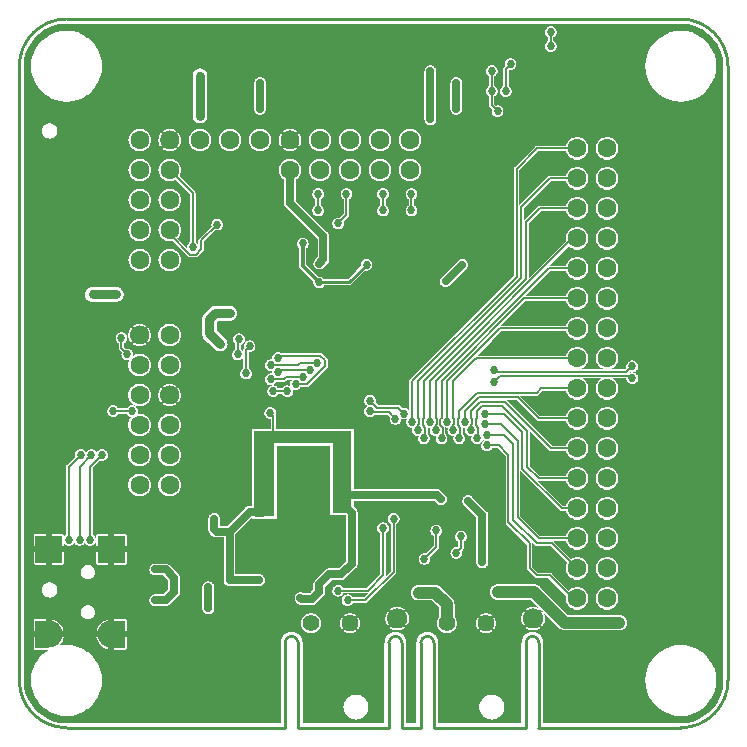
<source format=gbr>
G04 start of page 3 for group 1 idx 1 *
G04 Title: pmc, bottom *
G04 Creator: pcb 1.99z *
G04 CreationDate: Fri 27 Sep 2013 09:22:41 AM GMT UTC *
G04 For: russ *
G04 Format: Gerber/RS-274X *
G04 PCB-Dimensions (mm): 62.00 62.00 *
G04 PCB-Coordinate-Origin: lower left *
%MOMM*%
%FSLAX43Y43*%
%LNBOTTOM*%
%ADD82C,1.800*%
%ADD81C,1.300*%
%ADD80C,0.914*%
%ADD79C,1.727*%
%ADD78C,0.330*%
%ADD77C,3.200*%
%ADD76R,1.143X1.143*%
%ADD75R,0.343X0.343*%
%ADD74C,1.700*%
%ADD73C,1.400*%
%ADD72C,2.286*%
%ADD71C,1.600*%
%ADD70C,0.240*%
%ADD69C,1.000*%
%ADD68C,0.300*%
%ADD67C,0.686*%
%ADD66C,0.500*%
%ADD65C,0.754*%
%ADD64C,0.152*%
%ADD63C,0.254*%
%ADD62C,0.002*%
G54D62*G36*
X20900Y19795D02*Y26100D01*
X22271D01*
Y25900D01*
X22274Y25864D01*
X22282Y25829D01*
X22296Y25796D01*
X22314Y25765D01*
X22338Y25738D01*
X22365Y25714D01*
X22396Y25696D01*
X22429Y25682D01*
X22464Y25674D01*
X22500Y25671D01*
X22536Y25674D01*
X22571Y25682D01*
X22604Y25696D01*
X22635Y25714D01*
X22662Y25738D01*
X22686Y25765D01*
X22704Y25796D01*
X22718Y25829D01*
X22726Y25864D01*
X22729Y25900D01*
Y26100D01*
X29100D01*
Y21195D01*
X29022Y21191D01*
X28946Y21173D01*
X28874Y21143D01*
X28808Y21102D01*
X28749Y21051D01*
X28698Y20992D01*
X28657Y20926D01*
X28627Y20854D01*
X28609Y20778D01*
X28603Y20700D01*
X28609Y20622D01*
X28627Y20546D01*
X28657Y20474D01*
X28698Y20408D01*
X28749Y20349D01*
X28808Y20298D01*
X28874Y20257D01*
X28946Y20227D01*
X29022Y20209D01*
X29100Y20205D01*
Y19950D01*
X28950Y20100D01*
X28892Y20152D01*
X28826Y20193D01*
X28754Y20223D01*
X28678Y20241D01*
X28600Y20247D01*
X28522Y20241D01*
X28446Y20223D01*
X28374Y20193D01*
X28308Y20152D01*
X28249Y20101D01*
X28198Y20042D01*
X28157Y19976D01*
X28127Y19904D01*
X28109Y19828D01*
X28103Y19750D01*
X28109Y19672D01*
X28127Y19596D01*
X28157Y19524D01*
X28198Y19458D01*
X28250Y19400D01*
X28450Y19200D01*
X27550D01*
Y25100D01*
X22600D01*
Y18900D01*
X21494D01*
X21551Y18949D01*
X21602Y19008D01*
X21643Y19074D01*
X21673Y19146D01*
X21691Y19222D01*
X21697Y19300D01*
X21695Y19321D01*
X21695Y19322D01*
X21720Y19362D01*
X21738Y19406D01*
X21750Y19453D01*
X21753Y19500D01*
X21750Y19547D01*
X21738Y19594D01*
X21720Y19638D01*
X21695Y19678D01*
X21664Y19714D01*
X21628Y19745D01*
X21588Y19770D01*
X21544Y19788D01*
X21497Y19800D01*
X21450Y19803D01*
X21403Y19800D01*
X21356Y19788D01*
X21331Y19778D01*
X21278Y19791D01*
X21200Y19795D01*
X20900D01*
G37*
G36*
X56995Y60616D02*X57000Y60616D01*
X57315Y60605D01*
X57628Y60564D01*
X57937Y60496D01*
X58238Y60401D01*
X58529Y60280D01*
X58810Y60134D01*
X59076Y59965D01*
X59326Y59772D01*
X59559Y59559D01*
X59772Y59326D01*
X59965Y59076D01*
X60134Y58810D01*
X60280Y58529D01*
X60401Y58238D01*
X60496Y57937D01*
X60564Y57628D01*
X60605Y57315D01*
X60619Y57000D01*
Y5058D01*
X60616Y5000D01*
X60605Y4685D01*
X60564Y4372D01*
X60496Y4063D01*
X60401Y3762D01*
X60280Y3471D01*
X60134Y3190D01*
X59965Y2924D01*
X59772Y2674D01*
X59559Y2441D01*
X59326Y2228D01*
X59076Y2035D01*
X58810Y1866D01*
X58529Y1720D01*
X58238Y1599D01*
X57937Y1504D01*
X57628Y1436D01*
X57315Y1395D01*
X57000Y1381D01*
X57000Y1381D01*
X56995D01*
Y1991D01*
X57000Y1991D01*
X57471Y2028D01*
X57930Y2138D01*
X58366Y2319D01*
X58769Y2565D01*
X59128Y2872D01*
X59435Y3231D01*
X59681Y3634D01*
X59862Y4070D01*
X59972Y4529D01*
X60000Y5000D01*
X59972Y5471D01*
X59862Y5930D01*
X59681Y6366D01*
X59435Y6769D01*
X59128Y7128D01*
X58769Y7435D01*
X58366Y7681D01*
X57930Y7862D01*
X57471Y7972D01*
X57000Y8009D01*
X56995Y8009D01*
Y53991D01*
X57000Y53991D01*
X57471Y54028D01*
X57930Y54138D01*
X58366Y54319D01*
X58769Y54565D01*
X59128Y54872D01*
X59435Y55231D01*
X59681Y55634D01*
X59862Y56070D01*
X59972Y56529D01*
X60000Y57000D01*
X59972Y57471D01*
X59862Y57930D01*
X59681Y58366D01*
X59435Y58769D01*
X59128Y59128D01*
X58769Y59435D01*
X58366Y59681D01*
X57930Y59862D01*
X57471Y59972D01*
X57000Y60009D01*
X56995Y60009D01*
Y60616D01*
G37*
G36*
X50769Y60619D02*X56942D01*
X56995Y60616D01*
Y60009D01*
X56529Y59972D01*
X56070Y59862D01*
X55634Y59681D01*
X55231Y59435D01*
X54872Y59128D01*
X54565Y58769D01*
X54319Y58366D01*
X54138Y57930D01*
X54028Y57471D01*
X53991Y57000D01*
X54028Y56529D01*
X54138Y56070D01*
X54319Y55634D01*
X54565Y55231D01*
X54872Y54872D01*
X55231Y54565D01*
X55634Y54319D01*
X56070Y54138D01*
X56529Y54028D01*
X56995Y53991D01*
Y8009D01*
X56529Y7972D01*
X56070Y7862D01*
X55634Y7681D01*
X55231Y7435D01*
X54872Y7128D01*
X54565Y6769D01*
X54319Y6366D01*
X54138Y5930D01*
X54028Y5471D01*
X53991Y5000D01*
X54028Y4529D01*
X54138Y4070D01*
X54319Y3634D01*
X54565Y3231D01*
X54872Y2872D01*
X55231Y2565D01*
X55634Y2319D01*
X56070Y2138D01*
X56529Y2028D01*
X56995Y1991D01*
Y1381D01*
X50769D01*
Y9248D01*
X51800D01*
X51902Y9254D01*
X52002Y9278D01*
X52097Y9317D01*
X52185Y9371D01*
X52263Y9437D01*
X52329Y9515D01*
X52383Y9603D01*
X52422Y9698D01*
X52446Y9798D01*
X52454Y9900D01*
X52446Y10002D01*
X52422Y10102D01*
X52383Y10197D01*
X52329Y10285D01*
X52263Y10363D01*
X52185Y10429D01*
X52097Y10483D01*
X52002Y10522D01*
X51902Y10546D01*
X51800Y10552D01*
X50769D01*
Y10995D01*
X50770Y10995D01*
X50919Y11006D01*
X51065Y11041D01*
X51204Y11099D01*
X51332Y11177D01*
X51446Y11274D01*
X51543Y11388D01*
X51621Y11516D01*
X51679Y11655D01*
X51714Y11801D01*
X51722Y11950D01*
X51714Y12099D01*
X51679Y12245D01*
X51621Y12384D01*
X51543Y12512D01*
X51446Y12626D01*
X51332Y12723D01*
X51204Y12801D01*
X51065Y12859D01*
X50919Y12894D01*
X50770Y12905D01*
X50769Y12905D01*
Y13535D01*
X50770Y13535D01*
X50919Y13546D01*
X51065Y13581D01*
X51204Y13639D01*
X51332Y13717D01*
X51446Y13814D01*
X51543Y13928D01*
X51621Y14056D01*
X51679Y14195D01*
X51714Y14341D01*
X51722Y14490D01*
X51714Y14639D01*
X51679Y14785D01*
X51621Y14924D01*
X51543Y15052D01*
X51446Y15166D01*
X51332Y15263D01*
X51204Y15341D01*
X51065Y15399D01*
X50919Y15434D01*
X50770Y15445D01*
X50769Y15445D01*
Y16075D01*
X50770Y16075D01*
X50919Y16086D01*
X51065Y16121D01*
X51204Y16179D01*
X51332Y16257D01*
X51446Y16354D01*
X51543Y16468D01*
X51621Y16596D01*
X51679Y16735D01*
X51714Y16881D01*
X51722Y17030D01*
X51714Y17179D01*
X51679Y17325D01*
X51621Y17464D01*
X51543Y17592D01*
X51446Y17706D01*
X51332Y17803D01*
X51204Y17881D01*
X51065Y17939D01*
X50919Y17974D01*
X50770Y17985D01*
X50769Y17985D01*
Y18615D01*
X50770Y18615D01*
X50919Y18626D01*
X51065Y18661D01*
X51204Y18719D01*
X51332Y18797D01*
X51446Y18894D01*
X51543Y19008D01*
X51621Y19136D01*
X51679Y19275D01*
X51714Y19421D01*
X51722Y19570D01*
X51714Y19719D01*
X51679Y19865D01*
X51621Y20004D01*
X51543Y20132D01*
X51446Y20246D01*
X51332Y20343D01*
X51204Y20421D01*
X51065Y20479D01*
X50919Y20514D01*
X50770Y20525D01*
X50769Y20525D01*
Y21155D01*
X50770Y21155D01*
X50919Y21166D01*
X51065Y21201D01*
X51204Y21259D01*
X51332Y21337D01*
X51446Y21434D01*
X51543Y21548D01*
X51621Y21676D01*
X51679Y21815D01*
X51714Y21961D01*
X51722Y22110D01*
X51714Y22259D01*
X51679Y22405D01*
X51621Y22544D01*
X51543Y22672D01*
X51446Y22786D01*
X51332Y22883D01*
X51204Y22961D01*
X51065Y23019D01*
X50919Y23054D01*
X50770Y23065D01*
X50769Y23065D01*
Y23695D01*
X50770Y23695D01*
X50919Y23706D01*
X51065Y23741D01*
X51204Y23799D01*
X51332Y23877D01*
X51446Y23974D01*
X51543Y24088D01*
X51621Y24216D01*
X51679Y24355D01*
X51714Y24501D01*
X51722Y24650D01*
X51714Y24799D01*
X51679Y24945D01*
X51621Y25084D01*
X51543Y25212D01*
X51446Y25326D01*
X51332Y25423D01*
X51204Y25501D01*
X51065Y25559D01*
X50919Y25594D01*
X50770Y25605D01*
X50769Y25605D01*
Y26235D01*
X50770Y26235D01*
X50919Y26246D01*
X51065Y26281D01*
X51204Y26339D01*
X51332Y26417D01*
X51446Y26514D01*
X51543Y26628D01*
X51621Y26756D01*
X51679Y26895D01*
X51714Y27041D01*
X51722Y27190D01*
X51714Y27339D01*
X51679Y27485D01*
X51621Y27624D01*
X51543Y27752D01*
X51446Y27866D01*
X51332Y27963D01*
X51204Y28041D01*
X51065Y28099D01*
X50919Y28134D01*
X50770Y28145D01*
X50769Y28145D01*
Y28775D01*
X50770Y28775D01*
X50919Y28786D01*
X51065Y28821D01*
X51204Y28879D01*
X51332Y28957D01*
X51446Y29054D01*
X51543Y29168D01*
X51621Y29296D01*
X51679Y29435D01*
X51714Y29581D01*
X51722Y29730D01*
X51714Y29879D01*
X51679Y30025D01*
X51621Y30164D01*
X51543Y30292D01*
X51446Y30406D01*
X51332Y30503D01*
X51228Y30567D01*
X51795D01*
X51795Y30567D01*
X52406D01*
X52409Y30522D01*
X52427Y30446D01*
X52457Y30374D01*
X52498Y30308D01*
X52549Y30249D01*
X52608Y30198D01*
X52674Y30157D01*
X52746Y30127D01*
X52822Y30109D01*
X52900Y30103D01*
X52978Y30109D01*
X53054Y30127D01*
X53126Y30157D01*
X53192Y30198D01*
X53251Y30249D01*
X53302Y30308D01*
X53343Y30374D01*
X53373Y30446D01*
X53391Y30522D01*
X53395Y30600D01*
X53391Y30678D01*
X53373Y30754D01*
X53343Y30826D01*
X53302Y30892D01*
X53251Y30951D01*
X53192Y31002D01*
X53126Y31043D01*
X53054Y31073D01*
X52978Y31091D01*
X52900Y31097D01*
X52822Y31091D01*
X52746Y31073D01*
X52674Y31043D01*
X52653Y31029D01*
X52750Y31127D01*
X52822Y31109D01*
X52900Y31103D01*
X52978Y31109D01*
X53054Y31127D01*
X53126Y31157D01*
X53192Y31198D01*
X53251Y31249D01*
X53302Y31308D01*
X53343Y31374D01*
X53373Y31446D01*
X53391Y31522D01*
X53395Y31600D01*
X53391Y31678D01*
X53373Y31754D01*
X53343Y31826D01*
X53302Y31892D01*
X53251Y31951D01*
X53192Y32002D01*
X53126Y32043D01*
X53054Y32073D01*
X52978Y32091D01*
X52900Y32097D01*
X52822Y32091D01*
X52746Y32073D01*
X52674Y32043D01*
X52608Y32002D01*
X52549Y31951D01*
X52498Y31892D01*
X52457Y31826D01*
X52427Y31754D01*
X52409Y31678D01*
X52403Y31600D01*
X52409Y31522D01*
X52427Y31450D01*
X52305Y31329D01*
X50929D01*
X51065Y31361D01*
X51204Y31419D01*
X51332Y31497D01*
X51446Y31594D01*
X51543Y31708D01*
X51621Y31836D01*
X51679Y31975D01*
X51714Y32121D01*
X51722Y32270D01*
X51714Y32419D01*
X51679Y32565D01*
X51621Y32704D01*
X51543Y32832D01*
X51446Y32946D01*
X51332Y33043D01*
X51204Y33121D01*
X51065Y33179D01*
X50919Y33214D01*
X50770Y33225D01*
X50769Y33225D01*
Y33855D01*
X50770Y33855D01*
X50919Y33866D01*
X51065Y33901D01*
X51204Y33959D01*
X51332Y34037D01*
X51446Y34134D01*
X51543Y34248D01*
X51621Y34376D01*
X51679Y34515D01*
X51714Y34661D01*
X51722Y34810D01*
X51714Y34959D01*
X51679Y35105D01*
X51621Y35244D01*
X51543Y35372D01*
X51446Y35486D01*
X51332Y35583D01*
X51204Y35661D01*
X51065Y35719D01*
X50919Y35754D01*
X50770Y35765D01*
X50769Y35765D01*
Y36395D01*
X50770Y36395D01*
X50919Y36406D01*
X51065Y36441D01*
X51204Y36499D01*
X51332Y36577D01*
X51446Y36674D01*
X51543Y36788D01*
X51621Y36916D01*
X51679Y37055D01*
X51714Y37201D01*
X51722Y37350D01*
X51714Y37499D01*
X51679Y37645D01*
X51621Y37784D01*
X51543Y37912D01*
X51446Y38026D01*
X51332Y38123D01*
X51204Y38201D01*
X51065Y38259D01*
X50919Y38294D01*
X50770Y38305D01*
X50769Y38305D01*
Y38935D01*
X50770Y38935D01*
X50919Y38946D01*
X51065Y38981D01*
X51204Y39039D01*
X51332Y39117D01*
X51446Y39214D01*
X51543Y39328D01*
X51621Y39456D01*
X51679Y39595D01*
X51714Y39741D01*
X51722Y39890D01*
X51714Y40039D01*
X51679Y40185D01*
X51621Y40324D01*
X51543Y40452D01*
X51446Y40566D01*
X51332Y40663D01*
X51204Y40741D01*
X51065Y40799D01*
X50919Y40834D01*
X50770Y40845D01*
X50769Y40845D01*
Y41475D01*
X50770Y41475D01*
X50919Y41486D01*
X51065Y41521D01*
X51204Y41579D01*
X51332Y41657D01*
X51446Y41754D01*
X51543Y41868D01*
X51621Y41996D01*
X51679Y42135D01*
X51714Y42281D01*
X51722Y42430D01*
X51714Y42579D01*
X51679Y42725D01*
X51621Y42864D01*
X51543Y42992D01*
X51446Y43106D01*
X51332Y43203D01*
X51204Y43281D01*
X51065Y43339D01*
X50919Y43374D01*
X50770Y43385D01*
X50769Y43385D01*
Y44015D01*
X50770Y44015D01*
X50919Y44026D01*
X51065Y44061D01*
X51204Y44119D01*
X51332Y44197D01*
X51446Y44294D01*
X51543Y44408D01*
X51621Y44536D01*
X51679Y44675D01*
X51714Y44821D01*
X51722Y44970D01*
X51714Y45119D01*
X51679Y45265D01*
X51621Y45404D01*
X51543Y45532D01*
X51446Y45646D01*
X51332Y45743D01*
X51204Y45821D01*
X51065Y45879D01*
X50919Y45914D01*
X50770Y45925D01*
X50769Y45925D01*
Y46555D01*
X50770Y46555D01*
X50919Y46566D01*
X51065Y46601D01*
X51204Y46659D01*
X51332Y46737D01*
X51446Y46834D01*
X51543Y46948D01*
X51621Y47076D01*
X51679Y47215D01*
X51714Y47361D01*
X51722Y47510D01*
X51714Y47659D01*
X51679Y47805D01*
X51621Y47944D01*
X51543Y48072D01*
X51446Y48186D01*
X51332Y48283D01*
X51204Y48361D01*
X51065Y48419D01*
X50919Y48454D01*
X50770Y48465D01*
X50769Y48465D01*
Y49095D01*
X50770Y49095D01*
X50919Y49106D01*
X51065Y49141D01*
X51204Y49199D01*
X51332Y49277D01*
X51446Y49374D01*
X51543Y49488D01*
X51621Y49616D01*
X51679Y49755D01*
X51714Y49901D01*
X51722Y50050D01*
X51714Y50199D01*
X51679Y50345D01*
X51621Y50484D01*
X51543Y50612D01*
X51446Y50726D01*
X51332Y50823D01*
X51204Y50901D01*
X51065Y50959D01*
X50919Y50994D01*
X50770Y51005D01*
X50769Y51005D01*
Y60619D01*
G37*
G36*
Y10552D02*X47470D01*
X45079Y12943D01*
X45063Y12963D01*
X44985Y13029D01*
X44897Y13083D01*
X44802Y13122D01*
X44702Y13146D01*
X44702Y13146D01*
X44600Y13154D01*
X44574Y13152D01*
X41500D01*
X41398Y13146D01*
X41298Y13122D01*
X41203Y13083D01*
X41115Y13029D01*
X41037Y12963D01*
X40998Y12917D01*
Y24604D01*
X41002Y24608D01*
X41041Y24671D01*
X41505D01*
X42171Y24005D01*
Y18409D01*
X42171Y18400D01*
X42174Y18364D01*
Y18364D01*
X42182Y18329D01*
X42196Y18296D01*
X42214Y18265D01*
X42238Y18238D01*
X42245Y18232D01*
X43971Y16505D01*
Y14509D01*
X43971Y14500D01*
X43974Y14464D01*
Y14464D01*
X43982Y14429D01*
X43996Y14396D01*
X44014Y14365D01*
X44038Y14338D01*
X44045Y14332D01*
X44632Y13745D01*
X44638Y13738D01*
X44665Y13714D01*
X44696Y13696D01*
X44729Y13682D01*
X44764Y13674D01*
X44764D01*
X44800Y13671D01*
X44809Y13671D01*
X45805D01*
X47304Y12173D01*
X47286Y12099D01*
X47275Y11950D01*
X47286Y11801D01*
X47321Y11655D01*
X47379Y11516D01*
X47457Y11388D01*
X47554Y11274D01*
X47668Y11177D01*
X47796Y11099D01*
X47935Y11041D01*
X48081Y11006D01*
X48230Y10995D01*
X48379Y11006D01*
X48525Y11041D01*
X48664Y11099D01*
X48792Y11177D01*
X48906Y11274D01*
X49003Y11388D01*
X49081Y11516D01*
X49139Y11655D01*
X49174Y11801D01*
X49182Y11950D01*
X49174Y12099D01*
X49139Y12245D01*
X49081Y12384D01*
X49003Y12512D01*
X48906Y12626D01*
X48792Y12723D01*
X48664Y12801D01*
X48525Y12859D01*
X48379Y12894D01*
X48230Y12905D01*
X48081Y12894D01*
X47935Y12859D01*
X47796Y12801D01*
X47668Y12723D01*
X47554Y12626D01*
X47528Y12595D01*
X46068Y14055D01*
X46062Y14062D01*
X46035Y14086D01*
X46004Y14104D01*
X45971Y14118D01*
X45936Y14126D01*
X45936Y14126D01*
X45900Y14129D01*
X45891Y14129D01*
X44895D01*
X44429Y14595D01*
Y16591D01*
X44429Y16600D01*
X44426Y16636D01*
X44426Y16636D01*
X44422Y16655D01*
X44632Y16445D01*
X44638Y16438D01*
X44665Y16414D01*
X44696Y16396D01*
X44729Y16382D01*
X44764Y16374D01*
X44764D01*
X44800Y16371D01*
X44809Y16371D01*
X46025D01*
X47415Y14982D01*
X47379Y14924D01*
X47321Y14785D01*
X47286Y14639D01*
X47275Y14490D01*
X47286Y14341D01*
X47321Y14195D01*
X47379Y14056D01*
X47457Y13928D01*
X47554Y13814D01*
X47668Y13717D01*
X47796Y13639D01*
X47935Y13581D01*
X48081Y13546D01*
X48230Y13535D01*
X48379Y13546D01*
X48525Y13581D01*
X48664Y13639D01*
X48792Y13717D01*
X48906Y13814D01*
X49003Y13928D01*
X49081Y14056D01*
X49139Y14195D01*
X49174Y14341D01*
X49182Y14490D01*
X49174Y14639D01*
X49139Y14785D01*
X49081Y14924D01*
X49003Y15052D01*
X48906Y15166D01*
X48792Y15263D01*
X48664Y15341D01*
X48525Y15399D01*
X48379Y15434D01*
X48230Y15445D01*
X48081Y15434D01*
X47935Y15399D01*
X47796Y15341D01*
X47738Y15305D01*
X46288Y16755D01*
X46282Y16762D01*
X46255Y16786D01*
X46229Y16801D01*
X47305D01*
X47321Y16735D01*
X47379Y16596D01*
X47457Y16468D01*
X47554Y16354D01*
X47668Y16257D01*
X47796Y16179D01*
X47935Y16121D01*
X48081Y16086D01*
X48230Y16075D01*
X48379Y16086D01*
X48525Y16121D01*
X48664Y16179D01*
X48792Y16257D01*
X48906Y16354D01*
X49003Y16468D01*
X49081Y16596D01*
X49139Y16735D01*
X49174Y16881D01*
X49182Y17030D01*
X49174Y17179D01*
X49139Y17325D01*
X49081Y17464D01*
X49003Y17592D01*
X48906Y17706D01*
X48792Y17803D01*
X48664Y17881D01*
X48525Y17939D01*
X48379Y17974D01*
X48230Y17985D01*
X48081Y17974D01*
X47935Y17939D01*
X47796Y17881D01*
X47668Y17803D01*
X47554Y17706D01*
X47457Y17592D01*
X47379Y17464D01*
X47321Y17325D01*
X47305Y17259D01*
X45065D01*
X43429Y18895D01*
Y22749D01*
X43438Y22738D01*
X43445Y22732D01*
X46762Y19415D01*
X46768Y19408D01*
X46795Y19384D01*
X46795Y19384D01*
X46826Y19366D01*
X46859Y19352D01*
X46894Y19344D01*
X46930Y19341D01*
X46939Y19341D01*
X47305D01*
X47321Y19275D01*
X47379Y19136D01*
X47457Y19008D01*
X47554Y18894D01*
X47668Y18797D01*
X47796Y18719D01*
X47935Y18661D01*
X48081Y18626D01*
X48230Y18615D01*
X48379Y18626D01*
X48525Y18661D01*
X48664Y18719D01*
X48792Y18797D01*
X48906Y18894D01*
X49003Y19008D01*
X49081Y19136D01*
X49139Y19275D01*
X49174Y19421D01*
X49182Y19570D01*
X49174Y19719D01*
X49139Y19865D01*
X49081Y20004D01*
X49003Y20132D01*
X48906Y20246D01*
X48792Y20343D01*
X48664Y20421D01*
X48525Y20479D01*
X48379Y20514D01*
X48230Y20525D01*
X48081Y20514D01*
X47935Y20479D01*
X47796Y20421D01*
X47668Y20343D01*
X47554Y20246D01*
X47457Y20132D01*
X47379Y20004D01*
X47321Y19865D01*
X47305Y19799D01*
X47025D01*
X44935Y21888D01*
X44954Y21884D01*
X44990Y21881D01*
X44999Y21881D01*
X47305D01*
X47321Y21815D01*
X47379Y21676D01*
X47457Y21548D01*
X47554Y21434D01*
X47668Y21337D01*
X47796Y21259D01*
X47935Y21201D01*
X48081Y21166D01*
X48230Y21155D01*
X48379Y21166D01*
X48525Y21201D01*
X48664Y21259D01*
X48792Y21337D01*
X48906Y21434D01*
X49003Y21548D01*
X49081Y21676D01*
X49139Y21815D01*
X49174Y21961D01*
X49182Y22110D01*
X49174Y22259D01*
X49139Y22405D01*
X49081Y22544D01*
X49003Y22672D01*
X48906Y22786D01*
X48792Y22883D01*
X48664Y22961D01*
X48525Y23019D01*
X48379Y23054D01*
X48230Y23065D01*
X48081Y23054D01*
X47935Y23019D01*
X47796Y22961D01*
X47668Y22883D01*
X47554Y22786D01*
X47457Y22672D01*
X47379Y22544D01*
X47321Y22405D01*
X47305Y22339D01*
X45085D01*
X44229Y23195D01*
Y26091D01*
X44229Y26100D01*
X44226Y26136D01*
X44222Y26155D01*
X45882Y24495D01*
X45888Y24488D01*
X45915Y24464D01*
X45915Y24464D01*
X45946Y24446D01*
X45979Y24432D01*
X46014Y24424D01*
X46050Y24421D01*
X46059Y24421D01*
X47305D01*
X47321Y24355D01*
X47379Y24216D01*
X47457Y24088D01*
X47554Y23974D01*
X47668Y23877D01*
X47796Y23799D01*
X47935Y23741D01*
X48081Y23706D01*
X48230Y23695D01*
X48379Y23706D01*
X48525Y23741D01*
X48664Y23799D01*
X48792Y23877D01*
X48906Y23974D01*
X49003Y24088D01*
X49081Y24216D01*
X49139Y24355D01*
X49174Y24501D01*
X49182Y24650D01*
X49174Y24799D01*
X49139Y24945D01*
X49081Y25084D01*
X49003Y25212D01*
X48906Y25326D01*
X48792Y25423D01*
X48664Y25501D01*
X48525Y25559D01*
X48379Y25594D01*
X48230Y25605D01*
X48081Y25594D01*
X47935Y25559D01*
X47796Y25501D01*
X47668Y25423D01*
X47554Y25326D01*
X47457Y25212D01*
X47379Y25084D01*
X47321Y24945D01*
X47305Y24879D01*
X46145D01*
X42268Y28755D01*
X42262Y28762D01*
X42251Y28771D01*
X43105D01*
X44842Y27035D01*
X44848Y27028D01*
X44875Y27004D01*
X44875Y27004D01*
X44906Y26986D01*
X44939Y26972D01*
X44974Y26964D01*
X45010Y26961D01*
X45019Y26961D01*
X47305D01*
X47321Y26895D01*
X47379Y26756D01*
X47457Y26628D01*
X47554Y26514D01*
X47668Y26417D01*
X47796Y26339D01*
X47935Y26281D01*
X48081Y26246D01*
X48230Y26235D01*
X48379Y26246D01*
X48525Y26281D01*
X48664Y26339D01*
X48792Y26417D01*
X48906Y26514D01*
X49003Y26628D01*
X49081Y26756D01*
X49139Y26895D01*
X49174Y27041D01*
X49182Y27190D01*
X49174Y27339D01*
X49139Y27485D01*
X49081Y27624D01*
X49003Y27752D01*
X48906Y27866D01*
X48792Y27963D01*
X48664Y28041D01*
X48525Y28099D01*
X48379Y28134D01*
X48230Y28145D01*
X48081Y28134D01*
X47935Y28099D01*
X47796Y28041D01*
X47668Y27963D01*
X47554Y27866D01*
X47457Y27752D01*
X47379Y27624D01*
X47321Y27485D01*
X47305Y27419D01*
X45105D01*
X43402Y29121D01*
X44811D01*
X44820Y29121D01*
X44856Y29124D01*
X44856Y29124D01*
X44891Y29132D01*
X44924Y29146D01*
X44955Y29164D01*
X44982Y29188D01*
X44988Y29195D01*
X45295Y29501D01*
X47305D01*
X47321Y29435D01*
X47379Y29296D01*
X47457Y29168D01*
X47554Y29054D01*
X47668Y28957D01*
X47796Y28879D01*
X47935Y28821D01*
X48081Y28786D01*
X48230Y28775D01*
X48379Y28786D01*
X48525Y28821D01*
X48664Y28879D01*
X48792Y28957D01*
X48906Y29054D01*
X49003Y29168D01*
X49081Y29296D01*
X49139Y29435D01*
X49174Y29581D01*
X49182Y29730D01*
X49174Y29879D01*
X49139Y30025D01*
X49081Y30164D01*
X49003Y30292D01*
X48906Y30406D01*
X48792Y30503D01*
X48688Y30567D01*
X50312D01*
X50208Y30503D01*
X50094Y30406D01*
X49997Y30292D01*
X49919Y30164D01*
X49861Y30025D01*
X49826Y29879D01*
X49815Y29730D01*
X49826Y29581D01*
X49861Y29435D01*
X49919Y29296D01*
X49997Y29168D01*
X50094Y29054D01*
X50208Y28957D01*
X50336Y28879D01*
X50475Y28821D01*
X50621Y28786D01*
X50769Y28775D01*
Y28145D01*
X50621Y28134D01*
X50475Y28099D01*
X50336Y28041D01*
X50208Y27963D01*
X50094Y27866D01*
X49997Y27752D01*
X49919Y27624D01*
X49861Y27485D01*
X49826Y27339D01*
X49815Y27190D01*
X49826Y27041D01*
X49861Y26895D01*
X49919Y26756D01*
X49997Y26628D01*
X50094Y26514D01*
X50208Y26417D01*
X50336Y26339D01*
X50475Y26281D01*
X50621Y26246D01*
X50769Y26235D01*
Y25605D01*
X50621Y25594D01*
X50475Y25559D01*
X50336Y25501D01*
X50208Y25423D01*
X50094Y25326D01*
X49997Y25212D01*
X49919Y25084D01*
X49861Y24945D01*
X49826Y24799D01*
X49815Y24650D01*
X49826Y24501D01*
X49861Y24355D01*
X49919Y24216D01*
X49997Y24088D01*
X50094Y23974D01*
X50208Y23877D01*
X50336Y23799D01*
X50475Y23741D01*
X50621Y23706D01*
X50769Y23695D01*
Y23065D01*
X50621Y23054D01*
X50475Y23019D01*
X50336Y22961D01*
X50208Y22883D01*
X50094Y22786D01*
X49997Y22672D01*
X49919Y22544D01*
X49861Y22405D01*
X49826Y22259D01*
X49815Y22110D01*
X49826Y21961D01*
X49861Y21815D01*
X49919Y21676D01*
X49997Y21548D01*
X50094Y21434D01*
X50208Y21337D01*
X50336Y21259D01*
X50475Y21201D01*
X50621Y21166D01*
X50769Y21155D01*
Y20525D01*
X50621Y20514D01*
X50475Y20479D01*
X50336Y20421D01*
X50208Y20343D01*
X50094Y20246D01*
X49997Y20132D01*
X49919Y20004D01*
X49861Y19865D01*
X49826Y19719D01*
X49815Y19570D01*
X49826Y19421D01*
X49861Y19275D01*
X49919Y19136D01*
X49997Y19008D01*
X50094Y18894D01*
X50208Y18797D01*
X50336Y18719D01*
X50475Y18661D01*
X50621Y18626D01*
X50769Y18615D01*
Y17985D01*
X50621Y17974D01*
X50475Y17939D01*
X50336Y17881D01*
X50208Y17803D01*
X50094Y17706D01*
X49997Y17592D01*
X49919Y17464D01*
X49861Y17325D01*
X49826Y17179D01*
X49815Y17030D01*
X49826Y16881D01*
X49861Y16735D01*
X49919Y16596D01*
X49997Y16468D01*
X50094Y16354D01*
X50208Y16257D01*
X50336Y16179D01*
X50475Y16121D01*
X50621Y16086D01*
X50769Y16075D01*
Y15445D01*
X50621Y15434D01*
X50475Y15399D01*
X50336Y15341D01*
X50208Y15263D01*
X50094Y15166D01*
X49997Y15052D01*
X49919Y14924D01*
X49861Y14785D01*
X49826Y14639D01*
X49815Y14490D01*
X49826Y14341D01*
X49861Y14195D01*
X49919Y14056D01*
X49997Y13928D01*
X50094Y13814D01*
X50208Y13717D01*
X50336Y13639D01*
X50475Y13581D01*
X50621Y13546D01*
X50769Y13535D01*
Y12905D01*
X50621Y12894D01*
X50475Y12859D01*
X50336Y12801D01*
X50208Y12723D01*
X50094Y12626D01*
X49997Y12512D01*
X49919Y12384D01*
X49861Y12245D01*
X49826Y12099D01*
X49815Y11950D01*
X49826Y11801D01*
X49861Y11655D01*
X49919Y11516D01*
X49997Y11388D01*
X50094Y11274D01*
X50208Y11177D01*
X50336Y11099D01*
X50475Y11041D01*
X50621Y11006D01*
X50769Y10995D01*
Y10552D01*
G37*
G36*
X45340Y10377D02*X45347Y10325D01*
X45350Y10250D01*
X45347Y10175D01*
X45340Y10123D01*
Y10377D01*
G37*
G36*
X50769Y1381D02*X45381D01*
Y8210D01*
X45381Y8210D01*
X45378Y8291D01*
X45368Y8372D01*
X45350Y8451D01*
X45340Y8484D01*
Y9704D01*
X45365Y9741D01*
X45406Y9819D01*
X45441Y9901D01*
X45468Y9986D01*
X45488Y10073D01*
X45499Y10161D01*
X45503Y10250D01*
X45499Y10339D01*
X45488Y10427D01*
X45468Y10514D01*
X45441Y10599D01*
X45406Y10681D01*
X45365Y10759D01*
X45340Y10797D01*
Y10838D01*
X46721Y9457D01*
X46737Y9437D01*
X46815Y9371D01*
X46903Y9317D01*
X46998Y9278D01*
X47098Y9254D01*
X47098D01*
X47200Y9246D01*
X47226Y9248D01*
X50769D01*
Y1381D01*
G37*
G36*
X45340Y8484D02*X45326Y8529D01*
X45295Y8604D01*
X45257Y8676D01*
X45213Y8745D01*
X45164Y8809D01*
X45109Y8869D01*
X45049Y8924D01*
X44985Y8973D01*
X44916Y9017D01*
X44844Y9055D01*
X44769Y9086D01*
X44691Y9110D01*
X44612Y9128D01*
X44531Y9138D01*
X44500Y9140D01*
Y9247D01*
X44589Y9251D01*
X44677Y9262D01*
X44764Y9282D01*
X44849Y9309D01*
X44931Y9344D01*
X45009Y9385D01*
X45084Y9434D01*
X45093Y9442D01*
X45101Y9451D01*
X45107Y9461D01*
X45112Y9472D01*
X45115Y9484D01*
X45116Y9496D01*
X45115Y9508D01*
X45112Y9520D01*
X45108Y9531D01*
X45102Y9542D01*
X45094Y9551D01*
X45085Y9559D01*
X45074Y9565D01*
X45063Y9570D01*
X45051Y9573D01*
X45039Y9574D01*
X45027Y9573D01*
X45015Y9570D01*
X45004Y9566D01*
X44994Y9559D01*
X44931Y9518D01*
X44865Y9482D01*
X44795Y9453D01*
X44724Y9430D01*
X44650Y9413D01*
X44575Y9403D01*
X44500Y9400D01*
Y11100D01*
X44575Y11097D01*
X44650Y11087D01*
X44724Y11070D01*
X44795Y11047D01*
X44865Y11018D01*
X44931Y10982D01*
X44994Y10941D01*
X45005Y10935D01*
X45016Y10930D01*
X45027Y10928D01*
X45039Y10927D01*
X45051Y10928D01*
X45063Y10931D01*
X45074Y10936D01*
X45084Y10942D01*
X45093Y10950D01*
X45101Y10959D01*
X45107Y10969D01*
X45112Y10980D01*
X45114Y10992D01*
X45115Y11004D01*
X45114Y11016D01*
X45111Y11028D01*
X45107Y11039D01*
X45100Y11049D01*
X45092Y11058D01*
X45083Y11065D01*
X45009Y11115D01*
X44931Y11156D01*
X44849Y11191D01*
X44764Y11218D01*
X44677Y11238D01*
X44589Y11249D01*
X44500Y11253D01*
Y11677D01*
X45340Y10838D01*
Y10797D01*
X45316Y10834D01*
X45308Y10843D01*
X45299Y10851D01*
X45289Y10857D01*
X45278Y10862D01*
X45266Y10865D01*
X45254Y10866D01*
X45242Y10865D01*
X45230Y10862D01*
X45219Y10858D01*
X45208Y10852D01*
X45199Y10844D01*
X45191Y10835D01*
X45185Y10824D01*
X45180Y10813D01*
X45177Y10801D01*
X45176Y10789D01*
X45177Y10777D01*
X45180Y10765D01*
X45184Y10754D01*
X45191Y10744D01*
X45232Y10681D01*
X45268Y10615D01*
X45297Y10545D01*
X45320Y10474D01*
X45337Y10400D01*
X45340Y10377D01*
Y10123D01*
X45337Y10100D01*
X45320Y10026D01*
X45297Y9955D01*
X45268Y9885D01*
X45232Y9819D01*
X45191Y9756D01*
X45185Y9745D01*
X45180Y9734D01*
X45178Y9723D01*
X45177Y9711D01*
X45178Y9699D01*
X45181Y9687D01*
X45186Y9676D01*
X45192Y9666D01*
X45200Y9657D01*
X45209Y9649D01*
X45219Y9643D01*
X45230Y9638D01*
X45242Y9636D01*
X45254Y9635D01*
X45266Y9636D01*
X45278Y9639D01*
X45289Y9643D01*
X45299Y9650D01*
X45308Y9658D01*
X45315Y9667D01*
X45340Y9704D01*
Y8484D01*
G37*
G36*
X44500Y9140D02*X44450Y9142D01*
X44427Y9140D01*
X44369Y9138D01*
X44288Y9128D01*
X44209Y9110D01*
X44131Y9086D01*
X44056Y9055D01*
X43984Y9017D01*
X43915Y8973D01*
X43851Y8924D01*
X43791Y8869D01*
X43736Y8809D01*
X43687Y8745D01*
X43660Y8703D01*
Y9703D01*
X43684Y9666D01*
X43692Y9657D01*
X43701Y9649D01*
X43711Y9643D01*
X43722Y9638D01*
X43734Y9635D01*
X43746Y9634D01*
X43758Y9635D01*
X43770Y9638D01*
X43781Y9642D01*
X43792Y9648D01*
X43801Y9656D01*
X43809Y9665D01*
X43815Y9676D01*
X43820Y9687D01*
X43823Y9699D01*
X43824Y9711D01*
X43823Y9723D01*
X43820Y9735D01*
X43816Y9746D01*
X43809Y9756D01*
X43768Y9819D01*
X43732Y9885D01*
X43703Y9955D01*
X43680Y10026D01*
X43663Y10100D01*
X43660Y10123D01*
Y10377D01*
X43663Y10400D01*
X43680Y10474D01*
X43703Y10545D01*
X43732Y10615D01*
X43768Y10681D01*
X43809Y10744D01*
X43815Y10755D01*
X43820Y10766D01*
X43822Y10777D01*
X43823Y10789D01*
X43822Y10801D01*
X43819Y10813D01*
X43814Y10824D01*
X43808Y10834D01*
X43800Y10843D01*
X43791Y10851D01*
X43781Y10857D01*
X43770Y10862D01*
X43758Y10864D01*
X43746Y10865D01*
X43734Y10864D01*
X43722Y10861D01*
X43711Y10857D01*
X43701Y10850D01*
X43692Y10842D01*
X43685Y10833D01*
X43660Y10796D01*
Y11848D01*
X44330D01*
X44500Y11677D01*
Y11253D01*
X44500Y11253D01*
X44411Y11249D01*
X44323Y11238D01*
X44236Y11218D01*
X44151Y11191D01*
X44069Y11156D01*
X43991Y11115D01*
X43916Y11066D01*
X43907Y11058D01*
X43899Y11049D01*
X43893Y11039D01*
X43888Y11028D01*
X43885Y11016D01*
X43884Y11004D01*
X43885Y10992D01*
X43888Y10980D01*
X43892Y10969D01*
X43898Y10958D01*
X43906Y10949D01*
X43915Y10941D01*
X43926Y10935D01*
X43937Y10930D01*
X43949Y10927D01*
X43961Y10926D01*
X43973Y10927D01*
X43985Y10930D01*
X43996Y10934D01*
X44006Y10941D01*
X44069Y10982D01*
X44135Y11018D01*
X44205Y11047D01*
X44276Y11070D01*
X44350Y11087D01*
X44425Y11097D01*
X44500Y11100D01*
X44500Y11100D01*
Y9400D01*
X44500Y9400D01*
X44425Y9403D01*
X44350Y9413D01*
X44276Y9430D01*
X44205Y9453D01*
X44135Y9482D01*
X44069Y9518D01*
X44006Y9559D01*
X43995Y9565D01*
X43984Y9570D01*
X43973Y9572D01*
X43961Y9573D01*
X43949Y9572D01*
X43937Y9569D01*
X43926Y9564D01*
X43916Y9558D01*
X43907Y9550D01*
X43899Y9541D01*
X43893Y9531D01*
X43888Y9520D01*
X43886Y9508D01*
X43885Y9496D01*
X43886Y9484D01*
X43889Y9472D01*
X43893Y9461D01*
X43900Y9451D01*
X43908Y9442D01*
X43917Y9435D01*
X43991Y9385D01*
X44069Y9344D01*
X44151Y9309D01*
X44236Y9282D01*
X44323Y9262D01*
X44411Y9251D01*
X44500Y9247D01*
X44500Y9247D01*
Y9140D01*
G37*
G36*
X43660Y10123D02*X43653Y10175D01*
X43650Y10250D01*
X43653Y10325D01*
X43660Y10377D01*
Y10123D01*
G37*
G36*
Y8703D02*X43643Y8676D01*
X43605Y8604D01*
X43574Y8529D01*
X43550Y8451D01*
X43532Y8372D01*
X43522Y8291D01*
X43518Y8210D01*
X43519Y8198D01*
Y1381D01*
X41210D01*
Y1718D01*
X41326Y1746D01*
X41479Y1809D01*
X41620Y1896D01*
X41746Y2004D01*
X41854Y2130D01*
X41941Y2271D01*
X42004Y2424D01*
X42043Y2585D01*
X42052Y2750D01*
X42043Y2915D01*
X42004Y3076D01*
X41941Y3229D01*
X41854Y3370D01*
X41746Y3496D01*
X41620Y3604D01*
X41479Y3691D01*
X41326Y3754D01*
X41210Y3782D01*
Y9379D01*
X41249Y9442D01*
X41283Y9512D01*
X41311Y9584D01*
X41331Y9658D01*
X41345Y9734D01*
X41352Y9811D01*
Y9889D01*
X41345Y9966D01*
X41331Y10042D01*
X41311Y10116D01*
X41283Y10188D01*
X41249Y10258D01*
X41210Y10323D01*
Y11914D01*
X41298Y11878D01*
X41398Y11854D01*
X41500Y11848D01*
X43660D01*
Y10796D01*
X43635Y10759D01*
X43594Y10681D01*
X43559Y10599D01*
X43532Y10514D01*
X43512Y10427D01*
X43501Y10339D01*
X43497Y10250D01*
X43501Y10161D01*
X43512Y10073D01*
X43532Y9986D01*
X43559Y9901D01*
X43594Y9819D01*
X43635Y9741D01*
X43660Y9703D01*
Y8703D01*
G37*
G36*
X41210Y3782D02*X41165Y3793D01*
X41000Y3806D01*
X40998Y3806D01*
Y9167D01*
X40999Y9167D01*
X41004Y9178D01*
X41007Y9190D01*
X41008Y9202D01*
X41008Y9214D01*
X41005Y9226D01*
X41001Y9237D01*
X40998Y9242D01*
Y10459D01*
X41001Y10463D01*
X41005Y10475D01*
X41007Y10486D01*
X41008Y10498D01*
X41006Y10510D01*
X41003Y10522D01*
X40998Y10532D01*
Y12083D01*
X41037Y12037D01*
X41115Y11971D01*
X41203Y11917D01*
X41210Y11914D01*
Y10323D01*
X41209Y10324D01*
X41202Y10334D01*
X41193Y10342D01*
X41183Y10349D01*
X41172Y10354D01*
X41160Y10357D01*
X41148Y10358D01*
X41136Y10358D01*
X41124Y10356D01*
X41113Y10351D01*
X41103Y10345D01*
X41093Y10338D01*
X41085Y10329D01*
X41078Y10319D01*
X41073Y10308D01*
X41070Y10296D01*
X41068Y10284D01*
X41069Y10272D01*
X41071Y10260D01*
X41075Y10249D01*
X41081Y10239D01*
X41115Y10185D01*
X41143Y10128D01*
X41165Y10068D01*
X41182Y10007D01*
X41194Y9945D01*
X41199Y9882D01*
Y9818D01*
X41194Y9755D01*
X41182Y9693D01*
X41165Y9632D01*
X41143Y9572D01*
X41115Y9515D01*
X41082Y9461D01*
X41076Y9451D01*
X41072Y9440D01*
X41069Y9428D01*
X41069Y9416D01*
X41070Y9404D01*
X41074Y9392D01*
X41079Y9381D01*
X41085Y9371D01*
X41094Y9363D01*
X41103Y9355D01*
X41113Y9349D01*
X41125Y9345D01*
X41136Y9343D01*
X41148Y9342D01*
X41160Y9344D01*
X41172Y9347D01*
X41183Y9352D01*
X41193Y9359D01*
X41202Y9367D01*
X41209Y9376D01*
X41210Y9379D01*
Y3782D01*
G37*
G36*
Y1381D02*X40998D01*
Y1694D01*
X41000Y1694D01*
X41165Y1707D01*
X41210Y1718D01*
Y1381D01*
G37*
G36*
X45999Y60619D02*X50769D01*
Y51005D01*
X50621Y50994D01*
X50475Y50959D01*
X50336Y50901D01*
X50208Y50823D01*
X50094Y50726D01*
X49997Y50612D01*
X49919Y50484D01*
X49861Y50345D01*
X49826Y50199D01*
X49815Y50050D01*
X49826Y49901D01*
X49861Y49755D01*
X49919Y49616D01*
X49997Y49488D01*
X50094Y49374D01*
X50208Y49277D01*
X50336Y49199D01*
X50475Y49141D01*
X50621Y49106D01*
X50769Y49095D01*
Y48465D01*
X50621Y48454D01*
X50475Y48419D01*
X50336Y48361D01*
X50208Y48283D01*
X50094Y48186D01*
X49997Y48072D01*
X49919Y47944D01*
X49861Y47805D01*
X49826Y47659D01*
X49815Y47510D01*
X49826Y47361D01*
X49861Y47215D01*
X49919Y47076D01*
X49997Y46948D01*
X50094Y46834D01*
X50208Y46737D01*
X50336Y46659D01*
X50475Y46601D01*
X50621Y46566D01*
X50769Y46555D01*
Y45925D01*
X50621Y45914D01*
X50475Y45879D01*
X50336Y45821D01*
X50208Y45743D01*
X50094Y45646D01*
X49997Y45532D01*
X49919Y45404D01*
X49861Y45265D01*
X49826Y45119D01*
X49815Y44970D01*
X49826Y44821D01*
X49861Y44675D01*
X49919Y44536D01*
X49997Y44408D01*
X50094Y44294D01*
X50208Y44197D01*
X50336Y44119D01*
X50475Y44061D01*
X50621Y44026D01*
X50769Y44015D01*
Y43385D01*
X50621Y43374D01*
X50475Y43339D01*
X50336Y43281D01*
X50208Y43203D01*
X50094Y43106D01*
X49997Y42992D01*
X49919Y42864D01*
X49861Y42725D01*
X49826Y42579D01*
X49815Y42430D01*
X49826Y42281D01*
X49861Y42135D01*
X49919Y41996D01*
X49997Y41868D01*
X50094Y41754D01*
X50208Y41657D01*
X50336Y41579D01*
X50475Y41521D01*
X50621Y41486D01*
X50769Y41475D01*
Y40845D01*
X50621Y40834D01*
X50475Y40799D01*
X50336Y40741D01*
X50208Y40663D01*
X50094Y40566D01*
X49997Y40452D01*
X49919Y40324D01*
X49861Y40185D01*
X49826Y40039D01*
X49815Y39890D01*
X49826Y39741D01*
X49861Y39595D01*
X49919Y39456D01*
X49997Y39328D01*
X50094Y39214D01*
X50208Y39117D01*
X50336Y39039D01*
X50475Y38981D01*
X50621Y38946D01*
X50769Y38935D01*
Y38305D01*
X50621Y38294D01*
X50475Y38259D01*
X50336Y38201D01*
X50208Y38123D01*
X50094Y38026D01*
X49997Y37912D01*
X49919Y37784D01*
X49861Y37645D01*
X49826Y37499D01*
X49815Y37350D01*
X49826Y37201D01*
X49861Y37055D01*
X49919Y36916D01*
X49997Y36788D01*
X50094Y36674D01*
X50208Y36577D01*
X50336Y36499D01*
X50475Y36441D01*
X50621Y36406D01*
X50769Y36395D01*
Y35765D01*
X50621Y35754D01*
X50475Y35719D01*
X50336Y35661D01*
X50208Y35583D01*
X50094Y35486D01*
X49997Y35372D01*
X49919Y35244D01*
X49861Y35105D01*
X49826Y34959D01*
X49815Y34810D01*
X49826Y34661D01*
X49861Y34515D01*
X49919Y34376D01*
X49997Y34248D01*
X50094Y34134D01*
X50208Y34037D01*
X50336Y33959D01*
X50475Y33901D01*
X50621Y33866D01*
X50769Y33855D01*
Y33225D01*
X50621Y33214D01*
X50475Y33179D01*
X50336Y33121D01*
X50208Y33043D01*
X50094Y32946D01*
X49997Y32832D01*
X49919Y32704D01*
X49861Y32565D01*
X49826Y32419D01*
X49815Y32270D01*
X49826Y32121D01*
X49861Y31975D01*
X49919Y31836D01*
X49997Y31708D01*
X50094Y31594D01*
X50208Y31497D01*
X50336Y31419D01*
X50475Y31361D01*
X50611Y31329D01*
X48389D01*
X48525Y31361D01*
X48664Y31419D01*
X48792Y31497D01*
X48906Y31594D01*
X49003Y31708D01*
X49081Y31836D01*
X49139Y31975D01*
X49174Y32121D01*
X49182Y32270D01*
X49174Y32419D01*
X49139Y32565D01*
X49081Y32704D01*
X49003Y32832D01*
X48906Y32946D01*
X48792Y33043D01*
X48664Y33121D01*
X48525Y33179D01*
X48379Y33214D01*
X48230Y33225D01*
X48081Y33214D01*
X47935Y33179D01*
X47796Y33121D01*
X47668Y33043D01*
X47554Y32946D01*
X47457Y32832D01*
X47379Y32704D01*
X47321Y32565D01*
X47305Y32499D01*
X45999D01*
Y34581D01*
X47305D01*
X47321Y34515D01*
X47379Y34376D01*
X47457Y34248D01*
X47554Y34134D01*
X47668Y34037D01*
X47796Y33959D01*
X47935Y33901D01*
X48081Y33866D01*
X48230Y33855D01*
X48379Y33866D01*
X48525Y33901D01*
X48664Y33959D01*
X48792Y34037D01*
X48906Y34134D01*
X49003Y34248D01*
X49081Y34376D01*
X49139Y34515D01*
X49174Y34661D01*
X49182Y34810D01*
X49174Y34959D01*
X49139Y35105D01*
X49081Y35244D01*
X49003Y35372D01*
X48906Y35486D01*
X48792Y35583D01*
X48664Y35661D01*
X48525Y35719D01*
X48379Y35754D01*
X48230Y35765D01*
X48081Y35754D01*
X47935Y35719D01*
X47796Y35661D01*
X47668Y35583D01*
X47554Y35486D01*
X47457Y35372D01*
X47379Y35244D01*
X47321Y35105D01*
X47305Y35039D01*
X45999D01*
Y37121D01*
X47305D01*
X47321Y37055D01*
X47379Y36916D01*
X47457Y36788D01*
X47554Y36674D01*
X47668Y36577D01*
X47796Y36499D01*
X47935Y36441D01*
X48081Y36406D01*
X48230Y36395D01*
X48379Y36406D01*
X48525Y36441D01*
X48664Y36499D01*
X48792Y36577D01*
X48906Y36674D01*
X49003Y36788D01*
X49081Y36916D01*
X49139Y37055D01*
X49174Y37201D01*
X49182Y37350D01*
X49174Y37499D01*
X49139Y37645D01*
X49081Y37784D01*
X49003Y37912D01*
X48906Y38026D01*
X48792Y38123D01*
X48664Y38201D01*
X48525Y38259D01*
X48379Y38294D01*
X48230Y38305D01*
X48081Y38294D01*
X47935Y38259D01*
X47796Y38201D01*
X47668Y38123D01*
X47554Y38026D01*
X47457Y37912D01*
X47379Y37784D01*
X47321Y37645D01*
X47305Y37579D01*
X45999D01*
Y39661D01*
X47305D01*
X47321Y39595D01*
X47379Y39456D01*
X47457Y39328D01*
X47554Y39214D01*
X47668Y39117D01*
X47796Y39039D01*
X47935Y38981D01*
X48081Y38946D01*
X48230Y38935D01*
X48379Y38946D01*
X48525Y38981D01*
X48664Y39039D01*
X48792Y39117D01*
X48906Y39214D01*
X49003Y39328D01*
X49081Y39456D01*
X49139Y39595D01*
X49174Y39741D01*
X49182Y39890D01*
X49174Y40039D01*
X49139Y40185D01*
X49081Y40324D01*
X49003Y40452D01*
X48906Y40566D01*
X48792Y40663D01*
X48664Y40741D01*
X48525Y40799D01*
X48379Y40834D01*
X48230Y40845D01*
X48081Y40834D01*
X47935Y40799D01*
X47796Y40741D01*
X47668Y40663D01*
X47554Y40566D01*
X47457Y40452D01*
X47379Y40324D01*
X47321Y40185D01*
X47305Y40119D01*
X45999D01*
Y40276D01*
X47519Y41796D01*
X47554Y41754D01*
X47668Y41657D01*
X47796Y41579D01*
X47935Y41521D01*
X48081Y41486D01*
X48230Y41475D01*
X48379Y41486D01*
X48525Y41521D01*
X48664Y41579D01*
X48792Y41657D01*
X48906Y41754D01*
X49003Y41868D01*
X49081Y41996D01*
X49139Y42135D01*
X49174Y42281D01*
X49182Y42430D01*
X49174Y42579D01*
X49139Y42725D01*
X49081Y42864D01*
X49003Y42992D01*
X48906Y43106D01*
X48792Y43203D01*
X48664Y43281D01*
X48525Y43339D01*
X48379Y43374D01*
X48230Y43385D01*
X48081Y43374D01*
X47935Y43339D01*
X47796Y43281D01*
X47668Y43203D01*
X47554Y43106D01*
X47457Y42992D01*
X47379Y42864D01*
X47321Y42725D01*
X47286Y42579D01*
X47275Y42430D01*
X47286Y42281D01*
X47300Y42223D01*
X45999Y40923D01*
Y44741D01*
X47305D01*
X47321Y44675D01*
X47379Y44536D01*
X47457Y44408D01*
X47554Y44294D01*
X47668Y44197D01*
X47796Y44119D01*
X47935Y44061D01*
X48081Y44026D01*
X48230Y44015D01*
X48379Y44026D01*
X48525Y44061D01*
X48664Y44119D01*
X48792Y44197D01*
X48906Y44294D01*
X49003Y44408D01*
X49081Y44536D01*
X49139Y44675D01*
X49174Y44821D01*
X49182Y44970D01*
X49174Y45119D01*
X49139Y45265D01*
X49081Y45404D01*
X49003Y45532D01*
X48906Y45646D01*
X48792Y45743D01*
X48664Y45821D01*
X48525Y45879D01*
X48379Y45914D01*
X48230Y45925D01*
X48081Y45914D01*
X47935Y45879D01*
X47796Y45821D01*
X47668Y45743D01*
X47554Y45646D01*
X47457Y45532D01*
X47379Y45404D01*
X47321Y45265D01*
X47305Y45199D01*
X45999D01*
Y47281D01*
X47305D01*
X47321Y47215D01*
X47379Y47076D01*
X47457Y46948D01*
X47554Y46834D01*
X47668Y46737D01*
X47796Y46659D01*
X47935Y46601D01*
X48081Y46566D01*
X48230Y46555D01*
X48379Y46566D01*
X48525Y46601D01*
X48664Y46659D01*
X48792Y46737D01*
X48906Y46834D01*
X49003Y46948D01*
X49081Y47076D01*
X49139Y47215D01*
X49174Y47361D01*
X49182Y47510D01*
X49174Y47659D01*
X49139Y47805D01*
X49081Y47944D01*
X49003Y48072D01*
X48906Y48186D01*
X48792Y48283D01*
X48664Y48361D01*
X48525Y48419D01*
X48379Y48454D01*
X48230Y48465D01*
X48081Y48454D01*
X47935Y48419D01*
X47796Y48361D01*
X47668Y48283D01*
X47554Y48186D01*
X47457Y48072D01*
X47379Y47944D01*
X47321Y47805D01*
X47305Y47739D01*
X45999D01*
Y49821D01*
X47305D01*
X47321Y49755D01*
X47379Y49616D01*
X47457Y49488D01*
X47554Y49374D01*
X47668Y49277D01*
X47796Y49199D01*
X47935Y49141D01*
X48081Y49106D01*
X48230Y49095D01*
X48379Y49106D01*
X48525Y49141D01*
X48664Y49199D01*
X48792Y49277D01*
X48906Y49374D01*
X49003Y49488D01*
X49081Y49616D01*
X49139Y49755D01*
X49174Y49901D01*
X49182Y50050D01*
X49174Y50199D01*
X49139Y50345D01*
X49081Y50484D01*
X49003Y50612D01*
X48906Y50726D01*
X48792Y50823D01*
X48664Y50901D01*
X48525Y50959D01*
X48379Y50994D01*
X48230Y51005D01*
X48081Y50994D01*
X47935Y50959D01*
X47796Y50901D01*
X47668Y50823D01*
X47554Y50726D01*
X47457Y50612D01*
X47379Y50484D01*
X47321Y50345D01*
X47305Y50279D01*
X45999D01*
Y58203D01*
X46000Y58203D01*
X46078Y58209D01*
X46154Y58227D01*
X46226Y58257D01*
X46292Y58298D01*
X46351Y58349D01*
X46402Y58408D01*
X46443Y58474D01*
X46473Y58546D01*
X46491Y58622D01*
X46495Y58700D01*
X46491Y58778D01*
X46473Y58854D01*
X46443Y58926D01*
X46402Y58992D01*
X46351Y59051D01*
X46292Y59102D01*
X46229Y59141D01*
Y59459D01*
X46292Y59498D01*
X46351Y59549D01*
X46402Y59608D01*
X46443Y59674D01*
X46473Y59746D01*
X46491Y59822D01*
X46495Y59900D01*
X46491Y59978D01*
X46473Y60054D01*
X46443Y60126D01*
X46402Y60192D01*
X46351Y60251D01*
X46292Y60302D01*
X46226Y60343D01*
X46154Y60373D01*
X46078Y60391D01*
X46000Y60397D01*
X45999Y60397D01*
Y60619D01*
G37*
G36*
Y47739D02*X45909D01*
X45900Y47739D01*
X45864Y47736D01*
X45829Y47728D01*
X45796Y47714D01*
X45765Y47696D01*
X45765Y47695D01*
X45738Y47672D01*
X45732Y47665D01*
X43345Y45278D01*
X43338Y45272D01*
X43329Y45261D01*
Y48205D01*
X44945Y49821D01*
X45999D01*
Y47739D01*
G37*
G36*
Y45199D02*X45079D01*
X45070Y45199D01*
X45034Y45196D01*
X44999Y45188D01*
X44966Y45174D01*
X44935Y45156D01*
X44908Y45132D01*
X44902Y45125D01*
X43745Y43968D01*
X43738Y43962D01*
X43729Y43951D01*
Y45015D01*
X45995Y47281D01*
X45999D01*
Y45199D01*
G37*
G36*
Y40923D02*X44129Y39052D01*
Y43705D01*
X45165Y44741D01*
X45999D01*
Y40923D01*
G37*
G36*
Y40119D02*X45842D01*
X45999Y40276D01*
Y40119D01*
G37*
G36*
Y37579D02*X43822D01*
X45905Y39661D01*
X45999D01*
Y37579D01*
G37*
G36*
Y35039D02*X41762D01*
X43845Y37121D01*
X45999D01*
Y35039D01*
G37*
G36*
Y32499D02*X40998D01*
Y33775D01*
X41805Y34581D01*
X45999D01*
Y32499D01*
G37*
G36*
X42399Y60619D02*X45999D01*
Y60397D01*
X45922Y60391D01*
X45846Y60373D01*
X45774Y60343D01*
X45708Y60302D01*
X45649Y60251D01*
X45598Y60192D01*
X45557Y60126D01*
X45527Y60054D01*
X45509Y59978D01*
X45503Y59900D01*
X45509Y59822D01*
X45527Y59746D01*
X45557Y59674D01*
X45598Y59608D01*
X45649Y59549D01*
X45708Y59498D01*
X45771Y59459D01*
Y59141D01*
X45708Y59102D01*
X45649Y59051D01*
X45598Y58992D01*
X45557Y58926D01*
X45527Y58854D01*
X45509Y58778D01*
X45503Y58700D01*
X45509Y58622D01*
X45527Y58546D01*
X45557Y58474D01*
X45598Y58408D01*
X45649Y58349D01*
X45708Y58298D01*
X45774Y58257D01*
X45846Y58227D01*
X45922Y58209D01*
X45999Y58203D01*
Y50279D01*
X44859D01*
X44850Y50279D01*
X44814Y50276D01*
X44779Y50268D01*
X44746Y50254D01*
X44715Y50236D01*
X44715Y50235D01*
X44688Y50212D01*
X44682Y50205D01*
X42945Y48468D01*
X42938Y48462D01*
X42914Y48435D01*
X42896Y48404D01*
X42882Y48371D01*
X42874Y48336D01*
X42874Y48336D01*
X42871Y48300D01*
X42871Y48291D01*
Y39295D01*
X42399Y38823D01*
Y54446D01*
X42426Y54457D01*
X42492Y54498D01*
X42551Y54549D01*
X42602Y54608D01*
X42643Y54674D01*
X42673Y54746D01*
X42691Y54822D01*
X42695Y54900D01*
X42691Y54978D01*
X42673Y55054D01*
X42643Y55126D01*
X42602Y55192D01*
X42551Y55251D01*
X42492Y55302D01*
X42429Y55341D01*
Y56705D01*
X42450Y56727D01*
X42522Y56709D01*
X42600Y56703D01*
X42678Y56709D01*
X42754Y56727D01*
X42826Y56757D01*
X42892Y56798D01*
X42951Y56849D01*
X43002Y56908D01*
X43043Y56974D01*
X43073Y57046D01*
X43091Y57122D01*
X43095Y57200D01*
X43091Y57278D01*
X43073Y57354D01*
X43043Y57426D01*
X43002Y57492D01*
X42951Y57551D01*
X42892Y57602D01*
X42826Y57643D01*
X42754Y57673D01*
X42678Y57691D01*
X42600Y57697D01*
X42522Y57691D01*
X42446Y57673D01*
X42399Y57653D01*
Y60619D01*
G37*
G36*
X40998D02*X42399D01*
Y57653D01*
X42374Y57643D01*
X42308Y57602D01*
X42249Y57551D01*
X42198Y57492D01*
X42157Y57426D01*
X42127Y57354D01*
X42109Y57278D01*
X42103Y57200D01*
X42109Y57122D01*
X42127Y57050D01*
X42045Y56968D01*
X42038Y56962D01*
X42014Y56935D01*
X41996Y56904D01*
X41982Y56871D01*
X41974Y56836D01*
X41974Y56836D01*
X41971Y56800D01*
X41971Y56791D01*
Y55341D01*
X41908Y55302D01*
X41849Y55251D01*
X41798Y55192D01*
X41757Y55126D01*
X41727Y55054D01*
X41709Y54978D01*
X41703Y54900D01*
X41709Y54822D01*
X41727Y54746D01*
X41757Y54674D01*
X41798Y54608D01*
X41849Y54549D01*
X41908Y54498D01*
X41974Y54457D01*
X42046Y54427D01*
X42122Y54409D01*
X42200Y54403D01*
X42278Y54409D01*
X42354Y54427D01*
X42399Y54446D01*
Y38823D01*
X40998Y37422D01*
Y53378D01*
X41027Y53350D01*
X41009Y53278D01*
X41003Y53200D01*
X41009Y53122D01*
X41027Y53046D01*
X41057Y52974D01*
X41098Y52908D01*
X41149Y52849D01*
X41208Y52798D01*
X41274Y52757D01*
X41346Y52727D01*
X41422Y52709D01*
X41500Y52703D01*
X41578Y52709D01*
X41654Y52727D01*
X41726Y52757D01*
X41792Y52798D01*
X41851Y52849D01*
X41902Y52908D01*
X41943Y52974D01*
X41973Y53046D01*
X41991Y53122D01*
X41995Y53200D01*
X41991Y53278D01*
X41973Y53354D01*
X41943Y53426D01*
X41902Y53492D01*
X41851Y53551D01*
X41792Y53602D01*
X41726Y53643D01*
X41654Y53673D01*
X41578Y53691D01*
X41500Y53697D01*
X41422Y53691D01*
X41350Y53673D01*
X41229Y53795D01*
Y54459D01*
X41292Y54498D01*
X41351Y54549D01*
X41402Y54608D01*
X41443Y54674D01*
X41473Y54746D01*
X41491Y54822D01*
X41495Y54900D01*
X41491Y54978D01*
X41473Y55054D01*
X41443Y55126D01*
X41402Y55192D01*
X41351Y55251D01*
X41292Y55302D01*
X41229Y55341D01*
Y56159D01*
X41292Y56198D01*
X41351Y56249D01*
X41402Y56308D01*
X41443Y56374D01*
X41473Y56446D01*
X41491Y56522D01*
X41495Y56600D01*
X41491Y56678D01*
X41473Y56754D01*
X41443Y56826D01*
X41402Y56892D01*
X41351Y56951D01*
X41292Y57002D01*
X41226Y57043D01*
X41154Y57073D01*
X41078Y57091D01*
X41000Y57097D01*
X40998Y57097D01*
Y60619D01*
G37*
G36*
Y32499D02*X39722D01*
X40998Y33775D01*
Y32499D01*
G37*
G36*
X29498Y12371D02*X30491D01*
X30500Y12371D01*
X30536Y12374D01*
X30536Y12374D01*
X30555Y12378D01*
X30205Y12029D01*
X29498D01*
Y12371D01*
G37*
G36*
X37800Y60619D02*X40998D01*
Y57097D01*
X40922Y57091D01*
X40846Y57073D01*
X40774Y57043D01*
X40708Y57002D01*
X40649Y56951D01*
X40598Y56892D01*
X40557Y56826D01*
X40527Y56754D01*
X40509Y56678D01*
X40503Y56600D01*
X40509Y56522D01*
X40527Y56446D01*
X40557Y56374D01*
X40598Y56308D01*
X40649Y56249D01*
X40708Y56198D01*
X40771Y56159D01*
Y55341D01*
X40708Y55302D01*
X40649Y55251D01*
X40598Y55192D01*
X40557Y55126D01*
X40527Y55054D01*
X40509Y54978D01*
X40503Y54900D01*
X40509Y54822D01*
X40527Y54746D01*
X40557Y54674D01*
X40598Y54608D01*
X40649Y54549D01*
X40708Y54498D01*
X40771Y54459D01*
Y53709D01*
X40771Y53700D01*
X40774Y53664D01*
Y53664D01*
X40782Y53629D01*
X40796Y53596D01*
X40814Y53565D01*
X40838Y53538D01*
X40845Y53532D01*
X40998Y53378D01*
Y37422D01*
X37800Y34223D01*
Y38800D01*
X38836Y39836D01*
X38851Y39849D01*
X38902Y39908D01*
X38943Y39974D01*
X38973Y40046D01*
X38991Y40122D01*
X38997Y40200D01*
X38991Y40278D01*
X38973Y40354D01*
X38943Y40426D01*
X38902Y40492D01*
X38851Y40551D01*
X38792Y40602D01*
X38726Y40643D01*
X38654Y40673D01*
X38578Y40691D01*
X38500Y40697D01*
X38422Y40691D01*
X38346Y40673D01*
X38274Y40643D01*
X38208Y40602D01*
X38149Y40551D01*
X38136Y40537D01*
X37800Y40200D01*
Y52947D01*
X37846Y52927D01*
X37922Y52909D01*
X38000Y52903D01*
X38078Y52909D01*
X38154Y52927D01*
X38226Y52957D01*
X38292Y52998D01*
X38351Y53049D01*
X38402Y53108D01*
X38443Y53174D01*
X38473Y53246D01*
X38491Y53322D01*
X38495Y53400D01*
Y55600D01*
X38491Y55678D01*
X38473Y55754D01*
X38443Y55826D01*
X38402Y55892D01*
X38351Y55951D01*
X38292Y56002D01*
X38226Y56043D01*
X38154Y56073D01*
X38078Y56091D01*
X38000Y56097D01*
X37922Y56091D01*
X37846Y56073D01*
X37800Y56053D01*
Y60619D01*
G37*
G36*
X35799D02*X37800D01*
Y56053D01*
X37774Y56043D01*
X37708Y56002D01*
X37649Y55951D01*
X37598Y55892D01*
X37557Y55826D01*
X37527Y55754D01*
X37509Y55678D01*
X37509Y55678D01*
X37503Y55600D01*
X37505Y55581D01*
Y53419D01*
X37503Y53400D01*
X37509Y53322D01*
X37527Y53246D01*
X37557Y53174D01*
X37598Y53108D01*
X37649Y53049D01*
X37708Y52998D01*
X37774Y52957D01*
X37800Y52947D01*
Y40200D01*
X36763Y39164D01*
X36749Y39151D01*
X36698Y39092D01*
X36657Y39026D01*
X36627Y38954D01*
X36609Y38878D01*
X36603Y38800D01*
X36609Y38722D01*
X36627Y38646D01*
X36657Y38574D01*
X36698Y38508D01*
X36749Y38449D01*
X36808Y38398D01*
X36874Y38357D01*
X36946Y38327D01*
X37022Y38309D01*
X37100Y38303D01*
X37178Y38309D01*
X37254Y38327D01*
X37326Y38357D01*
X37392Y38398D01*
X37451Y38449D01*
X37464Y38464D01*
X37800Y38800D01*
Y34223D01*
X35799Y32223D01*
Y52003D01*
X35800Y52003D01*
X35878Y52009D01*
X35954Y52027D01*
X36026Y52057D01*
X36092Y52098D01*
X36151Y52149D01*
X36202Y52208D01*
X36243Y52274D01*
X36273Y52346D01*
X36291Y52422D01*
X36295Y52500D01*
Y56600D01*
X36291Y56678D01*
X36273Y56754D01*
X36243Y56826D01*
X36202Y56892D01*
X36151Y56951D01*
X36092Y57002D01*
X36026Y57043D01*
X35954Y57073D01*
X35878Y57091D01*
X35800Y57097D01*
X35799Y57097D01*
Y60619D01*
G37*
G36*
X34079D02*X35799D01*
Y57097D01*
X35722Y57091D01*
X35646Y57073D01*
X35574Y57043D01*
X35508Y57002D01*
X35449Y56951D01*
X35398Y56892D01*
X35357Y56826D01*
X35327Y56754D01*
X35309Y56678D01*
X35309Y56678D01*
X35303Y56600D01*
X35305Y56581D01*
Y52519D01*
X35303Y52500D01*
X35309Y52422D01*
X35327Y52346D01*
X35357Y52274D01*
X35398Y52208D01*
X35449Y52149D01*
X35508Y52098D01*
X35574Y52057D01*
X35646Y52027D01*
X35722Y52009D01*
X35799Y52003D01*
Y32223D01*
X34095Y30518D01*
X34088Y30512D01*
X34079Y30501D01*
Y44320D01*
X34122Y44309D01*
X34200Y44303D01*
X34278Y44309D01*
X34354Y44327D01*
X34426Y44357D01*
X34492Y44398D01*
X34551Y44449D01*
X34602Y44508D01*
X34643Y44574D01*
X34673Y44646D01*
X34691Y44722D01*
X34695Y44800D01*
X34691Y44878D01*
X34673Y44954D01*
X34643Y45026D01*
X34602Y45092D01*
X34551Y45151D01*
X34492Y45202D01*
X34429Y45241D01*
Y45759D01*
X34492Y45798D01*
X34551Y45849D01*
X34602Y45908D01*
X34643Y45974D01*
X34673Y46046D01*
X34691Y46122D01*
X34695Y46200D01*
X34691Y46278D01*
X34673Y46354D01*
X34643Y46426D01*
X34602Y46492D01*
X34551Y46551D01*
X34492Y46602D01*
X34426Y46643D01*
X34354Y46673D01*
X34278Y46691D01*
X34200Y46697D01*
X34122Y46691D01*
X34079Y46680D01*
Y47275D01*
X34080Y47275D01*
X34229Y47286D01*
X34375Y47321D01*
X34514Y47379D01*
X34642Y47457D01*
X34756Y47554D01*
X34853Y47668D01*
X34931Y47796D01*
X34989Y47935D01*
X35024Y48081D01*
X35032Y48230D01*
X35024Y48379D01*
X34989Y48525D01*
X34931Y48664D01*
X34853Y48792D01*
X34756Y48906D01*
X34642Y49003D01*
X34514Y49081D01*
X34375Y49139D01*
X34229Y49174D01*
X34080Y49185D01*
X34079Y49185D01*
Y49815D01*
X34080Y49815D01*
X34229Y49826D01*
X34375Y49861D01*
X34514Y49919D01*
X34642Y49997D01*
X34756Y50094D01*
X34853Y50208D01*
X34931Y50336D01*
X34989Y50475D01*
X35024Y50621D01*
X35032Y50770D01*
X35024Y50919D01*
X34989Y51065D01*
X34931Y51204D01*
X34853Y51332D01*
X34756Y51446D01*
X34642Y51543D01*
X34514Y51621D01*
X34375Y51679D01*
X34229Y51714D01*
X34080Y51725D01*
X34079Y51725D01*
Y60619D01*
G37*
G36*
X33000D02*X34079D01*
Y51725D01*
X33931Y51714D01*
X33785Y51679D01*
X33646Y51621D01*
X33518Y51543D01*
X33404Y51446D01*
X33307Y51332D01*
X33229Y51204D01*
X33171Y51065D01*
X33136Y50919D01*
X33125Y50770D01*
X33136Y50621D01*
X33171Y50475D01*
X33229Y50336D01*
X33307Y50208D01*
X33404Y50094D01*
X33518Y49997D01*
X33646Y49919D01*
X33785Y49861D01*
X33931Y49826D01*
X34079Y49815D01*
Y49185D01*
X33931Y49174D01*
X33785Y49139D01*
X33646Y49081D01*
X33518Y49003D01*
X33404Y48906D01*
X33307Y48792D01*
X33229Y48664D01*
X33171Y48525D01*
X33136Y48379D01*
X33125Y48230D01*
X33136Y48081D01*
X33171Y47935D01*
X33229Y47796D01*
X33307Y47668D01*
X33404Y47554D01*
X33518Y47457D01*
X33646Y47379D01*
X33785Y47321D01*
X33931Y47286D01*
X34079Y47275D01*
Y46680D01*
X34046Y46673D01*
X33974Y46643D01*
X33908Y46602D01*
X33849Y46551D01*
X33798Y46492D01*
X33757Y46426D01*
X33727Y46354D01*
X33709Y46278D01*
X33703Y46200D01*
X33709Y46122D01*
X33727Y46046D01*
X33757Y45974D01*
X33798Y45908D01*
X33849Y45849D01*
X33908Y45798D01*
X33971Y45759D01*
Y45241D01*
X33908Y45202D01*
X33849Y45151D01*
X33798Y45092D01*
X33757Y45026D01*
X33727Y44954D01*
X33709Y44878D01*
X33703Y44800D01*
X33709Y44722D01*
X33727Y44646D01*
X33757Y44574D01*
X33798Y44508D01*
X33849Y44449D01*
X33908Y44398D01*
X33974Y44357D01*
X34046Y44327D01*
X34079Y44320D01*
Y30501D01*
X34064Y30485D01*
X34046Y30454D01*
X34032Y30421D01*
X34024Y30386D01*
X34024Y30386D01*
X34021Y30350D01*
X34021Y30341D01*
Y27860D01*
X34002Y27892D01*
X33951Y27951D01*
X33892Y28002D01*
X33826Y28043D01*
X33754Y28073D01*
X33678Y28091D01*
X33600Y28097D01*
X33522Y28091D01*
X33450Y28073D01*
X33268Y28255D01*
X33262Y28262D01*
X33235Y28286D01*
X33204Y28304D01*
X33171Y28318D01*
X33136Y28326D01*
X33136Y28326D01*
X33100Y28329D01*
X33091Y28329D01*
X33000D01*
Y60619D01*
G37*
G36*
X33840Y10377D02*X33847Y10325D01*
X33850Y10250D01*
X33847Y10175D01*
X33840Y10123D01*
Y10377D01*
G37*
G36*
X39790Y25006D02*X39828Y25009D01*
X39904Y25027D01*
X39976Y25057D01*
X40042Y25098D01*
X40101Y25149D01*
X40152Y25208D01*
X40193Y25274D01*
X40223Y25346D01*
X40241Y25422D01*
X40243Y25456D01*
X40249Y25449D01*
X40308Y25398D01*
X40374Y25357D01*
X40392Y25350D01*
X40374Y25343D01*
X40308Y25302D01*
X40249Y25251D01*
X40198Y25192D01*
X40157Y25126D01*
X40127Y25054D01*
X40109Y24978D01*
X40103Y24900D01*
X40109Y24822D01*
X40127Y24746D01*
X40157Y24674D01*
X40198Y24608D01*
X40249Y24549D01*
X40308Y24498D01*
X40374Y24457D01*
X40446Y24427D01*
X40522Y24409D01*
X40600Y24403D01*
X40678Y24409D01*
X40754Y24427D01*
X40826Y24457D01*
X40892Y24498D01*
X40951Y24549D01*
X40998Y24604D01*
Y12917D01*
X40971Y12885D01*
X40917Y12797D01*
X40878Y12702D01*
X40854Y12602D01*
X40846Y12500D01*
X40854Y12398D01*
X40878Y12298D01*
X40917Y12203D01*
X40971Y12115D01*
X40998Y12083D01*
Y10532D01*
X40998Y10533D01*
X40991Y10543D01*
X40983Y10552D01*
X40974Y10559D01*
X40908Y10599D01*
X40838Y10633D01*
X40766Y10661D01*
X40692Y10681D01*
X40616Y10695D01*
X40539Y10702D01*
X40461D01*
X40384Y10695D01*
X40308Y10681D01*
X40234Y10661D01*
X40162Y10633D01*
X40092Y10599D01*
X40026Y10559D01*
X40016Y10552D01*
X40008Y10543D01*
X40001Y10533D01*
X39996Y10522D01*
X39993Y10510D01*
X39992Y10498D01*
X39992Y10486D01*
X39994Y10474D01*
X39999Y10463D01*
X40005Y10453D01*
X40012Y10443D01*
X40021Y10435D01*
X40031Y10428D01*
X40042Y10423D01*
X40054Y10420D01*
X40066Y10418D01*
X40078Y10419D01*
X40090Y10421D01*
X40101Y10425D01*
X40111Y10431D01*
X40165Y10465D01*
X40222Y10493D01*
X40282Y10515D01*
X40343Y10532D01*
X40405Y10544D01*
X40468Y10549D01*
X40532D01*
X40595Y10544D01*
X40657Y10532D01*
X40718Y10515D01*
X40778Y10493D01*
X40835Y10465D01*
X40889Y10432D01*
X40899Y10426D01*
X40910Y10422D01*
X40922Y10419D01*
X40934Y10419D01*
X40946Y10420D01*
X40958Y10424D01*
X40969Y10429D01*
X40979Y10435D01*
X40987Y10444D01*
X40995Y10453D01*
X40998Y10459D01*
Y9242D01*
X40995Y9247D01*
X40988Y9257D01*
X40979Y9265D01*
X40969Y9272D01*
X40958Y9277D01*
X40946Y9280D01*
X40934Y9282D01*
X40922Y9281D01*
X40910Y9279D01*
X40899Y9275D01*
X40889Y9269D01*
X40835Y9235D01*
X40778Y9207D01*
X40718Y9185D01*
X40657Y9168D01*
X40595Y9156D01*
X40532Y9151D01*
X40468D01*
X40405Y9156D01*
X40343Y9168D01*
X40282Y9185D01*
X40222Y9207D01*
X40165Y9235D01*
X40111Y9268D01*
X40101Y9274D01*
X40090Y9278D01*
X40078Y9281D01*
X40066Y9281D01*
X40054Y9280D01*
X40042Y9276D01*
X40031Y9271D01*
X40021Y9265D01*
X40013Y9256D01*
X40005Y9247D01*
X39999Y9237D01*
X39995Y9225D01*
X39993Y9214D01*
X39992Y9202D01*
X39994Y9190D01*
X39997Y9178D01*
X40002Y9167D01*
X40009Y9157D01*
X40017Y9148D01*
X40026Y9141D01*
X40092Y9101D01*
X40162Y9067D01*
X40234Y9039D01*
X40308Y9019D01*
X40384Y9005D01*
X40461Y8998D01*
X40539D01*
X40616Y9005D01*
X40692Y9019D01*
X40766Y9039D01*
X40838Y9067D01*
X40908Y9101D01*
X40974Y9141D01*
X40984Y9148D01*
X40992Y9157D01*
X40998Y9167D01*
Y3806D01*
X40835Y3793D01*
X40674Y3754D01*
X40521Y3691D01*
X40380Y3604D01*
X40254Y3496D01*
X40146Y3370D01*
X40059Y3229D01*
X39996Y3076D01*
X39957Y2915D01*
X39944Y2750D01*
X39957Y2585D01*
X39996Y2424D01*
X40059Y2271D01*
X40146Y2130D01*
X40254Y2004D01*
X40380Y1896D01*
X40521Y1809D01*
X40674Y1746D01*
X40835Y1707D01*
X40998Y1694D01*
Y1381D01*
X39790D01*
Y9377D01*
X39791Y9376D01*
X39798Y9366D01*
X39807Y9358D01*
X39817Y9351D01*
X39828Y9346D01*
X39840Y9343D01*
X39852Y9342D01*
X39864Y9342D01*
X39876Y9345D01*
X39887Y9349D01*
X39897Y9355D01*
X39907Y9362D01*
X39915Y9371D01*
X39922Y9381D01*
X39927Y9392D01*
X39930Y9404D01*
X39932Y9416D01*
X39931Y9428D01*
X39929Y9440D01*
X39925Y9451D01*
X39919Y9461D01*
X39885Y9515D01*
X39857Y9572D01*
X39835Y9632D01*
X39818Y9693D01*
X39806Y9755D01*
X39801Y9818D01*
Y9882D01*
X39806Y9945D01*
X39818Y10007D01*
X39835Y10068D01*
X39857Y10128D01*
X39885Y10185D01*
X39918Y10239D01*
X39924Y10249D01*
X39928Y10260D01*
X39931Y10272D01*
X39931Y10284D01*
X39930Y10296D01*
X39926Y10308D01*
X39921Y10319D01*
X39915Y10329D01*
X39906Y10337D01*
X39897Y10345D01*
X39887Y10351D01*
X39875Y10355D01*
X39864Y10357D01*
X39852Y10358D01*
X39840Y10356D01*
X39828Y10353D01*
X39817Y10348D01*
X39807Y10341D01*
X39798Y10333D01*
X39791Y10324D01*
X39790Y10321D01*
Y14722D01*
X39798Y14708D01*
X39849Y14649D01*
X39908Y14598D01*
X39974Y14557D01*
X40046Y14527D01*
X40122Y14509D01*
X40200Y14503D01*
X40278Y14509D01*
X40354Y14527D01*
X40426Y14557D01*
X40492Y14598D01*
X40551Y14649D01*
X40602Y14708D01*
X40643Y14774D01*
X40673Y14846D01*
X40691Y14922D01*
X40695Y15000D01*
Y18981D01*
X40697Y19000D01*
X40691Y19078D01*
X40691Y19078D01*
X40673Y19154D01*
X40643Y19226D01*
X40602Y19292D01*
X40551Y19351D01*
X40536Y19364D01*
X39790Y20111D01*
Y25006D01*
G37*
G36*
X38199Y25007D02*X38250Y25003D01*
X38328Y25009D01*
X38404Y25027D01*
X38476Y25057D01*
X38542Y25098D01*
X38601Y25149D01*
X38652Y25208D01*
X38693Y25274D01*
X38723Y25346D01*
X38741Y25422D01*
X38745Y25500D01*
X38741Y25578D01*
X38723Y25654D01*
X38693Y25726D01*
X38652Y25792D01*
X38601Y25851D01*
X38579Y25871D01*
Y26050D01*
X38579Y26050D01*
Y26399D01*
X38579Y26408D01*
X38577Y26435D01*
X38596Y26427D01*
X38672Y26409D01*
X38750Y26403D01*
X38800Y26407D01*
X38777Y26354D01*
X38759Y26278D01*
X38753Y26200D01*
X38759Y26122D01*
X38777Y26046D01*
X38807Y25974D01*
X38848Y25908D01*
X38899Y25849D01*
X38958Y25798D01*
X39024Y25757D01*
X39096Y25727D01*
X39172Y25709D01*
X39250Y25703D01*
X39300Y25707D01*
X39277Y25654D01*
X39259Y25578D01*
X39253Y25500D01*
X39259Y25422D01*
X39277Y25346D01*
X39307Y25274D01*
X39348Y25208D01*
X39399Y25149D01*
X39458Y25098D01*
X39524Y25057D01*
X39596Y25027D01*
X39672Y25009D01*
X39750Y25003D01*
X39790Y25006D01*
Y20111D01*
X39364Y20536D01*
X39351Y20551D01*
X39292Y20602D01*
X39226Y20643D01*
X39154Y20673D01*
X39078Y20691D01*
X39000Y20697D01*
X38922Y20691D01*
X38846Y20673D01*
X38774Y20643D01*
X38708Y20602D01*
X38649Y20551D01*
X38598Y20492D01*
X38557Y20426D01*
X38527Y20354D01*
X38509Y20278D01*
X38503Y20200D01*
X38509Y20122D01*
X38527Y20046D01*
X38557Y19974D01*
X38598Y19908D01*
X38649Y19849D01*
X38664Y19836D01*
X39705Y18795D01*
Y15019D01*
X39703Y15000D01*
X39709Y14922D01*
X39727Y14846D01*
X39757Y14774D01*
X39790Y14722D01*
Y10321D01*
X39751Y10258D01*
X39717Y10188D01*
X39689Y10116D01*
X39669Y10042D01*
X39655Y9966D01*
X39648Y9889D01*
Y9811D01*
X39655Y9734D01*
X39669Y9658D01*
X39689Y9584D01*
X39717Y9512D01*
X39751Y9442D01*
X39790Y9377D01*
Y1381D01*
X38199D01*
Y15346D01*
X38226Y15357D01*
X38292Y15398D01*
X38351Y15449D01*
X38402Y15508D01*
X38443Y15574D01*
X38473Y15646D01*
X38491Y15722D01*
X38495Y15800D01*
X38491Y15878D01*
X38473Y15950D01*
X38555Y16032D01*
X38562Y16038D01*
X38586Y16065D01*
X38604Y16096D01*
X38618Y16129D01*
X38626Y16164D01*
X38629Y16200D01*
X38629Y16209D01*
Y16759D01*
X38692Y16798D01*
X38751Y16849D01*
X38802Y16908D01*
X38843Y16974D01*
X38873Y17046D01*
X38891Y17122D01*
X38895Y17200D01*
X38891Y17278D01*
X38873Y17354D01*
X38843Y17426D01*
X38802Y17492D01*
X38751Y17551D01*
X38692Y17602D01*
X38626Y17643D01*
X38554Y17673D01*
X38478Y17691D01*
X38400Y17697D01*
X38322Y17691D01*
X38246Y17673D01*
X38199Y17653D01*
Y25007D01*
G37*
G36*
X36099Y20205D02*X36145D01*
X36336Y20014D01*
X36349Y19999D01*
X36408Y19948D01*
X36474Y19907D01*
X36546Y19877D01*
X36622Y19859D01*
X36700Y19853D01*
X36778Y19859D01*
X36854Y19877D01*
X36926Y19907D01*
X36992Y19948D01*
X37051Y19999D01*
X37102Y20058D01*
X37143Y20124D01*
X37173Y20196D01*
X37191Y20272D01*
X37191Y20272D01*
X37197Y20350D01*
X37191Y20428D01*
X37191Y20428D01*
X37173Y20504D01*
X37143Y20576D01*
X37102Y20642D01*
X37051Y20701D01*
X37036Y20714D01*
X36714Y21036D01*
X36701Y21051D01*
X36642Y21102D01*
X36576Y21143D01*
X36504Y21173D01*
X36428Y21191D01*
X36428Y21191D01*
X36350Y21197D01*
X36331Y21195D01*
X36099D01*
Y25727D01*
X36172Y25709D01*
X36250Y25703D01*
X36300Y25707D01*
X36277Y25654D01*
X36259Y25578D01*
X36253Y25500D01*
X36259Y25422D01*
X36277Y25346D01*
X36307Y25274D01*
X36348Y25208D01*
X36399Y25149D01*
X36458Y25098D01*
X36524Y25057D01*
X36596Y25027D01*
X36672Y25009D01*
X36750Y25003D01*
X36828Y25009D01*
X36904Y25027D01*
X36976Y25057D01*
X37042Y25098D01*
X37101Y25149D01*
X37152Y25208D01*
X37193Y25274D01*
X37223Y25346D01*
X37241Y25422D01*
X37245Y25500D01*
X37241Y25578D01*
X37223Y25654D01*
X37193Y25726D01*
X37152Y25792D01*
X37101Y25851D01*
X37079Y25871D01*
Y26050D01*
X37079Y26050D01*
Y26399D01*
X37079Y26408D01*
X37077Y26435D01*
X37096Y26427D01*
X37172Y26409D01*
X37250Y26403D01*
X37300Y26407D01*
X37277Y26354D01*
X37259Y26278D01*
X37253Y26200D01*
X37259Y26122D01*
X37277Y26046D01*
X37307Y25974D01*
X37348Y25908D01*
X37399Y25849D01*
X37458Y25798D01*
X37524Y25757D01*
X37596Y25727D01*
X37672Y25709D01*
X37750Y25703D01*
X37800Y25707D01*
X37777Y25654D01*
X37759Y25578D01*
X37753Y25500D01*
X37759Y25422D01*
X37777Y25346D01*
X37807Y25274D01*
X37848Y25208D01*
X37899Y25149D01*
X37958Y25098D01*
X38024Y25057D01*
X38096Y25027D01*
X38172Y25009D01*
X38199Y25007D01*
Y17653D01*
X38174Y17643D01*
X38108Y17602D01*
X38049Y17551D01*
X37998Y17492D01*
X37957Y17426D01*
X37927Y17354D01*
X37909Y17278D01*
X37903Y17200D01*
X37909Y17122D01*
X37927Y17046D01*
X37957Y16974D01*
X37998Y16908D01*
X38049Y16849D01*
X38108Y16798D01*
X38171Y16759D01*
Y16295D01*
X38150Y16273D01*
X38078Y16291D01*
X38000Y16297D01*
X37922Y16291D01*
X37846Y16273D01*
X37774Y16243D01*
X37708Y16202D01*
X37649Y16151D01*
X37598Y16092D01*
X37557Y16026D01*
X37527Y15954D01*
X37509Y15878D01*
X37503Y15800D01*
X37509Y15722D01*
X37527Y15646D01*
X37557Y15574D01*
X37598Y15508D01*
X37649Y15449D01*
X37708Y15398D01*
X37774Y15357D01*
X37846Y15327D01*
X37922Y15309D01*
X38000Y15303D01*
X38078Y15309D01*
X38154Y15327D01*
X38199Y15346D01*
Y1381D01*
X36481D01*
Y8210D01*
X36481Y8210D01*
X36478Y8291D01*
X36468Y8372D01*
X36450Y8451D01*
X36426Y8529D01*
X36395Y8604D01*
X36357Y8676D01*
X36313Y8745D01*
X36264Y8809D01*
X36209Y8869D01*
X36149Y8924D01*
X36099Y8962D01*
Y11649D01*
X36548Y11200D01*
Y10399D01*
X36508Y10353D01*
X36438Y10238D01*
X36387Y10114D01*
X36355Y9984D01*
X36345Y9850D01*
X36355Y9716D01*
X36387Y9586D01*
X36438Y9462D01*
X36508Y9347D01*
X36595Y9245D01*
X36697Y9158D01*
X36812Y9088D01*
X36936Y9037D01*
X37066Y9005D01*
X37200Y8995D01*
X37334Y9005D01*
X37464Y9037D01*
X37588Y9088D01*
X37703Y9158D01*
X37805Y9245D01*
X37892Y9347D01*
X37962Y9462D01*
X38013Y9586D01*
X38045Y9716D01*
X38052Y9850D01*
X38045Y9984D01*
X38013Y10114D01*
X37962Y10238D01*
X37892Y10353D01*
X37852Y10399D01*
Y11445D01*
X37854Y11470D01*
X37846Y11573D01*
X37822Y11673D01*
X37806Y11712D01*
X37783Y11767D01*
X37729Y11855D01*
X37663Y11933D01*
X37643Y11950D01*
X36714Y12879D01*
X36697Y12899D01*
X36619Y12965D01*
X36531Y13019D01*
X36476Y13042D01*
X36437Y13058D01*
X36337Y13082D01*
X36234Y13090D01*
X36209Y13088D01*
X36099D01*
Y15776D01*
X36455Y16132D01*
X36462Y16138D01*
X36486Y16165D01*
X36504Y16196D01*
X36518Y16229D01*
X36526Y16264D01*
X36529Y16300D01*
X36529Y16309D01*
Y17259D01*
X36592Y17298D01*
X36651Y17349D01*
X36702Y17408D01*
X36743Y17474D01*
X36773Y17546D01*
X36791Y17622D01*
X36795Y17700D01*
X36791Y17778D01*
X36773Y17854D01*
X36743Y17926D01*
X36702Y17992D01*
X36651Y18051D01*
X36592Y18102D01*
X36526Y18143D01*
X36454Y18173D01*
X36378Y18191D01*
X36300Y18197D01*
X36222Y18191D01*
X36146Y18173D01*
X36099Y18153D01*
Y20205D01*
G37*
G36*
Y21195D02*X34019D01*
X34000Y21197D01*
X33981Y21195D01*
X33840D01*
Y26622D01*
X33848Y26608D01*
X33899Y26549D01*
X33958Y26498D01*
X34024Y26457D01*
X34096Y26427D01*
X34172Y26409D01*
X34250Y26403D01*
X34300Y26407D01*
X34277Y26354D01*
X34259Y26278D01*
X34253Y26200D01*
X34259Y26122D01*
X34277Y26046D01*
X34307Y25974D01*
X34348Y25908D01*
X34399Y25849D01*
X34458Y25798D01*
X34524Y25757D01*
X34596Y25727D01*
X34672Y25709D01*
X34750Y25703D01*
X34800Y25707D01*
X34777Y25654D01*
X34759Y25578D01*
X34753Y25500D01*
X34759Y25422D01*
X34777Y25346D01*
X34807Y25274D01*
X34848Y25208D01*
X34899Y25149D01*
X34958Y25098D01*
X35024Y25057D01*
X35096Y25027D01*
X35172Y25009D01*
X35250Y25003D01*
X35328Y25009D01*
X35404Y25027D01*
X35476Y25057D01*
X35542Y25098D01*
X35601Y25149D01*
X35652Y25208D01*
X35693Y25274D01*
X35723Y25346D01*
X35741Y25422D01*
X35745Y25500D01*
X35741Y25578D01*
X35723Y25654D01*
X35693Y25726D01*
X35652Y25792D01*
X35601Y25851D01*
X35579Y25871D01*
Y26050D01*
X35579Y26050D01*
Y26399D01*
X35579Y26408D01*
X35577Y26435D01*
X35596Y26427D01*
X35672Y26409D01*
X35750Y26403D01*
X35800Y26407D01*
X35777Y26354D01*
X35759Y26278D01*
X35753Y26200D01*
X35759Y26122D01*
X35777Y26046D01*
X35807Y25974D01*
X35848Y25908D01*
X35899Y25849D01*
X35958Y25798D01*
X36024Y25757D01*
X36096Y25727D01*
X36099Y25727D01*
Y21195D01*
G37*
G36*
X34619Y8198D02*Y1381D01*
X33840D01*
Y9704D01*
X33865Y9741D01*
X33906Y9819D01*
X33941Y9901D01*
X33968Y9986D01*
X33988Y10073D01*
X33999Y10161D01*
X34003Y10250D01*
X33999Y10339D01*
X33988Y10427D01*
X33968Y10514D01*
X33941Y10599D01*
X33906Y10681D01*
X33865Y10759D01*
X33840Y10797D01*
Y20205D01*
X33981D01*
X34000Y20203D01*
X34019Y20205D01*
X36099D01*
Y18153D01*
X36074Y18143D01*
X36008Y18102D01*
X35949Y18051D01*
X35898Y17992D01*
X35857Y17926D01*
X35827Y17854D01*
X35809Y17778D01*
X35803Y17700D01*
X35809Y17622D01*
X35827Y17546D01*
X35857Y17474D01*
X35898Y17408D01*
X35949Y17349D01*
X36008Y17298D01*
X36071Y17259D01*
Y16395D01*
X35450Y15773D01*
X35378Y15791D01*
X35300Y15797D01*
X35222Y15791D01*
X35146Y15773D01*
X35074Y15743D01*
X35008Y15702D01*
X34949Y15651D01*
X34898Y15592D01*
X34857Y15526D01*
X34827Y15454D01*
X34809Y15378D01*
X34803Y15300D01*
X34809Y15222D01*
X34827Y15146D01*
X34857Y15074D01*
X34898Y15008D01*
X34949Y14949D01*
X35008Y14898D01*
X35074Y14857D01*
X35146Y14827D01*
X35222Y14809D01*
X35300Y14803D01*
X35378Y14809D01*
X35454Y14827D01*
X35526Y14857D01*
X35592Y14898D01*
X35651Y14949D01*
X35702Y15008D01*
X35743Y15074D01*
X35773Y15146D01*
X35791Y15222D01*
X35795Y15300D01*
X35791Y15378D01*
X35773Y15450D01*
X36099Y15776D01*
Y13088D01*
X34800D01*
X34698Y13082D01*
X34598Y13058D01*
X34503Y13019D01*
X34415Y12965D01*
X34337Y12899D01*
X34271Y12821D01*
X34217Y12733D01*
X34178Y12638D01*
X34154Y12538D01*
X34146Y12436D01*
X34154Y12334D01*
X34178Y12234D01*
X34217Y12139D01*
X34271Y12051D01*
X34337Y11973D01*
X34415Y11907D01*
X34503Y11853D01*
X34598Y11814D01*
X34698Y11790D01*
X34800Y11784D01*
X35964D01*
X36099Y11649D01*
Y8962D01*
X36085Y8973D01*
X36016Y9017D01*
X35944Y9055D01*
X35869Y9086D01*
X35791Y9110D01*
X35712Y9128D01*
X35631Y9138D01*
X35550Y9142D01*
X35527Y9140D01*
X35469Y9138D01*
X35388Y9128D01*
X35309Y9110D01*
X35231Y9086D01*
X35156Y9055D01*
X35084Y9017D01*
X35015Y8973D01*
X34951Y8924D01*
X34891Y8869D01*
X34836Y8809D01*
X34787Y8745D01*
X34743Y8676D01*
X34705Y8604D01*
X34674Y8529D01*
X34650Y8451D01*
X34632Y8372D01*
X34622Y8291D01*
X34618Y8210D01*
X34619Y8198D01*
G37*
G36*
X33840Y21195D02*X33000D01*
Y26677D01*
X33004Y26677D01*
X33076Y26707D01*
X33142Y26748D01*
X33201Y26799D01*
X33252Y26858D01*
X33293Y26924D01*
X33323Y26996D01*
X33341Y27072D01*
X33345Y27150D01*
X33344Y27176D01*
X33374Y27157D01*
X33446Y27127D01*
X33522Y27109D01*
X33600Y27103D01*
X33678Y27109D01*
X33754Y27127D01*
X33826Y27157D01*
X33828Y27159D01*
X33807Y27126D01*
X33777Y27054D01*
X33759Y26978D01*
X33753Y26900D01*
X33759Y26822D01*
X33777Y26746D01*
X33807Y26674D01*
X33840Y26622D01*
Y21195D01*
G37*
G36*
Y1381D02*X33781D01*
Y8210D01*
X33781Y8210D01*
X33778Y8291D01*
X33768Y8372D01*
X33750Y8451D01*
X33726Y8529D01*
X33695Y8604D01*
X33657Y8676D01*
X33613Y8745D01*
X33564Y8809D01*
X33509Y8869D01*
X33449Y8924D01*
X33385Y8973D01*
X33316Y9017D01*
X33244Y9055D01*
X33169Y9086D01*
X33091Y9110D01*
X33012Y9128D01*
X33000Y9129D01*
Y9247D01*
X33089Y9251D01*
X33177Y9262D01*
X33264Y9282D01*
X33349Y9309D01*
X33431Y9344D01*
X33509Y9385D01*
X33584Y9434D01*
X33593Y9442D01*
X33601Y9451D01*
X33607Y9461D01*
X33612Y9472D01*
X33615Y9484D01*
X33616Y9496D01*
X33615Y9508D01*
X33612Y9520D01*
X33608Y9531D01*
X33602Y9542D01*
X33594Y9551D01*
X33585Y9559D01*
X33574Y9565D01*
X33563Y9570D01*
X33551Y9573D01*
X33539Y9574D01*
X33527Y9573D01*
X33515Y9570D01*
X33504Y9566D01*
X33494Y9559D01*
X33431Y9518D01*
X33365Y9482D01*
X33295Y9453D01*
X33224Y9430D01*
X33150Y9413D01*
X33075Y9403D01*
X33000Y9400D01*
Y11100D01*
X33075Y11097D01*
X33150Y11087D01*
X33224Y11070D01*
X33295Y11047D01*
X33365Y11018D01*
X33431Y10982D01*
X33494Y10941D01*
X33505Y10935D01*
X33516Y10930D01*
X33527Y10928D01*
X33539Y10927D01*
X33551Y10928D01*
X33563Y10931D01*
X33574Y10936D01*
X33584Y10942D01*
X33593Y10950D01*
X33601Y10959D01*
X33607Y10969D01*
X33612Y10980D01*
X33614Y10992D01*
X33615Y11004D01*
X33614Y11016D01*
X33611Y11028D01*
X33607Y11039D01*
X33600Y11049D01*
X33592Y11058D01*
X33583Y11065D01*
X33509Y11115D01*
X33431Y11156D01*
X33349Y11191D01*
X33264Y11218D01*
X33177Y11238D01*
X33089Y11249D01*
X33000Y11253D01*
Y18305D01*
X33051Y18349D01*
X33102Y18408D01*
X33143Y18474D01*
X33173Y18546D01*
X33191Y18622D01*
X33195Y18700D01*
X33191Y18778D01*
X33173Y18854D01*
X33143Y18926D01*
X33102Y18992D01*
X33051Y19051D01*
X33000Y19095D01*
Y20205D01*
X33840D01*
Y10797D01*
X33816Y10834D01*
X33808Y10843D01*
X33799Y10851D01*
X33789Y10857D01*
X33778Y10862D01*
X33766Y10865D01*
X33754Y10866D01*
X33742Y10865D01*
X33730Y10862D01*
X33719Y10858D01*
X33708Y10852D01*
X33699Y10844D01*
X33691Y10835D01*
X33685Y10824D01*
X33680Y10813D01*
X33677Y10801D01*
X33676Y10789D01*
X33677Y10777D01*
X33680Y10765D01*
X33684Y10754D01*
X33691Y10744D01*
X33732Y10681D01*
X33768Y10615D01*
X33797Y10545D01*
X33820Y10474D01*
X33837Y10400D01*
X33840Y10377D01*
Y10123D01*
X33837Y10100D01*
X33820Y10026D01*
X33797Y9955D01*
X33768Y9885D01*
X33732Y9819D01*
X33691Y9756D01*
X33685Y9745D01*
X33680Y9734D01*
X33678Y9723D01*
X33677Y9711D01*
X33678Y9699D01*
X33681Y9687D01*
X33686Y9676D01*
X33692Y9666D01*
X33700Y9657D01*
X33709Y9649D01*
X33719Y9643D01*
X33730Y9638D01*
X33742Y9636D01*
X33754Y9635D01*
X33766Y9636D01*
X33778Y9639D01*
X33789Y9643D01*
X33799Y9650D01*
X33808Y9658D01*
X33815Y9667D01*
X33840Y9704D01*
Y1381D01*
G37*
G36*
X31539Y45779D02*X31571Y45759D01*
Y45241D01*
X31539Y45221D01*
Y45779D01*
G37*
G36*
Y60619D02*X33000D01*
Y28329D01*
X31539D01*
Y44379D01*
X31574Y44357D01*
X31646Y44327D01*
X31722Y44309D01*
X31800Y44303D01*
X31878Y44309D01*
X31954Y44327D01*
X32026Y44357D01*
X32092Y44398D01*
X32151Y44449D01*
X32202Y44508D01*
X32243Y44574D01*
X32273Y44646D01*
X32291Y44722D01*
X32295Y44800D01*
X32291Y44878D01*
X32273Y44954D01*
X32243Y45026D01*
X32202Y45092D01*
X32151Y45151D01*
X32092Y45202D01*
X32029Y45241D01*
Y45759D01*
X32092Y45798D01*
X32151Y45849D01*
X32202Y45908D01*
X32243Y45974D01*
X32273Y46046D01*
X32291Y46122D01*
X32295Y46200D01*
X32291Y46278D01*
X32273Y46354D01*
X32243Y46426D01*
X32202Y46492D01*
X32151Y46551D01*
X32092Y46602D01*
X32026Y46643D01*
X31954Y46673D01*
X31878Y46691D01*
X31800Y46697D01*
X31722Y46691D01*
X31646Y46673D01*
X31574Y46643D01*
X31539Y46621D01*
Y47275D01*
X31540Y47275D01*
X31689Y47286D01*
X31835Y47321D01*
X31974Y47379D01*
X32102Y47457D01*
X32216Y47554D01*
X32313Y47668D01*
X32391Y47796D01*
X32449Y47935D01*
X32484Y48081D01*
X32492Y48230D01*
X32484Y48379D01*
X32449Y48525D01*
X32391Y48664D01*
X32313Y48792D01*
X32216Y48906D01*
X32102Y49003D01*
X31974Y49081D01*
X31835Y49139D01*
X31689Y49174D01*
X31540Y49185D01*
X31539Y49185D01*
Y49815D01*
X31540Y49815D01*
X31689Y49826D01*
X31835Y49861D01*
X31974Y49919D01*
X32102Y49997D01*
X32216Y50094D01*
X32313Y50208D01*
X32391Y50336D01*
X32449Y50475D01*
X32484Y50621D01*
X32492Y50770D01*
X32484Y50919D01*
X32449Y51065D01*
X32391Y51204D01*
X32313Y51332D01*
X32216Y51446D01*
X32102Y51543D01*
X31974Y51621D01*
X31835Y51679D01*
X31689Y51714D01*
X31540Y51725D01*
X31539Y51725D01*
Y60619D01*
G37*
G36*
X33000Y21195D02*X31539D01*
Y27471D01*
X32205D01*
X32377Y27300D01*
X32359Y27228D01*
X32353Y27150D01*
X32359Y27072D01*
X32377Y26996D01*
X32407Y26924D01*
X32448Y26858D01*
X32499Y26799D01*
X32558Y26748D01*
X32624Y26707D01*
X32696Y26677D01*
X32772Y26659D01*
X32850Y26653D01*
X32928Y26659D01*
X33000Y26677D01*
Y21195D01*
G37*
G36*
X31539D02*X29710D01*
Y39125D01*
X30300Y39715D01*
X30322Y39709D01*
X30400Y39703D01*
X30478Y39709D01*
X30554Y39727D01*
X30626Y39757D01*
X30692Y39798D01*
X30751Y39849D01*
X30802Y39908D01*
X30843Y39974D01*
X30873Y40046D01*
X30891Y40122D01*
X30895Y40200D01*
X30891Y40278D01*
X30873Y40354D01*
X30843Y40426D01*
X30802Y40492D01*
X30751Y40551D01*
X30692Y40602D01*
X30626Y40643D01*
X30554Y40673D01*
X30478Y40691D01*
X30400Y40697D01*
X30322Y40691D01*
X30246Y40673D01*
X30174Y40643D01*
X30108Y40602D01*
X30049Y40551D01*
X29998Y40492D01*
X29957Y40426D01*
X29927Y40354D01*
X29909Y40278D01*
X29903Y40200D01*
X29909Y40122D01*
X29915Y40100D01*
X29710Y39896D01*
Y47595D01*
X29773Y47668D01*
X29851Y47796D01*
X29909Y47935D01*
X29944Y48081D01*
X29952Y48230D01*
X29944Y48379D01*
X29909Y48525D01*
X29851Y48664D01*
X29773Y48792D01*
X29710Y48865D01*
Y50135D01*
X29773Y50208D01*
X29851Y50336D01*
X29909Y50475D01*
X29944Y50621D01*
X29952Y50770D01*
X29944Y50919D01*
X29909Y51065D01*
X29851Y51204D01*
X29773Y51332D01*
X29710Y51405D01*
Y60619D01*
X31539D01*
Y51725D01*
X31391Y51714D01*
X31245Y51679D01*
X31106Y51621D01*
X30978Y51543D01*
X30864Y51446D01*
X30767Y51332D01*
X30689Y51204D01*
X30631Y51065D01*
X30596Y50919D01*
X30585Y50770D01*
X30596Y50621D01*
X30631Y50475D01*
X30689Y50336D01*
X30767Y50208D01*
X30864Y50094D01*
X30978Y49997D01*
X31106Y49919D01*
X31245Y49861D01*
X31391Y49826D01*
X31539Y49815D01*
Y49185D01*
X31391Y49174D01*
X31245Y49139D01*
X31106Y49081D01*
X30978Y49003D01*
X30864Y48906D01*
X30767Y48792D01*
X30689Y48664D01*
X30631Y48525D01*
X30596Y48379D01*
X30585Y48230D01*
X30596Y48081D01*
X30631Y47935D01*
X30689Y47796D01*
X30767Y47668D01*
X30864Y47554D01*
X30978Y47457D01*
X31106Y47379D01*
X31245Y47321D01*
X31391Y47286D01*
X31539Y47275D01*
Y46621D01*
X31508Y46602D01*
X31449Y46551D01*
X31398Y46492D01*
X31357Y46426D01*
X31327Y46354D01*
X31309Y46278D01*
X31303Y46200D01*
X31309Y46122D01*
X31327Y46046D01*
X31357Y45974D01*
X31398Y45908D01*
X31449Y45849D01*
X31508Y45798D01*
X31539Y45779D01*
Y45221D01*
X31508Y45202D01*
X31449Y45151D01*
X31398Y45092D01*
X31357Y45026D01*
X31327Y44954D01*
X31309Y44878D01*
X31303Y44800D01*
X31309Y44722D01*
X31327Y44646D01*
X31357Y44574D01*
X31398Y44508D01*
X31449Y44449D01*
X31508Y44398D01*
X31539Y44379D01*
Y28329D01*
X31395D01*
X31173Y28550D01*
X31191Y28622D01*
X31195Y28700D01*
X31191Y28778D01*
X31173Y28854D01*
X31143Y28926D01*
X31102Y28992D01*
X31051Y29051D01*
X30992Y29102D01*
X30926Y29143D01*
X30854Y29173D01*
X30778Y29191D01*
X30700Y29197D01*
X30622Y29191D01*
X30546Y29173D01*
X30474Y29143D01*
X30408Y29102D01*
X30349Y29051D01*
X30298Y28992D01*
X30257Y28926D01*
X30227Y28854D01*
X30209Y28778D01*
X30203Y28700D01*
X30209Y28622D01*
X30227Y28546D01*
X30257Y28474D01*
X30298Y28408D01*
X30349Y28349D01*
X30408Y28298D01*
X30474Y28257D01*
X30492Y28250D01*
X30474Y28243D01*
X30408Y28202D01*
X30349Y28151D01*
X30298Y28092D01*
X30257Y28026D01*
X30227Y27954D01*
X30209Y27878D01*
X30203Y27800D01*
X30209Y27722D01*
X30227Y27646D01*
X30257Y27574D01*
X30298Y27508D01*
X30349Y27449D01*
X30408Y27398D01*
X30474Y27357D01*
X30546Y27327D01*
X30622Y27309D01*
X30700Y27303D01*
X30778Y27309D01*
X30854Y27327D01*
X30926Y27357D01*
X30992Y27398D01*
X31051Y27449D01*
X31071Y27471D01*
X31539D01*
Y21195D01*
G37*
G36*
X33000Y19095D02*X32992Y19102D01*
X32926Y19143D01*
X32854Y19173D01*
X32778Y19191D01*
X32700Y19197D01*
X32622Y19191D01*
X32546Y19173D01*
X32474Y19143D01*
X32408Y19102D01*
X32349Y19051D01*
X32298Y18992D01*
X32257Y18926D01*
X32227Y18854D01*
X32209Y18778D01*
X32203Y18700D01*
X32209Y18622D01*
X32227Y18546D01*
X32257Y18474D01*
X32298Y18408D01*
X32349Y18349D01*
X32408Y18298D01*
X32471Y18259D01*
Y14295D01*
X32022Y13845D01*
X32026Y13864D01*
X32029Y13900D01*
X32029Y13909D01*
Y17459D01*
X32092Y17498D01*
X32151Y17549D01*
X32202Y17608D01*
X32243Y17674D01*
X32273Y17746D01*
X32291Y17822D01*
X32295Y17900D01*
X32291Y17978D01*
X32273Y18054D01*
X32243Y18126D01*
X32202Y18192D01*
X32151Y18251D01*
X32092Y18302D01*
X32026Y18343D01*
X31954Y18373D01*
X31878Y18391D01*
X31800Y18397D01*
X31722Y18391D01*
X31646Y18373D01*
X31574Y18343D01*
X31508Y18302D01*
X31449Y18251D01*
X31398Y18192D01*
X31357Y18126D01*
X31327Y18054D01*
X31309Y17978D01*
X31303Y17900D01*
X31309Y17822D01*
X31327Y17746D01*
X31357Y17674D01*
X31398Y17608D01*
X31449Y17549D01*
X31508Y17498D01*
X31571Y17459D01*
Y13995D01*
X30405Y12829D01*
X29710D01*
Y20205D01*
X33000D01*
Y19095D01*
G37*
G36*
Y9129D02*X32931Y9138D01*
X32850Y9142D01*
X32827Y9140D01*
X32769Y9138D01*
X32688Y9128D01*
X32609Y9110D01*
X32531Y9086D01*
X32456Y9055D01*
X32384Y9017D01*
X32315Y8973D01*
X32251Y8924D01*
X32191Y8869D01*
X32160Y8835D01*
Y9703D01*
X32184Y9666D01*
X32192Y9657D01*
X32201Y9649D01*
X32211Y9643D01*
X32222Y9638D01*
X32234Y9635D01*
X32246Y9634D01*
X32258Y9635D01*
X32270Y9638D01*
X32281Y9642D01*
X32292Y9648D01*
X32301Y9656D01*
X32309Y9665D01*
X32315Y9676D01*
X32320Y9687D01*
X32323Y9699D01*
X32324Y9711D01*
X32323Y9723D01*
X32320Y9735D01*
X32316Y9746D01*
X32309Y9756D01*
X32268Y9819D01*
X32232Y9885D01*
X32203Y9955D01*
X32180Y10026D01*
X32163Y10100D01*
X32160Y10123D01*
Y10377D01*
X32163Y10400D01*
X32180Y10474D01*
X32203Y10545D01*
X32232Y10615D01*
X32268Y10681D01*
X32309Y10744D01*
X32315Y10755D01*
X32320Y10766D01*
X32322Y10777D01*
X32323Y10789D01*
X32322Y10801D01*
X32319Y10813D01*
X32314Y10824D01*
X32308Y10834D01*
X32300Y10843D01*
X32291Y10851D01*
X32281Y10857D01*
X32270Y10862D01*
X32258Y10864D01*
X32246Y10865D01*
X32234Y10864D01*
X32222Y10861D01*
X32211Y10857D01*
X32201Y10850D01*
X32192Y10842D01*
X32185Y10833D01*
X32160Y10796D01*
Y13337D01*
X32855Y14032D01*
X32862Y14038D01*
X32886Y14065D01*
X32904Y14096D01*
X32918Y14129D01*
X32926Y14164D01*
X32929Y14200D01*
X32929Y14209D01*
Y18259D01*
X32992Y18298D01*
X33000Y18305D01*
Y11253D01*
X33000Y11253D01*
X32911Y11249D01*
X32823Y11238D01*
X32736Y11218D01*
X32651Y11191D01*
X32569Y11156D01*
X32491Y11115D01*
X32416Y11066D01*
X32407Y11058D01*
X32399Y11049D01*
X32393Y11039D01*
X32388Y11028D01*
X32385Y11016D01*
X32384Y11004D01*
X32385Y10992D01*
X32388Y10980D01*
X32392Y10969D01*
X32398Y10958D01*
X32406Y10949D01*
X32415Y10941D01*
X32426Y10935D01*
X32437Y10930D01*
X32449Y10927D01*
X32461Y10926D01*
X32473Y10927D01*
X32485Y10930D01*
X32496Y10934D01*
X32506Y10941D01*
X32569Y10982D01*
X32635Y11018D01*
X32705Y11047D01*
X32776Y11070D01*
X32850Y11087D01*
X32925Y11097D01*
X33000Y11100D01*
X33000Y11100D01*
Y9400D01*
X33000Y9400D01*
X32925Y9403D01*
X32850Y9413D01*
X32776Y9430D01*
X32705Y9453D01*
X32635Y9482D01*
X32569Y9518D01*
X32506Y9559D01*
X32495Y9565D01*
X32484Y9570D01*
X32473Y9572D01*
X32461Y9573D01*
X32449Y9572D01*
X32437Y9569D01*
X32426Y9564D01*
X32416Y9558D01*
X32407Y9550D01*
X32399Y9541D01*
X32393Y9531D01*
X32388Y9520D01*
X32386Y9508D01*
X32385Y9496D01*
X32386Y9484D01*
X32389Y9472D01*
X32393Y9461D01*
X32400Y9451D01*
X32408Y9442D01*
X32417Y9435D01*
X32491Y9385D01*
X32569Y9344D01*
X32651Y9309D01*
X32736Y9282D01*
X32823Y9262D01*
X32911Y9251D01*
X33000Y9247D01*
X33000Y9247D01*
Y9129D01*
G37*
G36*
X32160Y10123D02*X32153Y10175D01*
X32150Y10250D01*
X32153Y10325D01*
X32160Y10377D01*
Y10123D01*
G37*
G36*
Y8835D02*X32136Y8809D01*
X32087Y8745D01*
X32043Y8676D01*
X32005Y8604D01*
X31974Y8529D01*
X31950Y8451D01*
X31932Y8372D01*
X31922Y8291D01*
X31918Y8210D01*
X31919Y8198D01*
Y1381D01*
X29710D01*
Y1718D01*
X29826Y1746D01*
X29979Y1809D01*
X30120Y1896D01*
X30246Y2004D01*
X30354Y2130D01*
X30441Y2271D01*
X30504Y2424D01*
X30543Y2585D01*
X30552Y2750D01*
X30543Y2915D01*
X30504Y3076D01*
X30441Y3229D01*
X30354Y3370D01*
X30246Y3496D01*
X30120Y3604D01*
X29979Y3691D01*
X29826Y3754D01*
X29710Y3782D01*
Y9379D01*
X29749Y9442D01*
X29783Y9512D01*
X29811Y9584D01*
X29831Y9658D01*
X29845Y9734D01*
X29852Y9811D01*
Y9889D01*
X29845Y9966D01*
X29831Y10042D01*
X29811Y10116D01*
X29783Y10188D01*
X29749Y10258D01*
X29710Y10323D01*
Y11571D01*
X30291D01*
X30300Y11571D01*
X30336Y11574D01*
X30336Y11574D01*
X30371Y11582D01*
X30404Y11596D01*
X30435Y11614D01*
X30462Y11638D01*
X30468Y11645D01*
X32160Y13337D01*
Y10796D01*
X32135Y10759D01*
X32094Y10681D01*
X32059Y10599D01*
X32032Y10514D01*
X32012Y10427D01*
X32001Y10339D01*
X31997Y10250D01*
X32001Y10161D01*
X32012Y10073D01*
X32032Y9986D01*
X32059Y9901D01*
X32094Y9819D01*
X32135Y9741D01*
X32160Y9703D01*
Y8835D01*
G37*
G36*
X29710Y51405D02*X29676Y51446D01*
X29562Y51543D01*
X29498Y51582D01*
Y60619D01*
X29710D01*
Y51405D01*
G37*
G36*
Y48865D02*X29676Y48906D01*
X29562Y49003D01*
X29498Y49042D01*
Y49958D01*
X29562Y49997D01*
X29676Y50094D01*
X29710Y50135D01*
Y48865D01*
G37*
G36*
Y39896D02*X29498Y39684D01*
Y47418D01*
X29562Y47457D01*
X29676Y47554D01*
X29710Y47595D01*
Y39896D01*
G37*
G36*
Y21195D02*X29498D01*
Y38913D01*
X29710Y39125D01*
Y21195D01*
G37*
G36*
Y12829D02*X29498D01*
Y14546D01*
X29501Y14549D01*
X29552Y14608D01*
X29593Y14674D01*
X29623Y14746D01*
X29641Y14822D01*
X29647Y14900D01*
X29645Y14919D01*
Y19181D01*
X29647Y19200D01*
X29641Y19278D01*
X29641Y19278D01*
X29623Y19354D01*
X29593Y19426D01*
X29552Y19492D01*
X29501Y19551D01*
X29498Y19554D01*
Y20205D01*
X29710D01*
Y12829D01*
G37*
G36*
Y3782D02*X29665Y3793D01*
X29500Y3806D01*
X29498Y3806D01*
Y9167D01*
X29499Y9167D01*
X29504Y9178D01*
X29507Y9190D01*
X29508Y9202D01*
X29508Y9214D01*
X29505Y9226D01*
X29501Y9237D01*
X29498Y9242D01*
Y10459D01*
X29501Y10463D01*
X29505Y10475D01*
X29507Y10486D01*
X29508Y10498D01*
X29506Y10510D01*
X29503Y10522D01*
X29498Y10532D01*
Y11571D01*
X29710D01*
Y10323D01*
X29709Y10324D01*
X29702Y10334D01*
X29693Y10342D01*
X29683Y10349D01*
X29672Y10354D01*
X29660Y10357D01*
X29648Y10358D01*
X29636Y10358D01*
X29624Y10356D01*
X29613Y10351D01*
X29603Y10345D01*
X29593Y10338D01*
X29585Y10329D01*
X29578Y10319D01*
X29573Y10308D01*
X29570Y10296D01*
X29568Y10284D01*
X29569Y10272D01*
X29571Y10260D01*
X29575Y10249D01*
X29581Y10239D01*
X29615Y10185D01*
X29643Y10128D01*
X29665Y10068D01*
X29682Y10007D01*
X29694Y9945D01*
X29699Y9882D01*
Y9818D01*
X29694Y9755D01*
X29682Y9693D01*
X29665Y9632D01*
X29643Y9572D01*
X29615Y9515D01*
X29582Y9461D01*
X29576Y9451D01*
X29572Y9440D01*
X29569Y9428D01*
X29569Y9416D01*
X29570Y9404D01*
X29574Y9392D01*
X29579Y9381D01*
X29585Y9371D01*
X29594Y9363D01*
X29603Y9355D01*
X29613Y9349D01*
X29625Y9345D01*
X29636Y9343D01*
X29648Y9342D01*
X29660Y9344D01*
X29672Y9347D01*
X29683Y9352D01*
X29693Y9359D01*
X29702Y9367D01*
X29709Y9376D01*
X29710Y9379D01*
Y3782D01*
G37*
G36*
Y1381D02*X29498D01*
Y1694D01*
X29500Y1694D01*
X29665Y1707D01*
X29710Y1718D01*
Y1381D01*
G37*
G36*
X29498Y19554D02*X29486Y19564D01*
X29300Y19750D01*
Y20205D01*
X29498D01*
Y19554D01*
G37*
G36*
X25699Y24850D02*X27300D01*
Y19000D01*
X28650D01*
X28655Y18995D01*
Y15105D01*
X28045Y14495D01*
X27269D01*
X27250Y14497D01*
X27172Y14491D01*
X27096Y14473D01*
X27024Y14443D01*
X26958Y14402D01*
X26899Y14351D01*
X26886Y14337D01*
X26063Y13514D01*
X26049Y13501D01*
X25998Y13442D01*
X25957Y13376D01*
X25927Y13304D01*
X25909Y13228D01*
X25909Y13228D01*
X25903Y13150D01*
X25905Y13131D01*
Y12705D01*
X25699Y12499D01*
Y24850D01*
G37*
G36*
Y38974D02*X25908Y38764D01*
X25903Y38700D01*
X25909Y38622D01*
X25927Y38546D01*
X25957Y38474D01*
X25998Y38408D01*
X26049Y38349D01*
X26108Y38298D01*
X26174Y38257D01*
X26246Y38227D01*
X26322Y38209D01*
X26400Y38203D01*
X26478Y38209D01*
X26554Y38227D01*
X26626Y38257D01*
X26692Y38298D01*
X26751Y38349D01*
X26802Y38408D01*
X26823Y38443D01*
X28904D01*
X28915Y38442D01*
X28958Y38445D01*
X28958Y38445D01*
X28999Y38455D01*
X29039Y38472D01*
X29076Y38494D01*
X29108Y38522D01*
X29115Y38530D01*
X29498Y38913D01*
Y21195D01*
X29300D01*
Y26300D01*
X25699D01*
Y30075D01*
X27055Y31432D01*
X27062Y31438D01*
X27086Y31465D01*
X27104Y31496D01*
X27118Y31529D01*
X27126Y31564D01*
X27129Y31600D01*
X27129Y31609D01*
Y32091D01*
X27129Y32100D01*
X27126Y32136D01*
X27126Y32136D01*
X27118Y32171D01*
X27104Y32204D01*
X27086Y32235D01*
X27062Y32262D01*
X27055Y32268D01*
X26668Y32655D01*
X26662Y32662D01*
X26635Y32686D01*
X26604Y32704D01*
X26571Y32718D01*
X26536Y32726D01*
X26536Y32726D01*
X26500Y32729D01*
X26491Y32729D01*
X25699D01*
Y38974D01*
G37*
G36*
X28349Y45848D02*X28408Y45798D01*
X28471Y45759D01*
Y44495D01*
X28349Y44373D01*
Y45848D01*
G37*
G36*
Y47533D02*X28438Y47457D01*
X28566Y47379D01*
X28705Y47321D01*
X28851Y47286D01*
X29000Y47275D01*
X29149Y47286D01*
X29295Y47321D01*
X29434Y47379D01*
X29498Y47418D01*
Y39684D01*
X28802Y38987D01*
X28349D01*
Y43347D01*
X28351Y43349D01*
X28402Y43408D01*
X28443Y43474D01*
X28473Y43546D01*
X28491Y43622D01*
X28495Y43700D01*
X28491Y43778D01*
X28473Y43850D01*
X28855Y44232D01*
X28862Y44238D01*
X28886Y44265D01*
X28904Y44296D01*
X28918Y44329D01*
X28926Y44364D01*
X28929Y44400D01*
X28929Y44409D01*
Y45759D01*
X28992Y45798D01*
X29051Y45849D01*
X29102Y45908D01*
X29143Y45974D01*
X29173Y46046D01*
X29191Y46122D01*
X29195Y46200D01*
X29191Y46278D01*
X29173Y46354D01*
X29143Y46426D01*
X29102Y46492D01*
X29051Y46551D01*
X28992Y46602D01*
X28926Y46643D01*
X28854Y46673D01*
X28778Y46691D01*
X28700Y46697D01*
X28622Y46691D01*
X28546Y46673D01*
X28474Y46643D01*
X28408Y46602D01*
X28349Y46552D01*
Y47533D01*
G37*
G36*
Y50073D02*X28438Y49997D01*
X28566Y49919D01*
X28705Y49861D01*
X28851Y49826D01*
X29000Y49815D01*
X29149Y49826D01*
X29295Y49861D01*
X29434Y49919D01*
X29498Y49958D01*
Y49042D01*
X29434Y49081D01*
X29295Y49139D01*
X29149Y49174D01*
X29000Y49185D01*
X28851Y49174D01*
X28705Y49139D01*
X28566Y49081D01*
X28438Y49003D01*
X28349Y48927D01*
Y50073D01*
G37*
G36*
Y60619D02*X29498D01*
Y51582D01*
X29434Y51621D01*
X29295Y51679D01*
X29149Y51714D01*
X29000Y51725D01*
X28851Y51714D01*
X28705Y51679D01*
X28566Y51621D01*
X28438Y51543D01*
X28349Y51467D01*
Y60619D01*
G37*
G36*
X26299D02*X28349D01*
Y51467D01*
X28324Y51446D01*
X28227Y51332D01*
X28149Y51204D01*
X28091Y51065D01*
X28056Y50919D01*
X28045Y50770D01*
X28056Y50621D01*
X28091Y50475D01*
X28149Y50336D01*
X28227Y50208D01*
X28324Y50094D01*
X28349Y50073D01*
Y48927D01*
X28324Y48906D01*
X28227Y48792D01*
X28149Y48664D01*
X28091Y48525D01*
X28056Y48379D01*
X28045Y48230D01*
X28056Y48081D01*
X28091Y47935D01*
X28149Y47796D01*
X28227Y47668D01*
X28324Y47554D01*
X28349Y47533D01*
Y46552D01*
X28349Y46551D01*
X28298Y46492D01*
X28257Y46426D01*
X28227Y46354D01*
X28209Y46278D01*
X28203Y46200D01*
X28209Y46122D01*
X28227Y46046D01*
X28257Y45974D01*
X28298Y45908D01*
X28349Y45849D01*
X28349Y45848D01*
Y44373D01*
X28150Y44173D01*
X28078Y44191D01*
X28000Y44197D01*
X27922Y44191D01*
X27846Y44173D01*
X27774Y44143D01*
X27708Y44102D01*
X27649Y44051D01*
X27598Y43992D01*
X27557Y43926D01*
X27527Y43854D01*
X27509Y43778D01*
X27503Y43700D01*
X27509Y43622D01*
X27527Y43546D01*
X27557Y43474D01*
X27598Y43408D01*
X27649Y43349D01*
X27708Y43298D01*
X27774Y43257D01*
X27846Y43227D01*
X27922Y43209D01*
X28000Y43203D01*
X28078Y43209D01*
X28154Y43227D01*
X28226Y43257D01*
X28292Y43298D01*
X28349Y43347D01*
Y38987D01*
X26805D01*
X26802Y38992D01*
X26751Y39051D01*
X26692Y39102D01*
X26626Y39143D01*
X26554Y39173D01*
X26478Y39191D01*
X26400Y39197D01*
X26336Y39192D01*
X26299Y39228D01*
Y39815D01*
X26322Y39809D01*
X26400Y39803D01*
X26478Y39809D01*
X26554Y39827D01*
X26626Y39857D01*
X26692Y39898D01*
X26751Y39949D01*
X26764Y39964D01*
X27086Y40286D01*
X27101Y40299D01*
X27152Y40358D01*
X27193Y40424D01*
X27223Y40496D01*
X27241Y40572D01*
X27247Y40650D01*
X27245Y40669D01*
Y42581D01*
X27247Y42600D01*
X27241Y42678D01*
X27241Y42678D01*
X27223Y42754D01*
X27193Y42826D01*
X27152Y42892D01*
X27101Y42951D01*
X27086Y42964D01*
X26299Y43751D01*
Y44303D01*
X26300Y44303D01*
X26378Y44309D01*
X26454Y44327D01*
X26526Y44357D01*
X26592Y44398D01*
X26651Y44449D01*
X26702Y44508D01*
X26743Y44574D01*
X26773Y44646D01*
X26791Y44722D01*
X26795Y44800D01*
X26791Y44878D01*
X26773Y44954D01*
X26743Y45026D01*
X26702Y45092D01*
X26651Y45151D01*
X26592Y45202D01*
X26529Y45241D01*
Y45759D01*
X26592Y45798D01*
X26651Y45849D01*
X26702Y45908D01*
X26743Y45974D01*
X26773Y46046D01*
X26791Y46122D01*
X26795Y46200D01*
X26791Y46278D01*
X26773Y46354D01*
X26743Y46426D01*
X26702Y46492D01*
X26651Y46551D01*
X26592Y46602D01*
X26526Y46643D01*
X26454Y46673D01*
X26378Y46691D01*
X26300Y46697D01*
X26299Y46697D01*
Y47289D01*
X26311Y47286D01*
X26460Y47275D01*
X26609Y47286D01*
X26755Y47321D01*
X26894Y47379D01*
X27022Y47457D01*
X27136Y47554D01*
X27233Y47668D01*
X27311Y47796D01*
X27369Y47935D01*
X27404Y48081D01*
X27412Y48230D01*
X27404Y48379D01*
X27369Y48525D01*
X27311Y48664D01*
X27233Y48792D01*
X27136Y48906D01*
X27022Y49003D01*
X26894Y49081D01*
X26755Y49139D01*
X26609Y49174D01*
X26460Y49185D01*
X26311Y49174D01*
X26299Y49171D01*
Y49829D01*
X26311Y49826D01*
X26460Y49815D01*
X26609Y49826D01*
X26755Y49861D01*
X26894Y49919D01*
X27022Y49997D01*
X27136Y50094D01*
X27233Y50208D01*
X27311Y50336D01*
X27369Y50475D01*
X27404Y50621D01*
X27412Y50770D01*
X27404Y50919D01*
X27369Y51065D01*
X27311Y51204D01*
X27233Y51332D01*
X27136Y51446D01*
X27022Y51543D01*
X26894Y51621D01*
X26755Y51679D01*
X26609Y51714D01*
X26460Y51725D01*
X26311Y51714D01*
X26299Y51711D01*
Y60619D01*
G37*
G36*
Y49171D02*X26165Y49139D01*
X26026Y49081D01*
X25898Y49003D01*
X25784Y48906D01*
X25699Y48805D01*
Y50195D01*
X25784Y50094D01*
X25898Y49997D01*
X26026Y49919D01*
X26165Y49861D01*
X26299Y49829D01*
Y49171D01*
G37*
G36*
Y43751D02*X25699Y44352D01*
Y47655D01*
X25784Y47554D01*
X25898Y47457D01*
X26026Y47379D01*
X26165Y47321D01*
X26299Y47289D01*
Y46697D01*
X26222Y46691D01*
X26146Y46673D01*
X26074Y46643D01*
X26008Y46602D01*
X25949Y46551D01*
X25898Y46492D01*
X25857Y46426D01*
X25827Y46354D01*
X25809Y46278D01*
X25803Y46200D01*
X25809Y46122D01*
X25827Y46046D01*
X25857Y45974D01*
X25898Y45908D01*
X25949Y45849D01*
X26008Y45798D01*
X26071Y45759D01*
Y45241D01*
X26008Y45202D01*
X25949Y45151D01*
X25898Y45092D01*
X25857Y45026D01*
X25827Y44954D01*
X25809Y44878D01*
X25803Y44800D01*
X25809Y44722D01*
X25827Y44646D01*
X25857Y44574D01*
X25898Y44508D01*
X25949Y44449D01*
X26008Y44398D01*
X26074Y44357D01*
X26146Y44327D01*
X26222Y44309D01*
X26299Y44303D01*
Y43751D01*
G37*
G36*
Y39228D02*X25699Y39829D01*
Y42951D01*
X26255Y42395D01*
Y40855D01*
X26063Y40664D01*
X26049Y40651D01*
X25998Y40592D01*
X25957Y40526D01*
X25927Y40454D01*
X25909Y40378D01*
X25903Y40300D01*
X25909Y40222D01*
X25927Y40146D01*
X25957Y40074D01*
X25998Y40008D01*
X26049Y39949D01*
X26108Y39898D01*
X26174Y39857D01*
X26246Y39827D01*
X26299Y39815D01*
Y39228D01*
G37*
G36*
X25699Y60619D02*X26299D01*
Y51711D01*
X26165Y51679D01*
X26026Y51621D01*
X25898Y51543D01*
X25784Y51446D01*
X25699Y51345D01*
Y60619D01*
G37*
G36*
X28290Y13506D02*X28328Y13509D01*
X28328Y13509D01*
X28404Y13527D01*
X28476Y13557D01*
X28542Y13598D01*
X28601Y13649D01*
X28614Y13664D01*
X29486Y14536D01*
X29498Y14546D01*
Y12829D01*
X28441D01*
X28402Y12892D01*
X28351Y12951D01*
X28292Y13002D01*
X28290Y13003D01*
Y13506D01*
G37*
G36*
X29498Y1381D02*X28290D01*
Y9377D01*
X28291Y9376D01*
X28298Y9366D01*
X28307Y9358D01*
X28317Y9351D01*
X28328Y9346D01*
X28340Y9343D01*
X28352Y9342D01*
X28364Y9342D01*
X28376Y9345D01*
X28387Y9349D01*
X28397Y9355D01*
X28407Y9362D01*
X28415Y9371D01*
X28422Y9381D01*
X28427Y9392D01*
X28430Y9404D01*
X28432Y9416D01*
X28431Y9428D01*
X28429Y9440D01*
X28425Y9451D01*
X28419Y9461D01*
X28385Y9515D01*
X28357Y9572D01*
X28335Y9632D01*
X28318Y9693D01*
X28306Y9755D01*
X28301Y9818D01*
Y9882D01*
X28306Y9945D01*
X28318Y10007D01*
X28335Y10068D01*
X28357Y10128D01*
X28385Y10185D01*
X28418Y10239D01*
X28424Y10249D01*
X28428Y10260D01*
X28431Y10272D01*
X28431Y10284D01*
X28430Y10296D01*
X28426Y10308D01*
X28421Y10319D01*
X28415Y10329D01*
X28406Y10337D01*
X28397Y10345D01*
X28387Y10351D01*
X28375Y10355D01*
X28364Y10357D01*
X28352Y10358D01*
X28340Y10356D01*
X28328Y10353D01*
X28317Y10348D01*
X28307Y10341D01*
X28298Y10333D01*
X28291Y10324D01*
X28290Y10321D01*
Y12197D01*
X28292Y12198D01*
X28351Y12249D01*
X28402Y12308D01*
X28441Y12371D01*
X29498D01*
Y12029D01*
X29241D01*
X29202Y12092D01*
X29151Y12151D01*
X29092Y12202D01*
X29026Y12243D01*
X28954Y12273D01*
X28878Y12291D01*
X28800Y12297D01*
X28722Y12291D01*
X28646Y12273D01*
X28574Y12243D01*
X28508Y12202D01*
X28449Y12151D01*
X28398Y12092D01*
X28357Y12026D01*
X28327Y11954D01*
X28309Y11878D01*
X28303Y11800D01*
X28309Y11722D01*
X28327Y11646D01*
X28357Y11574D01*
X28398Y11508D01*
X28449Y11449D01*
X28508Y11398D01*
X28574Y11357D01*
X28646Y11327D01*
X28722Y11309D01*
X28800Y11303D01*
X28878Y11309D01*
X28954Y11327D01*
X29026Y11357D01*
X29092Y11398D01*
X29151Y11449D01*
X29202Y11508D01*
X29241Y11571D01*
X29498D01*
Y10532D01*
X29498Y10533D01*
X29491Y10543D01*
X29483Y10552D01*
X29474Y10559D01*
X29408Y10599D01*
X29338Y10633D01*
X29266Y10661D01*
X29192Y10681D01*
X29116Y10695D01*
X29039Y10702D01*
X28961D01*
X28884Y10695D01*
X28808Y10681D01*
X28734Y10661D01*
X28662Y10633D01*
X28592Y10599D01*
X28526Y10559D01*
X28516Y10552D01*
X28508Y10543D01*
X28501Y10533D01*
X28496Y10522D01*
X28493Y10510D01*
X28492Y10498D01*
X28492Y10486D01*
X28494Y10474D01*
X28499Y10463D01*
X28505Y10453D01*
X28512Y10443D01*
X28521Y10435D01*
X28531Y10428D01*
X28542Y10423D01*
X28554Y10420D01*
X28566Y10418D01*
X28578Y10419D01*
X28590Y10421D01*
X28601Y10425D01*
X28611Y10431D01*
X28665Y10465D01*
X28722Y10493D01*
X28782Y10515D01*
X28843Y10532D01*
X28905Y10544D01*
X28968Y10549D01*
X29032D01*
X29095Y10544D01*
X29157Y10532D01*
X29218Y10515D01*
X29278Y10493D01*
X29335Y10465D01*
X29389Y10432D01*
X29399Y10426D01*
X29410Y10422D01*
X29422Y10419D01*
X29434Y10419D01*
X29446Y10420D01*
X29458Y10424D01*
X29469Y10429D01*
X29479Y10435D01*
X29487Y10444D01*
X29495Y10453D01*
X29498Y10459D01*
Y9242D01*
X29495Y9247D01*
X29488Y9257D01*
X29479Y9265D01*
X29469Y9272D01*
X29458Y9277D01*
X29446Y9280D01*
X29434Y9282D01*
X29422Y9281D01*
X29410Y9279D01*
X29399Y9275D01*
X29389Y9269D01*
X29335Y9235D01*
X29278Y9207D01*
X29218Y9185D01*
X29157Y9168D01*
X29095Y9156D01*
X29032Y9151D01*
X28968D01*
X28905Y9156D01*
X28843Y9168D01*
X28782Y9185D01*
X28722Y9207D01*
X28665Y9235D01*
X28611Y9268D01*
X28601Y9274D01*
X28590Y9278D01*
X28578Y9281D01*
X28566Y9281D01*
X28554Y9280D01*
X28542Y9276D01*
X28531Y9271D01*
X28521Y9265D01*
X28513Y9256D01*
X28505Y9247D01*
X28499Y9237D01*
X28495Y9225D01*
X28493Y9214D01*
X28492Y9202D01*
X28494Y9190D01*
X28497Y9178D01*
X28502Y9167D01*
X28509Y9157D01*
X28517Y9148D01*
X28526Y9141D01*
X28592Y9101D01*
X28662Y9067D01*
X28734Y9039D01*
X28808Y9019D01*
X28884Y9005D01*
X28961Y8998D01*
X29039D01*
X29116Y9005D01*
X29192Y9019D01*
X29266Y9039D01*
X29338Y9067D01*
X29408Y9101D01*
X29474Y9141D01*
X29484Y9148D01*
X29492Y9157D01*
X29498Y9167D01*
Y3806D01*
X29335Y3793D01*
X29174Y3754D01*
X29021Y3691D01*
X28880Y3604D01*
X28754Y3496D01*
X28646Y3370D01*
X28559Y3229D01*
X28496Y3076D01*
X28457Y2915D01*
X28444Y2750D01*
X28457Y2585D01*
X28496Y2424D01*
X28559Y2271D01*
X28646Y2130D01*
X28754Y2004D01*
X28880Y1896D01*
X29021Y1809D01*
X29174Y1746D01*
X29335Y1707D01*
X29498Y1694D01*
Y1381D01*
G37*
G36*
X28290D02*X25699D01*
Y8995D01*
X25700Y8995D01*
X25834Y9005D01*
X25964Y9037D01*
X26088Y9088D01*
X26203Y9158D01*
X26305Y9245D01*
X26392Y9347D01*
X26462Y9462D01*
X26513Y9586D01*
X26545Y9716D01*
X26552Y9850D01*
X26545Y9984D01*
X26513Y10114D01*
X26462Y10238D01*
X26392Y10353D01*
X26305Y10455D01*
X26203Y10542D01*
X26088Y10612D01*
X25964Y10663D01*
X25834Y10695D01*
X25700Y10705D01*
X25699Y10705D01*
Y11405D01*
X25781D01*
X25800Y11403D01*
X25878Y11409D01*
X25878Y11409D01*
X25954Y11427D01*
X26026Y11457D01*
X26092Y11498D01*
X26151Y11549D01*
X26164Y11564D01*
X26737Y12136D01*
X26751Y12149D01*
X26802Y12208D01*
X26802Y12208D01*
X26843Y12274D01*
X26873Y12346D01*
X26891Y12422D01*
X26897Y12500D01*
X26895Y12519D01*
Y12945D01*
X27455Y13505D01*
X28231D01*
X28250Y13503D01*
X28290Y13506D01*
Y13003D01*
X28226Y13043D01*
X28154Y13073D01*
X28078Y13091D01*
X28000Y13097D01*
X27922Y13091D01*
X27846Y13073D01*
X27774Y13043D01*
X27708Y13002D01*
X27649Y12951D01*
X27598Y12892D01*
X27557Y12826D01*
X27527Y12754D01*
X27509Y12678D01*
X27503Y12600D01*
X27509Y12522D01*
X27527Y12446D01*
X27557Y12374D01*
X27598Y12308D01*
X27649Y12249D01*
X27708Y12198D01*
X27774Y12157D01*
X27846Y12127D01*
X27922Y12109D01*
X28000Y12103D01*
X28078Y12109D01*
X28154Y12127D01*
X28226Y12157D01*
X28290Y12197D01*
Y10321D01*
X28251Y10258D01*
X28217Y10188D01*
X28189Y10116D01*
X28169Y10042D01*
X28155Y9966D01*
X28148Y9889D01*
Y9811D01*
X28155Y9734D01*
X28169Y9658D01*
X28189Y9584D01*
X28217Y9512D01*
X28251Y9442D01*
X28290Y9377D01*
Y1381D01*
G37*
G36*
X23920Y29055D02*X23926Y29057D01*
X23992Y29098D01*
X24051Y29149D01*
X24102Y29208D01*
X24143Y29274D01*
X24173Y29346D01*
X24191Y29422D01*
X24195Y29500D01*
X24191Y29578D01*
X24173Y29654D01*
X24170Y29660D01*
X24174Y29657D01*
X24246Y29627D01*
X24322Y29609D01*
X24400Y29603D01*
X24478Y29609D01*
X24554Y29627D01*
X24626Y29657D01*
X24692Y29698D01*
X24751Y29749D01*
X24802Y29808D01*
X24841Y29871D01*
X25391D01*
X25400Y29871D01*
X25436Y29874D01*
X25436Y29874D01*
X25471Y29882D01*
X25504Y29896D01*
X25535Y29914D01*
X25562Y29938D01*
X25568Y29945D01*
X25699Y30075D01*
Y26300D01*
X23920D01*
Y29055D01*
G37*
G36*
Y29976D02*X23927Y29946D01*
X23930Y29940D01*
X23926Y29943D01*
X23920Y29945D01*
Y29976D01*
G37*
G36*
Y30471D02*X24072D01*
X24049Y30451D01*
X23998Y30392D01*
X23957Y30326D01*
X23927Y30254D01*
X23920Y30224D01*
Y30471D01*
G37*
G36*
Y44729D02*X25699Y42951D01*
Y39829D01*
X25302Y40225D01*
Y41607D01*
X25351Y41649D01*
X25402Y41708D01*
X25443Y41774D01*
X25473Y41846D01*
X25491Y41922D01*
X25495Y42000D01*
X25491Y42078D01*
X25473Y42154D01*
X25443Y42226D01*
X25402Y42292D01*
X25351Y42351D01*
X25292Y42402D01*
X25226Y42443D01*
X25154Y42473D01*
X25078Y42491D01*
X25000Y42497D01*
X24922Y42491D01*
X24846Y42473D01*
X24774Y42443D01*
X24708Y42402D01*
X24649Y42351D01*
X24598Y42292D01*
X24557Y42226D01*
X24527Y42154D01*
X24509Y42078D01*
X24503Y42000D01*
X24509Y41922D01*
X24527Y41846D01*
X24557Y41774D01*
X24598Y41708D01*
X24649Y41649D01*
X24698Y41607D01*
Y40112D01*
X24697Y40100D01*
X24700Y40053D01*
X24709Y40017D01*
X24712Y40006D01*
X24717Y39993D01*
X24730Y39962D01*
X24755Y39922D01*
X24755Y39922D01*
X24786Y39886D01*
X24795Y39878D01*
X25699Y38974D01*
Y32729D01*
X23920D01*
Y44729D01*
G37*
G36*
X24717Y50841D02*X24717Y50840D01*
X24720Y50770D01*
X24717Y50700D01*
X24717Y50699D01*
Y50841D01*
G37*
G36*
Y60619D02*X25699D01*
Y51345D01*
X25687Y51332D01*
X25609Y51204D01*
X25551Y51065D01*
X25516Y50919D01*
X25505Y50770D01*
X25516Y50621D01*
X25551Y50475D01*
X25609Y50336D01*
X25687Y50208D01*
X25699Y50195D01*
Y48805D01*
X25687Y48792D01*
X25609Y48664D01*
X25551Y48525D01*
X25516Y48379D01*
X25505Y48230D01*
X25516Y48081D01*
X25551Y47935D01*
X25609Y47796D01*
X25687Y47668D01*
X25699Y47655D01*
Y44352D01*
X24717Y45334D01*
Y47707D01*
X24771Y47796D01*
X24829Y47935D01*
X24864Y48081D01*
X24872Y48230D01*
X24864Y48379D01*
X24829Y48525D01*
X24771Y48664D01*
X24717Y48753D01*
Y50249D01*
X24745Y50293D01*
X24784Y50367D01*
X24816Y50444D01*
X24841Y50523D01*
X24859Y50604D01*
X24870Y50687D01*
X24873Y50770D01*
X24870Y50853D01*
X24859Y50936D01*
X24841Y51017D01*
X24816Y51096D01*
X24784Y51173D01*
X24745Y51247D01*
X24717Y51292D01*
Y60619D01*
G37*
G36*
Y45334D02*X24415Y45635D01*
Y47417D01*
X24482Y47457D01*
X24596Y47554D01*
X24693Y47668D01*
X24717Y47707D01*
Y45334D01*
G37*
G36*
X23920Y60619D02*X24717D01*
Y51292D01*
X24701Y51317D01*
X24693Y51327D01*
X24684Y51335D01*
X24674Y51341D01*
X24663Y51346D01*
X24651Y51349D01*
X24639Y51350D01*
X24627Y51349D01*
X24615Y51347D01*
X24604Y51342D01*
X24593Y51336D01*
X24584Y51328D01*
X24576Y51319D01*
X24569Y51309D01*
X24564Y51298D01*
X24561Y51286D01*
X24560Y51274D01*
X24561Y51262D01*
X24564Y51250D01*
X24568Y51239D01*
X24574Y51229D01*
X24613Y51170D01*
X24645Y51108D01*
X24672Y51044D01*
X24693Y50977D01*
X24708Y50909D01*
X24717Y50841D01*
Y50699D01*
X24708Y50631D01*
X24693Y50563D01*
X24672Y50496D01*
X24645Y50432D01*
X24613Y50370D01*
X24575Y50311D01*
X24569Y50301D01*
X24564Y50289D01*
X24562Y50278D01*
X24561Y50266D01*
X24562Y50254D01*
X24565Y50242D01*
X24570Y50231D01*
X24576Y50221D01*
X24584Y50212D01*
X24594Y50204D01*
X24604Y50198D01*
X24615Y50194D01*
X24627Y50191D01*
X24639Y50191D01*
X24651Y50192D01*
X24662Y50195D01*
X24673Y50199D01*
X24683Y50206D01*
X24692Y50214D01*
X24700Y50223D01*
X24717Y50249D01*
Y48753D01*
X24693Y48792D01*
X24596Y48906D01*
X24482Y49003D01*
X24354Y49081D01*
X24215Y49139D01*
X24069Y49174D01*
X23920Y49185D01*
Y49817D01*
X24003Y49820D01*
X24086Y49831D01*
X24167Y49849D01*
X24246Y49874D01*
X24323Y49906D01*
X24397Y49945D01*
X24467Y49989D01*
X24477Y49997D01*
X24485Y50006D01*
X24491Y50016D01*
X24496Y50027D01*
X24499Y50039D01*
X24500Y50051D01*
X24499Y50063D01*
X24497Y50075D01*
X24492Y50086D01*
X24486Y50097D01*
X24478Y50106D01*
X24469Y50114D01*
X24459Y50121D01*
X24448Y50126D01*
X24436Y50129D01*
X24424Y50130D01*
X24412Y50129D01*
X24400Y50126D01*
X24389Y50122D01*
X24379Y50116D01*
X24320Y50077D01*
X24258Y50045D01*
X24194Y50018D01*
X24127Y49997D01*
X24059Y49982D01*
X23990Y49973D01*
X23920Y49970D01*
Y51570D01*
X23990Y51567D01*
X24059Y51558D01*
X24127Y51543D01*
X24194Y51522D01*
X24258Y51495D01*
X24320Y51463D01*
X24379Y51425D01*
X24389Y51419D01*
X24401Y51414D01*
X24412Y51412D01*
X24424Y51411D01*
X24436Y51412D01*
X24448Y51415D01*
X24459Y51420D01*
X24469Y51426D01*
X24478Y51434D01*
X24486Y51444D01*
X24492Y51454D01*
X24496Y51465D01*
X24499Y51477D01*
X24499Y51489D01*
X24498Y51501D01*
X24495Y51512D01*
X24491Y51523D01*
X24484Y51533D01*
X24476Y51542D01*
X24467Y51550D01*
X24397Y51595D01*
X24323Y51634D01*
X24246Y51666D01*
X24167Y51691D01*
X24086Y51709D01*
X24003Y51720D01*
X23920Y51723D01*
Y60619D01*
G37*
G36*
X25699Y1381D02*X24981D01*
Y8210D01*
X24981Y8210D01*
X24978Y8291D01*
X24968Y8372D01*
X24950Y8451D01*
X24926Y8529D01*
X24895Y8604D01*
X24857Y8676D01*
X24813Y8745D01*
X24764Y8809D01*
X24709Y8869D01*
X24649Y8924D01*
X24585Y8973D01*
X24516Y9017D01*
X24444Y9055D01*
X24369Y9086D01*
X24291Y9110D01*
X24212Y9128D01*
X24131Y9138D01*
X24050Y9142D01*
X24027Y9140D01*
X23969Y9138D01*
X23920Y9132D01*
Y24850D01*
X25699D01*
Y12499D01*
X25595Y12395D01*
X25100D01*
X25092Y12402D01*
X25026Y12443D01*
X24954Y12473D01*
X24878Y12491D01*
X24800Y12497D01*
X24722Y12491D01*
X24646Y12473D01*
X24574Y12443D01*
X24508Y12402D01*
X24449Y12351D01*
X24398Y12292D01*
X24357Y12226D01*
X24327Y12154D01*
X24309Y12078D01*
X24303Y12000D01*
X24309Y11922D01*
X24327Y11846D01*
X24357Y11774D01*
X24398Y11708D01*
X24449Y11649D01*
X24464Y11636D01*
X24536Y11564D01*
X24549Y11549D01*
X24608Y11498D01*
X24674Y11457D01*
X24746Y11427D01*
X24822Y11409D01*
X24822Y11409D01*
X24900Y11403D01*
X24919Y11405D01*
X25699D01*
Y10705D01*
X25566Y10695D01*
X25436Y10663D01*
X25312Y10612D01*
X25197Y10542D01*
X25095Y10455D01*
X25008Y10353D01*
X24938Y10238D01*
X24887Y10114D01*
X24855Y9984D01*
X24845Y9850D01*
X24855Y9716D01*
X24887Y9586D01*
X24938Y9462D01*
X25008Y9347D01*
X25095Y9245D01*
X25197Y9158D01*
X25312Y9088D01*
X25436Y9037D01*
X25566Y9005D01*
X25699Y8995D01*
Y1381D01*
G37*
G36*
X23123Y29271D02*X23259D01*
X23298Y29208D01*
X23349Y29149D01*
X23408Y29098D01*
X23474Y29057D01*
X23546Y29027D01*
X23622Y29009D01*
X23700Y29003D01*
X23778Y29009D01*
X23854Y29027D01*
X23920Y29055D01*
Y26300D01*
X23123D01*
Y29271D01*
G37*
G36*
Y30271D02*X23391D01*
X23400Y30271D01*
X23436Y30274D01*
X23436Y30274D01*
X23471Y30282D01*
X23504Y30296D01*
X23535Y30314D01*
X23562Y30338D01*
X23568Y30345D01*
X23695Y30471D01*
X23920D01*
Y30224D01*
X23909Y30178D01*
X23903Y30100D01*
X23909Y30022D01*
X23920Y29976D01*
Y29945D01*
X23854Y29973D01*
X23778Y29991D01*
X23700Y29997D01*
X23622Y29991D01*
X23546Y29973D01*
X23474Y29943D01*
X23408Y29902D01*
X23349Y29851D01*
X23298Y29792D01*
X23259Y29729D01*
X23123D01*
Y30271D01*
G37*
G36*
Y47707D02*X23147Y47668D01*
X23244Y47554D01*
X23358Y47457D01*
X23425Y47417D01*
Y45449D01*
X23423Y45430D01*
X23429Y45352D01*
X23429Y45352D01*
X23447Y45276D01*
X23477Y45204D01*
X23518Y45138D01*
X23569Y45079D01*
X23584Y45066D01*
X23920Y44729D01*
Y32729D01*
X23149D01*
X23126Y32743D01*
X23123Y32744D01*
Y47707D01*
G37*
G36*
Y60619D02*X23920D01*
Y51723D01*
X23920Y51723D01*
X23837Y51720D01*
X23754Y51709D01*
X23673Y51691D01*
X23594Y51666D01*
X23517Y51634D01*
X23443Y51595D01*
X23373Y51551D01*
X23363Y51543D01*
X23355Y51534D01*
X23349Y51524D01*
X23344Y51513D01*
X23341Y51501D01*
X23340Y51489D01*
X23341Y51477D01*
X23343Y51465D01*
X23348Y51454D01*
X23354Y51443D01*
X23362Y51434D01*
X23371Y51426D01*
X23381Y51419D01*
X23392Y51414D01*
X23404Y51411D01*
X23416Y51410D01*
X23428Y51411D01*
X23440Y51414D01*
X23451Y51418D01*
X23461Y51424D01*
X23520Y51463D01*
X23582Y51495D01*
X23646Y51522D01*
X23713Y51543D01*
X23781Y51558D01*
X23850Y51567D01*
X23920Y51570D01*
X23920Y51570D01*
Y49970D01*
X23920Y49970D01*
X23850Y49973D01*
X23781Y49982D01*
X23713Y49997D01*
X23646Y50018D01*
X23582Y50045D01*
X23520Y50077D01*
X23461Y50115D01*
X23451Y50121D01*
X23439Y50126D01*
X23428Y50128D01*
X23416Y50129D01*
X23404Y50128D01*
X23392Y50125D01*
X23381Y50120D01*
X23371Y50114D01*
X23362Y50106D01*
X23354Y50096D01*
X23348Y50086D01*
X23344Y50075D01*
X23341Y50063D01*
X23341Y50051D01*
X23342Y50039D01*
X23345Y50028D01*
X23349Y50017D01*
X23356Y50007D01*
X23364Y49998D01*
X23373Y49990D01*
X23443Y49945D01*
X23517Y49906D01*
X23594Y49874D01*
X23673Y49849D01*
X23754Y49831D01*
X23837Y49820D01*
X23920Y49817D01*
X23920Y49817D01*
Y49185D01*
X23920Y49185D01*
X23771Y49174D01*
X23625Y49139D01*
X23486Y49081D01*
X23358Y49003D01*
X23244Y48906D01*
X23147Y48792D01*
X23123Y48753D01*
Y50248D01*
X23139Y50223D01*
X23147Y50213D01*
X23156Y50205D01*
X23166Y50199D01*
X23177Y50194D01*
X23189Y50191D01*
X23201Y50190D01*
X23213Y50191D01*
X23225Y50193D01*
X23236Y50198D01*
X23247Y50204D01*
X23256Y50212D01*
X23264Y50221D01*
X23271Y50231D01*
X23276Y50242D01*
X23279Y50254D01*
X23280Y50266D01*
X23279Y50278D01*
X23276Y50290D01*
X23272Y50301D01*
X23266Y50311D01*
X23227Y50370D01*
X23195Y50432D01*
X23168Y50496D01*
X23147Y50563D01*
X23132Y50631D01*
X23123Y50699D01*
Y50841D01*
X23132Y50909D01*
X23147Y50977D01*
X23168Y51044D01*
X23195Y51108D01*
X23227Y51170D01*
X23265Y51229D01*
X23271Y51239D01*
X23276Y51251D01*
X23278Y51262D01*
X23279Y51274D01*
X23278Y51286D01*
X23275Y51298D01*
X23270Y51309D01*
X23264Y51319D01*
X23256Y51328D01*
X23246Y51336D01*
X23236Y51342D01*
X23225Y51346D01*
X23213Y51349D01*
X23201Y51349D01*
X23189Y51348D01*
X23178Y51345D01*
X23167Y51341D01*
X23157Y51334D01*
X23148Y51326D01*
X23140Y51317D01*
X23123Y51291D01*
Y60619D01*
G37*
G36*
X23920Y9132D02*X23888Y9128D01*
X23809Y9110D01*
X23731Y9086D01*
X23656Y9055D01*
X23584Y9017D01*
X23515Y8973D01*
X23451Y8924D01*
X23391Y8869D01*
X23336Y8809D01*
X23287Y8745D01*
X23243Y8676D01*
X23205Y8604D01*
X23174Y8529D01*
X23150Y8451D01*
X23132Y8372D01*
X23123Y8303D01*
Y24850D01*
X23920D01*
Y9132D01*
G37*
G36*
X23123Y50699D02*X23123Y50700D01*
X23120Y50770D01*
X23123Y50840D01*
X23123Y50841D01*
Y50699D01*
G37*
G36*
X21379Y60619D02*X23123D01*
Y51291D01*
X23095Y51247D01*
X23056Y51173D01*
X23024Y51096D01*
X22999Y51017D01*
X22981Y50936D01*
X22970Y50853D01*
X22967Y50770D01*
X22970Y50687D01*
X22981Y50604D01*
X22999Y50523D01*
X23024Y50444D01*
X23056Y50367D01*
X23095Y50293D01*
X23123Y50248D01*
Y48753D01*
X23069Y48664D01*
X23011Y48525D01*
X22976Y48379D01*
X22965Y48230D01*
X22976Y48081D01*
X23011Y47935D01*
X23069Y47796D01*
X23123Y47707D01*
Y32744D01*
X23054Y32773D01*
X22978Y32791D01*
X22900Y32797D01*
X22822Y32791D01*
X22746Y32773D01*
X22674Y32743D01*
X22608Y32702D01*
X22549Y32651D01*
X22498Y32592D01*
X22457Y32526D01*
X22427Y32454D01*
X22409Y32378D01*
X22403Y32300D01*
X22409Y32222D01*
X22419Y32181D01*
X22378Y32191D01*
X22300Y32197D01*
X22222Y32191D01*
X22146Y32173D01*
X22074Y32143D01*
X22008Y32102D01*
X21949Y32051D01*
X21898Y31992D01*
X21857Y31926D01*
X21827Y31854D01*
X21809Y31778D01*
X21803Y31700D01*
X21809Y31622D01*
X21827Y31546D01*
X21857Y31474D01*
X21898Y31408D01*
X21949Y31349D01*
X22008Y31298D01*
X22074Y31257D01*
X22146Y31227D01*
X22222Y31209D01*
X22300Y31203D01*
X22378Y31209D01*
X22419Y31219D01*
X22409Y31178D01*
X22403Y31100D01*
X22409Y31022D01*
X22419Y30981D01*
X22378Y30991D01*
X22300Y30997D01*
X22222Y30991D01*
X22146Y30973D01*
X22074Y30943D01*
X22008Y30902D01*
X21949Y30851D01*
X21898Y30792D01*
X21857Y30726D01*
X21827Y30654D01*
X21809Y30578D01*
X21803Y30500D01*
X21809Y30422D01*
X21827Y30346D01*
X21857Y30274D01*
X21898Y30208D01*
X21949Y30149D01*
X22008Y30098D01*
X22074Y30057D01*
X22146Y30027D01*
X22222Y30009D01*
X22300Y30003D01*
X22378Y30009D01*
X22454Y30027D01*
X22526Y30057D01*
X22592Y30098D01*
X22651Y30149D01*
X22702Y30208D01*
X22741Y30271D01*
X23123D01*
Y29729D01*
X22941D01*
X22902Y29792D01*
X22851Y29851D01*
X22792Y29902D01*
X22726Y29943D01*
X22654Y29973D01*
X22578Y29991D01*
X22500Y29997D01*
X22422Y29991D01*
X22346Y29973D01*
X22274Y29943D01*
X22208Y29902D01*
X22149Y29851D01*
X22098Y29792D01*
X22057Y29726D01*
X22027Y29654D01*
X22009Y29578D01*
X22003Y29500D01*
X22009Y29422D01*
X22027Y29346D01*
X22057Y29274D01*
X22098Y29208D01*
X22149Y29149D01*
X22208Y29098D01*
X22274Y29057D01*
X22346Y29027D01*
X22422Y29009D01*
X22500Y29003D01*
X22578Y29009D01*
X22654Y29027D01*
X22726Y29057D01*
X22792Y29098D01*
X22851Y29149D01*
X22902Y29208D01*
X22941Y29271D01*
X23123D01*
Y26300D01*
X22729D01*
Y27391D01*
X22729Y27400D01*
X22726Y27436D01*
X22718Y27471D01*
X22715Y27478D01*
X22723Y27496D01*
X22741Y27572D01*
X22745Y27650D01*
X22741Y27728D01*
X22723Y27804D01*
X22693Y27876D01*
X22652Y27942D01*
X22601Y28001D01*
X22542Y28052D01*
X22476Y28093D01*
X22404Y28123D01*
X22328Y28141D01*
X22250Y28147D01*
X22172Y28141D01*
X22096Y28123D01*
X22024Y28093D01*
X21958Y28052D01*
X21899Y28001D01*
X21848Y27942D01*
X21807Y27876D01*
X21777Y27804D01*
X21759Y27728D01*
X21753Y27650D01*
X21759Y27572D01*
X21777Y27496D01*
X21807Y27424D01*
X21848Y27358D01*
X21899Y27299D01*
X21958Y27248D01*
X22024Y27207D01*
X22096Y27177D01*
X22172Y27159D01*
X22250Y27153D01*
X22271Y27155D01*
Y26300D01*
X21379D01*
Y49815D01*
X21380Y49815D01*
X21529Y49826D01*
X21675Y49861D01*
X21814Y49919D01*
X21942Y49997D01*
X22056Y50094D01*
X22153Y50208D01*
X22231Y50336D01*
X22289Y50475D01*
X22324Y50621D01*
X22332Y50770D01*
X22324Y50919D01*
X22289Y51065D01*
X22231Y51204D01*
X22153Y51332D01*
X22056Y51446D01*
X21942Y51543D01*
X21814Y51621D01*
X21675Y51679D01*
X21529Y51714D01*
X21380Y51725D01*
X21379Y51725D01*
Y52905D01*
X21400Y52903D01*
X21478Y52909D01*
X21554Y52927D01*
X21626Y52957D01*
X21692Y52998D01*
X21751Y53049D01*
X21802Y53108D01*
X21843Y53174D01*
X21873Y53246D01*
X21891Y53322D01*
X21895Y53400D01*
Y55600D01*
X21891Y55678D01*
X21873Y55754D01*
X21843Y55826D01*
X21802Y55892D01*
X21751Y55951D01*
X21692Y56002D01*
X21626Y56043D01*
X21554Y56073D01*
X21478Y56091D01*
X21400Y56097D01*
X21379Y56095D01*
Y60619D01*
G37*
G36*
X23123Y8303D02*X23122Y8291D01*
X23118Y8210D01*
X23119Y8198D01*
Y1381D01*
X21379D01*
Y13009D01*
X21454Y13027D01*
X21526Y13057D01*
X21592Y13098D01*
X21651Y13149D01*
X21702Y13208D01*
X21743Y13274D01*
X21773Y13346D01*
X21791Y13422D01*
X21797Y13500D01*
X21791Y13578D01*
X21773Y13654D01*
X21743Y13726D01*
X21702Y13792D01*
X21651Y13851D01*
X21592Y13902D01*
X21526Y13943D01*
X21454Y13973D01*
X21379Y13991D01*
Y18700D01*
X22850D01*
Y24850D01*
X23123D01*
Y8303D01*
G37*
G36*
X21379Y13991D02*X21378Y13991D01*
X21300Y13997D01*
X21281Y13995D01*
X19295D01*
Y17395D01*
X20700Y18800D01*
Y18700D01*
X21379D01*
Y13991D01*
G37*
G36*
X19999Y60619D02*X21379D01*
Y56095D01*
X21322Y56091D01*
X21246Y56073D01*
X21174Y56043D01*
X21108Y56002D01*
X21049Y55951D01*
X20998Y55892D01*
X20957Y55826D01*
X20927Y55754D01*
X20909Y55678D01*
X20909Y55678D01*
X20903Y55600D01*
X20905Y55581D01*
Y53419D01*
X20903Y53400D01*
X20909Y53322D01*
X20927Y53246D01*
X20957Y53174D01*
X20998Y53108D01*
X21049Y53049D01*
X21108Y52998D01*
X21174Y52957D01*
X21246Y52927D01*
X21322Y52909D01*
X21379Y52905D01*
Y51725D01*
X21231Y51714D01*
X21085Y51679D01*
X20946Y51621D01*
X20818Y51543D01*
X20704Y51446D01*
X20607Y51332D01*
X20529Y51204D01*
X20471Y51065D01*
X20436Y50919D01*
X20425Y50770D01*
X20436Y50621D01*
X20471Y50475D01*
X20529Y50336D01*
X20607Y50208D01*
X20704Y50094D01*
X20818Y49997D01*
X20946Y49919D01*
X21085Y49861D01*
X21231Y49826D01*
X21379Y49815D01*
Y26300D01*
X20700D01*
Y19795D01*
X20519D01*
X20500Y19797D01*
X20422Y19791D01*
X20346Y19773D01*
X20274Y19743D01*
X20208Y19702D01*
X20149Y19651D01*
X20136Y19637D01*
X19999Y19500D01*
Y30547D01*
X20046Y30527D01*
X20122Y30509D01*
X20200Y30503D01*
X20278Y30509D01*
X20354Y30527D01*
X20426Y30557D01*
X20492Y30598D01*
X20551Y30649D01*
X20602Y30708D01*
X20643Y30774D01*
X20673Y30846D01*
X20691Y30922D01*
X20695Y31000D01*
X20691Y31078D01*
X20673Y31154D01*
X20643Y31226D01*
X20602Y31292D01*
X20551Y31351D01*
X20492Y31402D01*
X20429Y31441D01*
Y32809D01*
X20500Y32803D01*
X20578Y32809D01*
X20654Y32827D01*
X20726Y32857D01*
X20792Y32898D01*
X20851Y32949D01*
X20902Y33008D01*
X20943Y33074D01*
X20973Y33146D01*
X20991Y33222D01*
X20995Y33300D01*
X20991Y33378D01*
X20973Y33454D01*
X20943Y33526D01*
X20902Y33592D01*
X20851Y33651D01*
X20792Y33702D01*
X20726Y33743D01*
X20654Y33773D01*
X20578Y33791D01*
X20500Y33797D01*
X20422Y33791D01*
X20346Y33773D01*
X20274Y33743D01*
X20208Y33702D01*
X20149Y33651D01*
X20098Y33592D01*
X20057Y33526D01*
X20027Y33454D01*
X20009Y33378D01*
X20003Y33300D01*
X20009Y33222D01*
X20027Y33149D01*
X20014Y33135D01*
X19999Y33110D01*
Y33605D01*
X20002Y33608D01*
X20043Y33674D01*
X20073Y33746D01*
X20091Y33822D01*
X20095Y33900D01*
X20091Y33978D01*
X20073Y34054D01*
X20043Y34126D01*
X20002Y34192D01*
X19999Y34195D01*
Y60619D01*
G37*
G36*
Y33110D02*X19996Y33104D01*
X19982Y33071D01*
X19974Y33036D01*
X19974Y33036D01*
X19971Y33000D01*
X19971Y32991D01*
Y32756D01*
X19943Y32826D01*
X19902Y32892D01*
X19851Y32951D01*
X19792Y33002D01*
X19729Y33041D01*
Y33422D01*
X19754Y33427D01*
X19826Y33457D01*
X19892Y33498D01*
X19951Y33549D01*
X19999Y33605D01*
Y33110D01*
G37*
G36*
X18839Y60619D02*X19999D01*
Y34195D01*
X19951Y34251D01*
X19892Y34302D01*
X19826Y34343D01*
X19754Y34373D01*
X19678Y34391D01*
X19600Y34397D01*
X19522Y34391D01*
X19446Y34373D01*
X19374Y34343D01*
X19308Y34302D01*
X19249Y34251D01*
X19198Y34192D01*
X19157Y34126D01*
X19127Y34054D01*
X19109Y33978D01*
X19103Y33900D01*
X19109Y33822D01*
X19127Y33746D01*
X19157Y33674D01*
X19198Y33608D01*
X19249Y33549D01*
X19271Y33529D01*
Y33041D01*
X19208Y33002D01*
X19149Y32951D01*
X19098Y32892D01*
X19057Y32826D01*
X19027Y32754D01*
X19009Y32678D01*
X19003Y32600D01*
X19009Y32522D01*
X19027Y32446D01*
X19057Y32374D01*
X19098Y32308D01*
X19149Y32249D01*
X19208Y32198D01*
X19274Y32157D01*
X19346Y32127D01*
X19422Y32109D01*
X19500Y32103D01*
X19578Y32109D01*
X19654Y32127D01*
X19726Y32157D01*
X19792Y32198D01*
X19851Y32249D01*
X19902Y32308D01*
X19943Y32374D01*
X19971Y32444D01*
Y31441D01*
X19908Y31402D01*
X19849Y31351D01*
X19798Y31292D01*
X19757Y31226D01*
X19727Y31154D01*
X19709Y31078D01*
X19703Y31000D01*
X19709Y30922D01*
X19727Y30846D01*
X19757Y30774D01*
X19798Y30708D01*
X19849Y30649D01*
X19908Y30598D01*
X19974Y30557D01*
X19999Y30547D01*
Y19500D01*
X18839Y18339D01*
Y35471D01*
X18899Y35475D01*
X18996Y35498D01*
X19087Y35536D01*
X19172Y35588D01*
X19248Y35652D01*
X19312Y35728D01*
X19364Y35813D01*
X19402Y35904D01*
X19425Y36001D01*
X19433Y36100D01*
X19425Y36199D01*
X19402Y36296D01*
X19364Y36387D01*
X19312Y36472D01*
X19248Y36548D01*
X19172Y36612D01*
X19087Y36664D01*
X18996Y36702D01*
X18899Y36725D01*
X18839Y36729D01*
Y49815D01*
X18840Y49815D01*
X18989Y49826D01*
X19135Y49861D01*
X19274Y49919D01*
X19402Y49997D01*
X19516Y50094D01*
X19613Y50208D01*
X19691Y50336D01*
X19749Y50475D01*
X19784Y50621D01*
X19792Y50770D01*
X19784Y50919D01*
X19749Y51065D01*
X19691Y51204D01*
X19613Y51332D01*
X19516Y51446D01*
X19402Y51543D01*
X19274Y51621D01*
X19135Y51679D01*
X18989Y51714D01*
X18840Y51725D01*
X18839Y51725D01*
Y60619D01*
G37*
G36*
X21379Y1381D02*X18839D01*
Y13005D01*
X21281D01*
X21300Y13003D01*
X21378Y13009D01*
X21379Y13009D01*
Y1381D01*
G37*
G36*
X16999Y42526D02*X17600Y43127D01*
X17672Y43109D01*
X17750Y43103D01*
X17828Y43109D01*
X17904Y43127D01*
X17976Y43157D01*
X18042Y43198D01*
X18101Y43249D01*
X18152Y43308D01*
X18193Y43374D01*
X18223Y43446D01*
X18241Y43522D01*
X18245Y43600D01*
X18241Y43678D01*
X18223Y43754D01*
X18193Y43826D01*
X18152Y43892D01*
X18101Y43951D01*
X18042Y44002D01*
X17976Y44043D01*
X17904Y44073D01*
X17828Y44091D01*
X17750Y44097D01*
X17672Y44091D01*
X17596Y44073D01*
X17524Y44043D01*
X17458Y44002D01*
X17399Y43951D01*
X17348Y43892D01*
X17307Y43826D01*
X17277Y43754D01*
X17259Y43678D01*
X17253Y43600D01*
X17259Y43522D01*
X17277Y43450D01*
X16999Y43173D01*
Y50122D01*
X17073Y50208D01*
X17151Y50336D01*
X17209Y50475D01*
X17244Y50621D01*
X17252Y50770D01*
X17244Y50919D01*
X17209Y51065D01*
X17151Y51204D01*
X17073Y51332D01*
X16999Y51418D01*
Y60619D01*
X18839D01*
Y51725D01*
X18691Y51714D01*
X18545Y51679D01*
X18406Y51621D01*
X18278Y51543D01*
X18164Y51446D01*
X18067Y51332D01*
X17989Y51204D01*
X17931Y51065D01*
X17896Y50919D01*
X17885Y50770D01*
X17896Y50621D01*
X17931Y50475D01*
X17989Y50336D01*
X18067Y50208D01*
X18164Y50094D01*
X18278Y49997D01*
X18406Y49919D01*
X18545Y49861D01*
X18691Y49826D01*
X18839Y49815D01*
Y36729D01*
X18800Y36731D01*
X17625D01*
X17600Y36733D01*
X17501Y36725D01*
X17404Y36702D01*
X17313Y36664D01*
X17228Y36612D01*
X17228Y36612D01*
X17152Y36548D01*
X17136Y36529D01*
X16999Y36392D01*
Y42526D01*
G37*
G36*
X18839Y1381D02*X16999D01*
Y10603D01*
X17000Y10603D01*
X17078Y10609D01*
X17154Y10627D01*
X17226Y10657D01*
X17292Y10698D01*
X17351Y10749D01*
X17402Y10808D01*
X17443Y10874D01*
X17473Y10946D01*
X17491Y11022D01*
X17495Y11100D01*
Y12900D01*
X17491Y12978D01*
X17473Y13054D01*
X17443Y13126D01*
X17402Y13192D01*
X17351Y13251D01*
X17292Y13302D01*
X17226Y13343D01*
X17154Y13373D01*
X17078Y13391D01*
X17000Y13397D01*
X16999Y13397D01*
Y33608D01*
X17554Y33054D01*
X17628Y32988D01*
X17713Y32936D01*
X17804Y32898D01*
X17901Y32875D01*
X18000Y32867D01*
X18099Y32875D01*
X18196Y32898D01*
X18287Y32936D01*
X18372Y32988D01*
X18448Y33052D01*
X18512Y33128D01*
X18564Y33213D01*
X18602Y33304D01*
X18625Y33401D01*
X18633Y33500D01*
X18625Y33599D01*
X18602Y33696D01*
X18564Y33787D01*
X18512Y33872D01*
X18446Y33946D01*
X17731Y34661D01*
Y35339D01*
X17861Y35469D01*
X18800D01*
X18839Y35471D01*
Y18339D01*
X18595Y18095D01*
X17995D01*
Y18700D01*
X17991Y18778D01*
X17973Y18854D01*
X17943Y18926D01*
X17902Y18992D01*
X17851Y19051D01*
X17792Y19102D01*
X17726Y19143D01*
X17654Y19173D01*
X17578Y19191D01*
X17500Y19197D01*
X17422Y19191D01*
X17346Y19173D01*
X17274Y19143D01*
X17208Y19102D01*
X17149Y19051D01*
X17098Y18992D01*
X17057Y18926D01*
X17027Y18854D01*
X17009Y18778D01*
X17009Y18778D01*
X17003Y18700D01*
X17005Y18681D01*
Y17819D01*
X17003Y17800D01*
X17009Y17722D01*
X17009Y17722D01*
X17027Y17646D01*
X17057Y17574D01*
X17098Y17508D01*
X17149Y17449D01*
X17164Y17436D01*
X17336Y17264D01*
X17349Y17249D01*
X17408Y17198D01*
X17474Y17157D01*
X17546Y17127D01*
X17622Y17109D01*
X17622Y17109D01*
X17700Y17103D01*
X17719Y17105D01*
X18305D01*
Y13519D01*
X18303Y13500D01*
X18309Y13422D01*
X18327Y13346D01*
X18357Y13274D01*
X18398Y13208D01*
X18449Y13149D01*
X18508Y13098D01*
X18574Y13057D01*
X18646Y13027D01*
X18722Y13009D01*
X18800Y13003D01*
X18819Y13005D01*
X18839D01*
Y1381D01*
G37*
G36*
X16999Y51418D02*X16976Y51446D01*
X16862Y51543D01*
X16734Y51621D01*
X16595Y51679D01*
X16449Y51714D01*
X16300Y51725D01*
Y52167D01*
X16399Y52175D01*
X16496Y52198D01*
X16587Y52236D01*
X16672Y52288D01*
X16748Y52352D01*
X16812Y52428D01*
X16864Y52513D01*
X16902Y52604D01*
X16925Y52701D01*
X16931Y52800D01*
Y56200D01*
X16925Y56299D01*
X16902Y56396D01*
X16864Y56487D01*
X16812Y56572D01*
X16748Y56648D01*
X16672Y56712D01*
X16587Y56764D01*
X16496Y56802D01*
X16399Y56825D01*
X16300Y56833D01*
Y60619D01*
X16999D01*
Y51418D01*
G37*
G36*
X16300Y51725D02*X16151Y51714D01*
X16005Y51679D01*
X15866Y51621D01*
X15738Y51543D01*
X15624Y51446D01*
X15527Y51332D01*
X15510Y51304D01*
Y60619D01*
X16300D01*
Y56833D01*
X16201Y56825D01*
X16104Y56802D01*
X16013Y56764D01*
X15928Y56712D01*
X15852Y56648D01*
X15788Y56572D01*
X15736Y56487D01*
X15698Y56396D01*
X15675Y56299D01*
X15669Y56200D01*
Y52800D01*
X15675Y52701D01*
X15698Y52604D01*
X15736Y52513D01*
X15788Y52428D01*
X15852Y52352D01*
X15928Y52288D01*
X16013Y52236D01*
X16104Y52198D01*
X16201Y52175D01*
X16300Y52167D01*
Y51725D01*
G37*
G36*
X16999Y43173D02*X16245Y42418D01*
X16238Y42412D01*
X16214Y42385D01*
X16196Y42354D01*
X16182Y42321D01*
X16174Y42286D01*
X16174Y42286D01*
X16171Y42250D01*
X16171Y42241D01*
Y41856D01*
X16143Y41926D01*
X16102Y41992D01*
X16051Y42051D01*
X15992Y42102D01*
X15929Y42141D01*
Y46251D01*
X15929Y46260D01*
X15926Y46296D01*
X15926Y46296D01*
X15918Y46331D01*
X15904Y46364D01*
X15886Y46395D01*
X15862Y46422D01*
X15855Y46428D01*
X15510Y46773D01*
Y50236D01*
X15527Y50208D01*
X15624Y50094D01*
X15738Y49997D01*
X15866Y49919D01*
X16005Y49861D01*
X16151Y49826D01*
X16300Y49815D01*
X16449Y49826D01*
X16595Y49861D01*
X16734Y49919D01*
X16862Y49997D01*
X16976Y50094D01*
X16999Y50122D01*
Y43173D01*
G37*
G36*
Y1381D02*X15510D01*
Y40821D01*
X15941D01*
X15950Y40821D01*
X15986Y40824D01*
X15986Y40824D01*
X16021Y40832D01*
X16054Y40846D01*
X16085Y40864D01*
X16112Y40888D01*
X16118Y40895D01*
X16555Y41332D01*
X16562Y41338D01*
X16585Y41365D01*
X16586Y41365D01*
X16604Y41396D01*
X16618Y41429D01*
X16626Y41464D01*
X16629Y41500D01*
X16629Y41509D01*
Y42155D01*
X16999Y42526D01*
Y36392D01*
X16671Y36064D01*
X16652Y36048D01*
X16588Y35972D01*
X16536Y35887D01*
X16498Y35796D01*
X16475Y35699D01*
X16475Y35699D01*
X16467Y35600D01*
X16469Y35575D01*
Y34425D01*
X16467Y34400D01*
X16475Y34301D01*
Y34301D01*
X16498Y34204D01*
X16514Y34166D01*
X16536Y34113D01*
X16588Y34028D01*
X16588Y34028D01*
X16652Y33952D01*
X16671Y33936D01*
X16999Y33608D01*
Y13397D01*
X16922Y13391D01*
X16846Y13373D01*
X16774Y13343D01*
X16708Y13302D01*
X16649Y13251D01*
X16598Y13192D01*
X16557Y13126D01*
X16527Y13054D01*
X16509Y12978D01*
X16509Y12978D01*
X16503Y12900D01*
X16505Y12881D01*
Y11119D01*
X16503Y11100D01*
X16509Y11022D01*
X16527Y10946D01*
X16557Y10874D01*
X16598Y10808D01*
X16649Y10749D01*
X16708Y10698D01*
X16774Y10657D01*
X16846Y10627D01*
X16922Y10609D01*
X16999Y10603D01*
Y1381D01*
G37*
G36*
X13729Y47275D02*X13730Y47275D01*
X13879Y47286D01*
X14025Y47321D01*
X14164Y47379D01*
X14222Y47415D01*
X15471Y46165D01*
Y42141D01*
X15408Y42102D01*
X15349Y42051D01*
X15298Y41992D01*
X15257Y41926D01*
X15227Y41854D01*
X15209Y41778D01*
X15203Y41700D01*
X15209Y41622D01*
X15212Y41611D01*
X14375Y42448D01*
X14406Y42474D01*
X14503Y42588D01*
X14581Y42716D01*
X14639Y42855D01*
X14674Y43001D01*
X14682Y43150D01*
X14674Y43299D01*
X14639Y43445D01*
X14581Y43584D01*
X14503Y43712D01*
X14406Y43826D01*
X14292Y43923D01*
X14164Y44001D01*
X14025Y44059D01*
X13879Y44094D01*
X13730Y44105D01*
X13729Y44105D01*
Y44735D01*
X13730Y44735D01*
X13879Y44746D01*
X14025Y44781D01*
X14164Y44839D01*
X14292Y44917D01*
X14406Y45014D01*
X14503Y45128D01*
X14581Y45256D01*
X14639Y45395D01*
X14674Y45541D01*
X14682Y45690D01*
X14674Y45839D01*
X14639Y45985D01*
X14581Y46124D01*
X14503Y46252D01*
X14406Y46366D01*
X14292Y46463D01*
X14164Y46541D01*
X14025Y46599D01*
X13879Y46634D01*
X13730Y46645D01*
X13729Y46645D01*
Y47275D01*
G37*
G36*
X14527Y50841D02*X14527Y50840D01*
X14530Y50770D01*
X14527Y50700D01*
X14527Y50699D01*
Y50841D01*
G37*
G36*
Y60619D02*X15510D01*
Y51304D01*
X15449Y51204D01*
X15391Y51065D01*
X15356Y50919D01*
X15345Y50770D01*
X15356Y50621D01*
X15391Y50475D01*
X15449Y50336D01*
X15510Y50236D01*
Y46773D01*
X14545Y47738D01*
X14581Y47796D01*
X14639Y47935D01*
X14674Y48081D01*
X14682Y48230D01*
X14674Y48379D01*
X14639Y48525D01*
X14581Y48664D01*
X14527Y48753D01*
Y50249D01*
X14555Y50293D01*
X14594Y50367D01*
X14626Y50444D01*
X14651Y50523D01*
X14669Y50604D01*
X14680Y50687D01*
X14683Y50770D01*
X14680Y50853D01*
X14669Y50936D01*
X14651Y51017D01*
X14626Y51096D01*
X14594Y51173D01*
X14555Y51247D01*
X14527Y51292D01*
Y60619D01*
G37*
G36*
X13729D02*X14527D01*
Y51292D01*
X14511Y51317D01*
X14503Y51327D01*
X14494Y51335D01*
X14484Y51341D01*
X14473Y51346D01*
X14461Y51349D01*
X14449Y51350D01*
X14437Y51349D01*
X14425Y51347D01*
X14414Y51342D01*
X14403Y51336D01*
X14394Y51328D01*
X14386Y51319D01*
X14379Y51309D01*
X14374Y51298D01*
X14371Y51286D01*
X14370Y51274D01*
X14371Y51262D01*
X14374Y51250D01*
X14378Y51239D01*
X14384Y51229D01*
X14423Y51170D01*
X14455Y51108D01*
X14482Y51044D01*
X14503Y50977D01*
X14518Y50909D01*
X14527Y50841D01*
Y50699D01*
X14518Y50631D01*
X14503Y50563D01*
X14482Y50496D01*
X14455Y50432D01*
X14423Y50370D01*
X14385Y50311D01*
X14379Y50301D01*
X14374Y50289D01*
X14372Y50278D01*
X14371Y50266D01*
X14372Y50254D01*
X14375Y50242D01*
X14380Y50231D01*
X14386Y50221D01*
X14394Y50212D01*
X14404Y50204D01*
X14414Y50198D01*
X14425Y50194D01*
X14437Y50191D01*
X14449Y50191D01*
X14461Y50192D01*
X14472Y50195D01*
X14483Y50199D01*
X14493Y50206D01*
X14502Y50214D01*
X14510Y50223D01*
X14527Y50249D01*
Y48753D01*
X14503Y48792D01*
X14406Y48906D01*
X14292Y49003D01*
X14164Y49081D01*
X14025Y49139D01*
X13879Y49174D01*
X13730Y49185D01*
X13729Y49185D01*
Y49817D01*
X13730Y49817D01*
X13813Y49820D01*
X13896Y49831D01*
X13977Y49849D01*
X14056Y49874D01*
X14133Y49906D01*
X14207Y49945D01*
X14277Y49989D01*
X14287Y49997D01*
X14295Y50006D01*
X14301Y50016D01*
X14306Y50027D01*
X14309Y50039D01*
X14310Y50051D01*
X14309Y50063D01*
X14307Y50075D01*
X14302Y50086D01*
X14296Y50097D01*
X14288Y50106D01*
X14279Y50114D01*
X14269Y50121D01*
X14258Y50126D01*
X14246Y50129D01*
X14234Y50130D01*
X14222Y50129D01*
X14210Y50126D01*
X14199Y50122D01*
X14189Y50116D01*
X14130Y50077D01*
X14068Y50045D01*
X14004Y50018D01*
X13937Y49997D01*
X13869Y49982D01*
X13800Y49973D01*
X13730Y49970D01*
X13729Y49970D01*
Y51570D01*
X13730Y51570D01*
X13800Y51567D01*
X13869Y51558D01*
X13937Y51543D01*
X14004Y51522D01*
X14068Y51495D01*
X14130Y51463D01*
X14189Y51425D01*
X14199Y51419D01*
X14211Y51414D01*
X14222Y51412D01*
X14234Y51411D01*
X14246Y51412D01*
X14258Y51415D01*
X14269Y51420D01*
X14279Y51426D01*
X14288Y51434D01*
X14296Y51444D01*
X14302Y51454D01*
X14306Y51465D01*
X14309Y51477D01*
X14309Y51489D01*
X14308Y51501D01*
X14305Y51512D01*
X14301Y51523D01*
X14294Y51533D01*
X14286Y51542D01*
X14277Y51550D01*
X14207Y51595D01*
X14133Y51634D01*
X14056Y51666D01*
X13977Y51691D01*
X13896Y51709D01*
X13813Y51720D01*
X13730Y51723D01*
X13729Y51723D01*
Y60619D01*
G37*
G36*
X14517Y29251D02*X14517Y29250D01*
X14520Y29180D01*
X14517Y29110D01*
X14517Y29109D01*
Y29251D01*
G37*
G36*
X15510Y1381D02*X14517D01*
Y12232D01*
X14543Y12274D01*
X14573Y12346D01*
X14591Y12422D01*
X14597Y12500D01*
X14595Y12519D01*
Y13681D01*
X14597Y13700D01*
X14591Y13778D01*
X14591Y13778D01*
X14573Y13854D01*
X14543Y13926D01*
X14517Y13968D01*
Y21037D01*
X14571Y21126D01*
X14629Y21265D01*
X14664Y21411D01*
X14672Y21560D01*
X14664Y21709D01*
X14629Y21855D01*
X14571Y21994D01*
X14517Y22083D01*
Y23577D01*
X14571Y23666D01*
X14629Y23805D01*
X14664Y23951D01*
X14672Y24100D01*
X14664Y24249D01*
X14629Y24395D01*
X14571Y24534D01*
X14517Y24623D01*
Y26117D01*
X14571Y26206D01*
X14629Y26345D01*
X14664Y26491D01*
X14672Y26640D01*
X14664Y26789D01*
X14629Y26935D01*
X14571Y27074D01*
X14517Y27163D01*
Y28659D01*
X14545Y28703D01*
X14584Y28777D01*
X14616Y28854D01*
X14641Y28933D01*
X14659Y29014D01*
X14670Y29097D01*
X14673Y29180D01*
X14670Y29263D01*
X14659Y29346D01*
X14641Y29427D01*
X14616Y29506D01*
X14584Y29583D01*
X14545Y29657D01*
X14517Y29702D01*
Y31197D01*
X14571Y31286D01*
X14629Y31425D01*
X14664Y31571D01*
X14672Y31720D01*
X14664Y31869D01*
X14629Y32015D01*
X14571Y32154D01*
X14517Y32243D01*
Y33737D01*
X14571Y33826D01*
X14629Y33965D01*
X14664Y34111D01*
X14672Y34260D01*
X14664Y34409D01*
X14629Y34555D01*
X14571Y34694D01*
X14517Y34783D01*
Y40071D01*
X14581Y40176D01*
X14639Y40315D01*
X14674Y40461D01*
X14682Y40610D01*
X14674Y40759D01*
X14639Y40905D01*
X14581Y41044D01*
X14517Y41149D01*
Y41660D01*
X15282Y40895D01*
X15288Y40888D01*
X15315Y40864D01*
X15346Y40846D01*
X15379Y40832D01*
X15414Y40824D01*
X15414D01*
X15450Y40821D01*
X15459Y40821D01*
X15510D01*
Y1381D01*
G37*
G36*
X14517Y41149D02*X14503Y41172D01*
X14406Y41286D01*
X14292Y41383D01*
X14164Y41461D01*
X14025Y41519D01*
X13879Y41554D01*
X13730Y41565D01*
X13729Y41565D01*
Y42195D01*
X13730Y42195D01*
X13879Y42206D01*
X13953Y42224D01*
X14517Y41660D01*
Y41149D01*
G37*
G36*
Y34783D02*X14493Y34822D01*
X14396Y34936D01*
X14282Y35033D01*
X14154Y35111D01*
X14015Y35169D01*
X13869Y35204D01*
X13729Y35215D01*
Y39655D01*
X13730Y39655D01*
X13879Y39666D01*
X14025Y39701D01*
X14164Y39759D01*
X14292Y39837D01*
X14406Y39934D01*
X14503Y40048D01*
X14517Y40071D01*
Y34783D01*
G37*
G36*
Y32243D02*X14493Y32282D01*
X14396Y32396D01*
X14282Y32493D01*
X14154Y32571D01*
X14015Y32629D01*
X13869Y32664D01*
X13729Y32675D01*
Y33305D01*
X13869Y33316D01*
X14015Y33351D01*
X14154Y33409D01*
X14282Y33487D01*
X14396Y33584D01*
X14493Y33698D01*
X14517Y33737D01*
Y32243D01*
G37*
G36*
Y27163D02*X14493Y27202D01*
X14396Y27316D01*
X14282Y27413D01*
X14154Y27491D01*
X14015Y27549D01*
X13869Y27584D01*
X13729Y27595D01*
Y28227D01*
X13803Y28230D01*
X13886Y28241D01*
X13967Y28259D01*
X14046Y28284D01*
X14123Y28316D01*
X14197Y28355D01*
X14267Y28399D01*
X14277Y28407D01*
X14285Y28416D01*
X14291Y28426D01*
X14296Y28437D01*
X14299Y28449D01*
X14300Y28461D01*
X14299Y28473D01*
X14297Y28485D01*
X14292Y28496D01*
X14286Y28507D01*
X14278Y28516D01*
X14269Y28524D01*
X14259Y28531D01*
X14248Y28536D01*
X14236Y28539D01*
X14224Y28540D01*
X14212Y28539D01*
X14200Y28536D01*
X14189Y28532D01*
X14179Y28526D01*
X14120Y28487D01*
X14058Y28455D01*
X13994Y28428D01*
X13927Y28407D01*
X13859Y28392D01*
X13790Y28383D01*
X13729Y28380D01*
Y29980D01*
X13790Y29977D01*
X13859Y29968D01*
X13927Y29953D01*
X13994Y29932D01*
X14058Y29905D01*
X14120Y29873D01*
X14179Y29835D01*
X14189Y29829D01*
X14201Y29824D01*
X14212Y29822D01*
X14224Y29821D01*
X14236Y29822D01*
X14248Y29825D01*
X14259Y29830D01*
X14269Y29836D01*
X14278Y29844D01*
X14286Y29854D01*
X14292Y29864D01*
X14296Y29875D01*
X14299Y29887D01*
X14299Y29899D01*
X14298Y29911D01*
X14295Y29922D01*
X14291Y29933D01*
X14284Y29943D01*
X14276Y29952D01*
X14267Y29960D01*
X14197Y30005D01*
X14123Y30044D01*
X14046Y30076D01*
X13967Y30101D01*
X13886Y30119D01*
X13803Y30130D01*
X13729Y30133D01*
Y30765D01*
X13869Y30776D01*
X14015Y30811D01*
X14154Y30869D01*
X14282Y30947D01*
X14396Y31044D01*
X14493Y31158D01*
X14517Y31197D01*
Y29702D01*
X14501Y29727D01*
X14493Y29737D01*
X14484Y29745D01*
X14474Y29751D01*
X14463Y29756D01*
X14451Y29759D01*
X14439Y29760D01*
X14427Y29759D01*
X14415Y29757D01*
X14404Y29752D01*
X14393Y29746D01*
X14384Y29738D01*
X14376Y29729D01*
X14369Y29719D01*
X14364Y29708D01*
X14361Y29696D01*
X14360Y29684D01*
X14361Y29672D01*
X14364Y29660D01*
X14368Y29649D01*
X14374Y29639D01*
X14413Y29580D01*
X14445Y29518D01*
X14472Y29454D01*
X14493Y29387D01*
X14508Y29319D01*
X14517Y29251D01*
Y29109D01*
X14508Y29041D01*
X14493Y28973D01*
X14472Y28906D01*
X14445Y28842D01*
X14413Y28780D01*
X14375Y28721D01*
X14369Y28711D01*
X14364Y28699D01*
X14362Y28688D01*
X14361Y28676D01*
X14362Y28664D01*
X14365Y28652D01*
X14370Y28641D01*
X14376Y28631D01*
X14384Y28622D01*
X14394Y28614D01*
X14404Y28608D01*
X14415Y28604D01*
X14427Y28601D01*
X14439Y28601D01*
X14451Y28602D01*
X14462Y28605D01*
X14473Y28609D01*
X14483Y28616D01*
X14492Y28624D01*
X14500Y28633D01*
X14517Y28659D01*
Y27163D01*
G37*
G36*
Y24623D02*X14493Y24662D01*
X14396Y24776D01*
X14282Y24873D01*
X14154Y24951D01*
X14015Y25009D01*
X13869Y25044D01*
X13729Y25055D01*
Y25685D01*
X13869Y25696D01*
X14015Y25731D01*
X14154Y25789D01*
X14282Y25867D01*
X14396Y25964D01*
X14493Y26078D01*
X14517Y26117D01*
Y24623D01*
G37*
G36*
Y22083D02*X14493Y22122D01*
X14396Y22236D01*
X14282Y22333D01*
X14154Y22411D01*
X14015Y22469D01*
X13869Y22504D01*
X13729Y22515D01*
Y23145D01*
X13869Y23156D01*
X14015Y23191D01*
X14154Y23249D01*
X14282Y23327D01*
X14396Y23424D01*
X14493Y23538D01*
X14517Y23577D01*
Y22083D01*
G37*
G36*
Y13968D02*X14502Y13992D01*
X14451Y14051D01*
X14436Y14064D01*
X13764Y14736D01*
X13751Y14751D01*
X13729Y14771D01*
Y20605D01*
X13869Y20616D01*
X14015Y20651D01*
X14154Y20709D01*
X14282Y20787D01*
X14396Y20884D01*
X14493Y20998D01*
X14517Y21037D01*
Y13968D01*
G37*
G36*
Y1381D02*X13729D01*
Y11429D01*
X13751Y11449D01*
X13764Y11464D01*
X14436Y12136D01*
X14451Y12149D01*
X14502Y12208D01*
X14517Y12232D01*
Y1381D01*
G37*
G36*
X12933Y13905D02*X13195D01*
X13605Y13495D01*
Y13019D01*
X13603Y13000D01*
X13605Y12981D01*
Y12705D01*
X13195Y12295D01*
X12933D01*
Y13905D01*
G37*
G36*
Y21021D02*X12947Y20998D01*
X13044Y20884D01*
X13158Y20787D01*
X13286Y20709D01*
X13425Y20651D01*
X13571Y20616D01*
X13720Y20605D01*
X13729Y20605D01*
Y14771D01*
X13692Y14802D01*
X13626Y14843D01*
X13554Y14873D01*
X13478Y14891D01*
X13478Y14891D01*
X13400Y14897D01*
X13381Y14895D01*
X12933D01*
Y21021D01*
G37*
G36*
Y23561D02*X12947Y23538D01*
X13044Y23424D01*
X13158Y23327D01*
X13286Y23249D01*
X13425Y23191D01*
X13571Y23156D01*
X13720Y23145D01*
X13729Y23145D01*
Y22515D01*
X13720Y22515D01*
X13571Y22504D01*
X13425Y22469D01*
X13286Y22411D01*
X13158Y22333D01*
X13044Y22236D01*
X12947Y22122D01*
X12933Y22099D01*
Y23561D01*
G37*
G36*
Y26101D02*X12947Y26078D01*
X13044Y25964D01*
X13158Y25867D01*
X13286Y25789D01*
X13425Y25731D01*
X13571Y25696D01*
X13720Y25685D01*
X13729Y25685D01*
Y25055D01*
X13720Y25055D01*
X13571Y25044D01*
X13425Y25009D01*
X13286Y24951D01*
X13158Y24873D01*
X13044Y24776D01*
X12947Y24662D01*
X12933Y24639D01*
Y26101D01*
G37*
G36*
Y31181D02*X12947Y31158D01*
X13044Y31044D01*
X13158Y30947D01*
X13286Y30869D01*
X13425Y30811D01*
X13571Y30776D01*
X13720Y30765D01*
X13729Y30765D01*
Y30133D01*
X13720Y30133D01*
X13637Y30130D01*
X13554Y30119D01*
X13473Y30101D01*
X13394Y30076D01*
X13317Y30044D01*
X13243Y30005D01*
X13173Y29961D01*
X13163Y29953D01*
X13155Y29944D01*
X13149Y29934D01*
X13144Y29923D01*
X13141Y29911D01*
X13140Y29899D01*
X13141Y29887D01*
X13143Y29875D01*
X13148Y29864D01*
X13154Y29853D01*
X13162Y29844D01*
X13171Y29836D01*
X13181Y29829D01*
X13192Y29824D01*
X13204Y29821D01*
X13216Y29820D01*
X13228Y29821D01*
X13240Y29824D01*
X13251Y29828D01*
X13261Y29834D01*
X13320Y29873D01*
X13382Y29905D01*
X13446Y29932D01*
X13513Y29953D01*
X13581Y29968D01*
X13650Y29977D01*
X13720Y29980D01*
X13729Y29980D01*
Y28380D01*
X13720Y28380D01*
X13650Y28383D01*
X13581Y28392D01*
X13513Y28407D01*
X13446Y28428D01*
X13382Y28455D01*
X13320Y28487D01*
X13261Y28525D01*
X13251Y28531D01*
X13239Y28536D01*
X13228Y28538D01*
X13216Y28539D01*
X13204Y28538D01*
X13192Y28535D01*
X13181Y28530D01*
X13171Y28524D01*
X13162Y28516D01*
X13154Y28506D01*
X13148Y28496D01*
X13144Y28485D01*
X13141Y28473D01*
X13141Y28461D01*
X13142Y28449D01*
X13145Y28438D01*
X13149Y28427D01*
X13156Y28417D01*
X13164Y28408D01*
X13173Y28400D01*
X13243Y28355D01*
X13317Y28316D01*
X13394Y28284D01*
X13473Y28259D01*
X13554Y28241D01*
X13637Y28230D01*
X13720Y28227D01*
X13729Y28227D01*
Y27595D01*
X13720Y27595D01*
X13571Y27584D01*
X13425Y27549D01*
X13286Y27491D01*
X13158Y27413D01*
X13044Y27316D01*
X12947Y27202D01*
X12933Y27179D01*
Y28642D01*
X12939Y28633D01*
X12947Y28623D01*
X12956Y28615D01*
X12966Y28609D01*
X12977Y28604D01*
X12989Y28601D01*
X13001Y28600D01*
X13013Y28601D01*
X13025Y28603D01*
X13036Y28608D01*
X13047Y28614D01*
X13056Y28622D01*
X13064Y28631D01*
X13071Y28641D01*
X13076Y28652D01*
X13079Y28664D01*
X13080Y28676D01*
X13079Y28688D01*
X13076Y28700D01*
X13072Y28711D01*
X13066Y28721D01*
X13027Y28780D01*
X12995Y28842D01*
X12968Y28906D01*
X12947Y28973D01*
X12933Y29036D01*
Y29324D01*
X12947Y29387D01*
X12968Y29454D01*
X12995Y29518D01*
X13027Y29580D01*
X13065Y29639D01*
X13071Y29649D01*
X13076Y29661D01*
X13078Y29672D01*
X13079Y29684D01*
X13078Y29696D01*
X13075Y29708D01*
X13070Y29719D01*
X13064Y29729D01*
X13056Y29738D01*
X13046Y29746D01*
X13036Y29752D01*
X13025Y29756D01*
X13013Y29759D01*
X13001Y29759D01*
X12989Y29758D01*
X12978Y29755D01*
X12967Y29751D01*
X12957Y29744D01*
X12948Y29736D01*
X12940Y29727D01*
X12933Y29716D01*
Y31181D01*
G37*
G36*
Y33721D02*X12947Y33698D01*
X13044Y33584D01*
X13158Y33487D01*
X13286Y33409D01*
X13425Y33351D01*
X13571Y33316D01*
X13720Y33305D01*
X13729Y33305D01*
Y32675D01*
X13720Y32675D01*
X13571Y32664D01*
X13425Y32629D01*
X13286Y32571D01*
X13158Y32493D01*
X13044Y32396D01*
X12947Y32282D01*
X12933Y32259D01*
Y33721D01*
G37*
G36*
Y40087D02*X12957Y40048D01*
X13054Y39934D01*
X13168Y39837D01*
X13296Y39759D01*
X13435Y39701D01*
X13581Y39666D01*
X13729Y39655D01*
Y35215D01*
X13720Y35215D01*
X13571Y35204D01*
X13425Y35169D01*
X13286Y35111D01*
X13158Y35033D01*
X13044Y34936D01*
X12947Y34822D01*
X12933Y34799D01*
Y40087D01*
G37*
G36*
Y42627D02*X12957Y42588D01*
X13054Y42474D01*
X13168Y42377D01*
X13296Y42299D01*
X13435Y42241D01*
X13581Y42206D01*
X13729Y42195D01*
Y41565D01*
X13581Y41554D01*
X13435Y41519D01*
X13296Y41461D01*
X13168Y41383D01*
X13054Y41286D01*
X12957Y41172D01*
X12933Y41133D01*
Y42627D01*
G37*
G36*
Y45167D02*X12957Y45128D01*
X13054Y45014D01*
X13168Y44917D01*
X13296Y44839D01*
X13435Y44781D01*
X13581Y44746D01*
X13729Y44735D01*
Y44105D01*
X13581Y44094D01*
X13435Y44059D01*
X13296Y44001D01*
X13168Y43923D01*
X13054Y43826D01*
X12957Y43712D01*
X12933Y43673D01*
Y45167D01*
G37*
G36*
Y47707D02*X12957Y47668D01*
X13054Y47554D01*
X13168Y47457D01*
X13296Y47379D01*
X13435Y47321D01*
X13581Y47286D01*
X13729Y47275D01*
Y46645D01*
X13581Y46634D01*
X13435Y46599D01*
X13296Y46541D01*
X13168Y46463D01*
X13054Y46366D01*
X12957Y46252D01*
X12933Y46213D01*
Y47707D01*
G37*
G36*
Y60619D02*X13729D01*
Y51723D01*
X13647Y51720D01*
X13564Y51709D01*
X13483Y51691D01*
X13404Y51666D01*
X13327Y51634D01*
X13253Y51595D01*
X13183Y51551D01*
X13173Y51543D01*
X13165Y51534D01*
X13159Y51524D01*
X13154Y51513D01*
X13151Y51501D01*
X13150Y51489D01*
X13151Y51477D01*
X13153Y51465D01*
X13158Y51454D01*
X13164Y51443D01*
X13172Y51434D01*
X13181Y51426D01*
X13191Y51419D01*
X13202Y51414D01*
X13214Y51411D01*
X13226Y51410D01*
X13238Y51411D01*
X13250Y51414D01*
X13261Y51418D01*
X13271Y51424D01*
X13330Y51463D01*
X13392Y51495D01*
X13456Y51522D01*
X13523Y51543D01*
X13591Y51558D01*
X13660Y51567D01*
X13729Y51570D01*
Y49970D01*
X13660Y49973D01*
X13591Y49982D01*
X13523Y49997D01*
X13456Y50018D01*
X13392Y50045D01*
X13330Y50077D01*
X13271Y50115D01*
X13261Y50121D01*
X13249Y50126D01*
X13238Y50128D01*
X13226Y50129D01*
X13214Y50128D01*
X13202Y50125D01*
X13191Y50120D01*
X13181Y50114D01*
X13172Y50106D01*
X13164Y50096D01*
X13158Y50086D01*
X13154Y50075D01*
X13151Y50063D01*
X13151Y50051D01*
X13152Y50039D01*
X13155Y50028D01*
X13159Y50017D01*
X13166Y50007D01*
X13174Y49998D01*
X13183Y49990D01*
X13253Y49945D01*
X13327Y49906D01*
X13404Y49874D01*
X13483Y49849D01*
X13564Y49831D01*
X13647Y49820D01*
X13729Y49817D01*
Y49185D01*
X13581Y49174D01*
X13435Y49139D01*
X13296Y49081D01*
X13168Y49003D01*
X13054Y48906D01*
X12957Y48792D01*
X12933Y48753D01*
Y50248D01*
X12949Y50223D01*
X12957Y50213D01*
X12966Y50205D01*
X12976Y50199D01*
X12987Y50194D01*
X12999Y50191D01*
X13011Y50190D01*
X13023Y50191D01*
X13035Y50193D01*
X13046Y50198D01*
X13057Y50204D01*
X13066Y50212D01*
X13074Y50221D01*
X13081Y50231D01*
X13086Y50242D01*
X13089Y50254D01*
X13090Y50266D01*
X13089Y50278D01*
X13086Y50290D01*
X13082Y50301D01*
X13076Y50311D01*
X13037Y50370D01*
X13005Y50432D01*
X12978Y50496D01*
X12957Y50563D01*
X12942Y50631D01*
X12933Y50699D01*
Y50841D01*
X12942Y50909D01*
X12957Y50977D01*
X12978Y51044D01*
X13005Y51108D01*
X13037Y51170D01*
X13075Y51229D01*
X13081Y51239D01*
X13086Y51251D01*
X13088Y51262D01*
X13089Y51274D01*
X13088Y51286D01*
X13085Y51298D01*
X13080Y51309D01*
X13074Y51319D01*
X13066Y51328D01*
X13056Y51336D01*
X13046Y51342D01*
X13035Y51346D01*
X13023Y51349D01*
X13011Y51349D01*
X12999Y51348D01*
X12988Y51345D01*
X12977Y51341D01*
X12967Y51334D01*
X12958Y51326D01*
X12950Y51317D01*
X12933Y51291D01*
Y60619D01*
G37*
G36*
X13729Y1381D02*X12933D01*
Y11305D01*
X13381D01*
X13400Y11303D01*
X13478Y11309D01*
X13478Y11309D01*
X13554Y11327D01*
X13626Y11357D01*
X13692Y11398D01*
X13729Y11429D01*
Y1381D01*
G37*
G36*
X12933Y29036D02*X12932Y29041D01*
X12923Y29110D01*
X12920Y29180D01*
X12923Y29250D01*
X12932Y29319D01*
X12933Y29324D01*
Y29036D01*
G37*
G36*
Y50699D02*X12933Y50700D01*
X12930Y50770D01*
X12933Y50840D01*
X12933Y50841D01*
Y50699D01*
G37*
G36*
X11977Y34331D02*X11977Y34330D01*
X11980Y34260D01*
X11977Y34190D01*
X11977Y34189D01*
Y34331D01*
G37*
G36*
X12933Y1381D02*X11977D01*
Y21037D01*
X12031Y21126D01*
X12089Y21265D01*
X12124Y21411D01*
X12132Y21560D01*
X12124Y21709D01*
X12089Y21855D01*
X12031Y21994D01*
X11977Y22083D01*
Y23577D01*
X12031Y23666D01*
X12089Y23805D01*
X12124Y23951D01*
X12132Y24100D01*
X12124Y24249D01*
X12089Y24395D01*
X12031Y24534D01*
X11977Y24623D01*
Y26117D01*
X12031Y26206D01*
X12089Y26345D01*
X12124Y26491D01*
X12132Y26640D01*
X12124Y26789D01*
X12089Y26935D01*
X12031Y27074D01*
X11977Y27163D01*
Y28657D01*
X12031Y28746D01*
X12089Y28885D01*
X12124Y29031D01*
X12132Y29180D01*
X12124Y29329D01*
X12089Y29475D01*
X12031Y29614D01*
X11977Y29703D01*
Y31197D01*
X12031Y31286D01*
X12089Y31425D01*
X12124Y31571D01*
X12132Y31720D01*
X12124Y31869D01*
X12089Y32015D01*
X12031Y32154D01*
X11977Y32243D01*
Y33739D01*
X12005Y33783D01*
X12044Y33857D01*
X12076Y33934D01*
X12101Y34013D01*
X12119Y34094D01*
X12130Y34177D01*
X12133Y34260D01*
X12130Y34343D01*
X12119Y34426D01*
X12101Y34507D01*
X12076Y34586D01*
X12044Y34663D01*
X12005Y34737D01*
X11977Y34782D01*
Y40071D01*
X12041Y40176D01*
X12099Y40315D01*
X12134Y40461D01*
X12142Y40610D01*
X12134Y40759D01*
X12099Y40905D01*
X12041Y41044D01*
X11977Y41149D01*
Y42611D01*
X12041Y42716D01*
X12099Y42855D01*
X12134Y43001D01*
X12142Y43150D01*
X12134Y43299D01*
X12099Y43445D01*
X12041Y43584D01*
X11977Y43689D01*
Y45151D01*
X12041Y45256D01*
X12099Y45395D01*
X12134Y45541D01*
X12142Y45690D01*
X12134Y45839D01*
X12099Y45985D01*
X12041Y46124D01*
X11977Y46229D01*
Y47691D01*
X12041Y47796D01*
X12099Y47935D01*
X12134Y48081D01*
X12142Y48230D01*
X12134Y48379D01*
X12099Y48525D01*
X12041Y48664D01*
X11977Y48769D01*
Y50231D01*
X12041Y50336D01*
X12099Y50475D01*
X12134Y50621D01*
X12142Y50770D01*
X12134Y50919D01*
X12099Y51065D01*
X12041Y51204D01*
X11977Y51309D01*
Y60619D01*
X12933D01*
Y51291D01*
X12905Y51247D01*
X12866Y51173D01*
X12834Y51096D01*
X12809Y51017D01*
X12791Y50936D01*
X12780Y50853D01*
X12777Y50770D01*
X12780Y50687D01*
X12791Y50604D01*
X12809Y50523D01*
X12834Y50444D01*
X12866Y50367D01*
X12905Y50293D01*
X12933Y50248D01*
Y48753D01*
X12879Y48664D01*
X12821Y48525D01*
X12786Y48379D01*
X12775Y48230D01*
X12786Y48081D01*
X12821Y47935D01*
X12879Y47796D01*
X12933Y47707D01*
Y46213D01*
X12879Y46124D01*
X12821Y45985D01*
X12786Y45839D01*
X12775Y45690D01*
X12786Y45541D01*
X12821Y45395D01*
X12879Y45256D01*
X12933Y45167D01*
Y43673D01*
X12879Y43584D01*
X12821Y43445D01*
X12786Y43299D01*
X12775Y43150D01*
X12786Y43001D01*
X12821Y42855D01*
X12879Y42716D01*
X12933Y42627D01*
Y41133D01*
X12879Y41044D01*
X12821Y40905D01*
X12786Y40759D01*
X12775Y40610D01*
X12786Y40461D01*
X12821Y40315D01*
X12879Y40176D01*
X12933Y40087D01*
Y34799D01*
X12869Y34694D01*
X12811Y34555D01*
X12776Y34409D01*
X12765Y34260D01*
X12776Y34111D01*
X12811Y33965D01*
X12869Y33826D01*
X12933Y33721D01*
Y32259D01*
X12869Y32154D01*
X12811Y32015D01*
X12776Y31869D01*
X12765Y31720D01*
X12776Y31571D01*
X12811Y31425D01*
X12869Y31286D01*
X12933Y31181D01*
Y29716D01*
X12895Y29657D01*
X12856Y29583D01*
X12824Y29506D01*
X12799Y29427D01*
X12781Y29346D01*
X12770Y29263D01*
X12767Y29180D01*
X12770Y29097D01*
X12781Y29014D01*
X12799Y28933D01*
X12824Y28854D01*
X12856Y28777D01*
X12895Y28703D01*
X12933Y28642D01*
Y27179D01*
X12869Y27074D01*
X12811Y26935D01*
X12776Y26789D01*
X12765Y26640D01*
X12776Y26491D01*
X12811Y26345D01*
X12869Y26206D01*
X12933Y26101D01*
Y24639D01*
X12869Y24534D01*
X12811Y24395D01*
X12776Y24249D01*
X12765Y24100D01*
X12776Y23951D01*
X12811Y23805D01*
X12869Y23666D01*
X12933Y23561D01*
Y22099D01*
X12869Y21994D01*
X12811Y21855D01*
X12776Y21709D01*
X12765Y21560D01*
X12776Y21411D01*
X12811Y21265D01*
X12869Y21126D01*
X12933Y21021D01*
Y14895D01*
X12519D01*
X12500Y14897D01*
X12422Y14891D01*
X12346Y14873D01*
X12274Y14843D01*
X12208Y14802D01*
X12149Y14751D01*
X12098Y14692D01*
X12057Y14626D01*
X12027Y14554D01*
X12009Y14478D01*
X12003Y14400D01*
X12009Y14322D01*
X12027Y14246D01*
X12057Y14174D01*
X12098Y14108D01*
X12149Y14049D01*
X12208Y13998D01*
X12274Y13957D01*
X12346Y13927D01*
X12422Y13909D01*
X12500Y13903D01*
X12519Y13905D01*
X12933D01*
Y12295D01*
X12519D01*
X12500Y12297D01*
X12422Y12291D01*
X12346Y12273D01*
X12274Y12243D01*
X12208Y12202D01*
X12149Y12151D01*
X12098Y12092D01*
X12057Y12026D01*
X12027Y11954D01*
X12009Y11878D01*
X12003Y11800D01*
X12009Y11722D01*
X12027Y11646D01*
X12057Y11574D01*
X12098Y11508D01*
X12149Y11449D01*
X12208Y11398D01*
X12274Y11357D01*
X12346Y11327D01*
X12422Y11309D01*
X12500Y11303D01*
X12519Y11305D01*
X12933D01*
Y1381D01*
G37*
G36*
X11977Y51309D02*X11963Y51332D01*
X11866Y51446D01*
X11752Y51543D01*
X11624Y51621D01*
X11485Y51679D01*
X11339Y51714D01*
X11190Y51725D01*
X11041Y51714D01*
X10895Y51679D01*
X10756Y51621D01*
X10643Y51552D01*
Y60619D01*
X11977D01*
Y51309D01*
G37*
G36*
Y48769D02*X11963Y48792D01*
X11866Y48906D01*
X11752Y49003D01*
X11624Y49081D01*
X11485Y49139D01*
X11339Y49174D01*
X11190Y49185D01*
X11041Y49174D01*
X10895Y49139D01*
X10756Y49081D01*
X10643Y49012D01*
Y49988D01*
X10756Y49919D01*
X10895Y49861D01*
X11041Y49826D01*
X11190Y49815D01*
X11339Y49826D01*
X11485Y49861D01*
X11624Y49919D01*
X11752Y49997D01*
X11866Y50094D01*
X11963Y50208D01*
X11977Y50231D01*
Y48769D01*
G37*
G36*
Y46229D02*X11963Y46252D01*
X11866Y46366D01*
X11752Y46463D01*
X11624Y46541D01*
X11485Y46599D01*
X11339Y46634D01*
X11190Y46645D01*
X11041Y46634D01*
X10895Y46599D01*
X10756Y46541D01*
X10643Y46472D01*
Y47448D01*
X10756Y47379D01*
X10895Y47321D01*
X11041Y47286D01*
X11190Y47275D01*
X11339Y47286D01*
X11485Y47321D01*
X11624Y47379D01*
X11752Y47457D01*
X11866Y47554D01*
X11963Y47668D01*
X11977Y47691D01*
Y46229D01*
G37*
G36*
Y43689D02*X11963Y43712D01*
X11866Y43826D01*
X11752Y43923D01*
X11624Y44001D01*
X11485Y44059D01*
X11339Y44094D01*
X11190Y44105D01*
X11041Y44094D01*
X10895Y44059D01*
X10756Y44001D01*
X10643Y43932D01*
Y44908D01*
X10756Y44839D01*
X10895Y44781D01*
X11041Y44746D01*
X11190Y44735D01*
X11339Y44746D01*
X11485Y44781D01*
X11624Y44839D01*
X11752Y44917D01*
X11866Y45014D01*
X11963Y45128D01*
X11977Y45151D01*
Y43689D01*
G37*
G36*
Y41149D02*X11963Y41172D01*
X11866Y41286D01*
X11752Y41383D01*
X11624Y41461D01*
X11485Y41519D01*
X11339Y41554D01*
X11190Y41565D01*
X11041Y41554D01*
X10895Y41519D01*
X10756Y41461D01*
X10643Y41392D01*
Y42368D01*
X10756Y42299D01*
X10895Y42241D01*
X11041Y42206D01*
X11190Y42195D01*
X11339Y42206D01*
X11485Y42241D01*
X11624Y42299D01*
X11752Y42377D01*
X11866Y42474D01*
X11963Y42588D01*
X11977Y42611D01*
Y41149D01*
G37*
G36*
Y32243D02*X11953Y32282D01*
X11856Y32396D01*
X11742Y32493D01*
X11614Y32571D01*
X11475Y32629D01*
X11329Y32664D01*
X11180Y32675D01*
X11031Y32664D01*
X10885Y32629D01*
X10746Y32571D01*
X10643Y32508D01*
Y32567D01*
X10645Y32610D01*
X10643Y32653D01*
Y33474D01*
X10703Y33435D01*
X10777Y33396D01*
X10854Y33364D01*
X10933Y33339D01*
X11014Y33321D01*
X11097Y33310D01*
X11180Y33307D01*
X11263Y33310D01*
X11346Y33321D01*
X11427Y33339D01*
X11506Y33364D01*
X11583Y33396D01*
X11657Y33435D01*
X11727Y33479D01*
X11737Y33487D01*
X11745Y33496D01*
X11751Y33506D01*
X11756Y33517D01*
X11759Y33529D01*
X11760Y33541D01*
X11759Y33553D01*
X11757Y33565D01*
X11752Y33576D01*
X11746Y33587D01*
X11738Y33596D01*
X11729Y33604D01*
X11719Y33611D01*
X11708Y33616D01*
X11696Y33619D01*
X11684Y33620D01*
X11672Y33619D01*
X11660Y33616D01*
X11649Y33612D01*
X11639Y33606D01*
X11580Y33567D01*
X11518Y33535D01*
X11454Y33508D01*
X11387Y33487D01*
X11319Y33472D01*
X11250Y33463D01*
X11180Y33460D01*
X11110Y33463D01*
X11041Y33472D01*
X10973Y33487D01*
X10906Y33508D01*
X10842Y33535D01*
X10780Y33567D01*
X10721Y33605D01*
X10711Y33611D01*
X10699Y33616D01*
X10688Y33618D01*
X10676Y33619D01*
X10664Y33618D01*
X10652Y33615D01*
X10643Y33611D01*
Y34908D01*
X10652Y34904D01*
X10664Y34901D01*
X10676Y34900D01*
X10688Y34901D01*
X10700Y34904D01*
X10711Y34908D01*
X10721Y34914D01*
X10780Y34953D01*
X10842Y34985D01*
X10906Y35012D01*
X10973Y35033D01*
X11041Y35048D01*
X11110Y35057D01*
X11180Y35060D01*
X11250Y35057D01*
X11319Y35048D01*
X11387Y35033D01*
X11454Y35012D01*
X11518Y34985D01*
X11580Y34953D01*
X11639Y34915D01*
X11649Y34909D01*
X11661Y34904D01*
X11672Y34902D01*
X11684Y34901D01*
X11696Y34902D01*
X11708Y34905D01*
X11719Y34910D01*
X11729Y34916D01*
X11738Y34924D01*
X11746Y34934D01*
X11752Y34944D01*
X11756Y34955D01*
X11759Y34967D01*
X11759Y34979D01*
X11758Y34991D01*
X11755Y35002D01*
X11751Y35013D01*
X11744Y35023D01*
X11736Y35032D01*
X11727Y35040D01*
X11657Y35085D01*
X11583Y35124D01*
X11506Y35156D01*
X11427Y35181D01*
X11346Y35199D01*
X11263Y35210D01*
X11180Y35213D01*
X11097Y35210D01*
X11014Y35199D01*
X10933Y35181D01*
X10854Y35156D01*
X10777Y35124D01*
X10703Y35085D01*
X10643Y35047D01*
Y39828D01*
X10756Y39759D01*
X10895Y39701D01*
X11041Y39666D01*
X11190Y39655D01*
X11339Y39666D01*
X11485Y39701D01*
X11624Y39759D01*
X11752Y39837D01*
X11866Y39934D01*
X11963Y40048D01*
X11977Y40071D01*
Y34782D01*
X11961Y34807D01*
X11953Y34817D01*
X11944Y34825D01*
X11934Y34831D01*
X11923Y34836D01*
X11911Y34839D01*
X11899Y34840D01*
X11887Y34839D01*
X11875Y34837D01*
X11864Y34832D01*
X11853Y34826D01*
X11844Y34818D01*
X11836Y34809D01*
X11829Y34799D01*
X11824Y34788D01*
X11821Y34776D01*
X11820Y34764D01*
X11821Y34752D01*
X11824Y34740D01*
X11828Y34729D01*
X11834Y34719D01*
X11873Y34660D01*
X11905Y34598D01*
X11932Y34534D01*
X11953Y34467D01*
X11968Y34399D01*
X11977Y34331D01*
Y34189D01*
X11968Y34121D01*
X11953Y34053D01*
X11932Y33986D01*
X11905Y33922D01*
X11873Y33860D01*
X11835Y33801D01*
X11829Y33791D01*
X11824Y33779D01*
X11822Y33768D01*
X11821Y33756D01*
X11822Y33744D01*
X11825Y33732D01*
X11830Y33721D01*
X11836Y33711D01*
X11844Y33702D01*
X11854Y33694D01*
X11864Y33688D01*
X11875Y33684D01*
X11887Y33681D01*
X11899Y33681D01*
X11911Y33682D01*
X11922Y33685D01*
X11933Y33689D01*
X11943Y33696D01*
X11952Y33704D01*
X11960Y33713D01*
X11977Y33739D01*
Y32243D01*
G37*
G36*
Y29703D02*X11953Y29742D01*
X11856Y29856D01*
X11742Y29953D01*
X11614Y30031D01*
X11475Y30089D01*
X11329Y30124D01*
X11180Y30135D01*
X11031Y30124D01*
X10885Y30089D01*
X10746Y30031D01*
X10643Y29968D01*
Y30932D01*
X10746Y30869D01*
X10885Y30811D01*
X11031Y30776D01*
X11180Y30765D01*
X11329Y30776D01*
X11475Y30811D01*
X11614Y30869D01*
X11742Y30947D01*
X11856Y31044D01*
X11953Y31158D01*
X11977Y31197D01*
Y29703D01*
G37*
G36*
Y27163D02*X11953Y27202D01*
X11856Y27316D01*
X11742Y27413D01*
X11614Y27491D01*
X11475Y27549D01*
X11329Y27584D01*
X11180Y27595D01*
X11031Y27584D01*
X10986Y27573D01*
X10993Y27584D01*
X11023Y27656D01*
X11041Y27732D01*
X11045Y27810D01*
X11041Y27888D01*
X11023Y27964D01*
X10993Y28036D01*
X10952Y28102D01*
X10901Y28161D01*
X10842Y28212D01*
X10776Y28253D01*
X10704Y28283D01*
X10643Y28297D01*
Y28392D01*
X10746Y28329D01*
X10885Y28271D01*
X11031Y28236D01*
X11180Y28225D01*
X11329Y28236D01*
X11475Y28271D01*
X11614Y28329D01*
X11742Y28407D01*
X11856Y28504D01*
X11953Y28618D01*
X11977Y28657D01*
Y27163D01*
G37*
G36*
Y24623D02*X11953Y24662D01*
X11856Y24776D01*
X11742Y24873D01*
X11614Y24951D01*
X11475Y25009D01*
X11329Y25044D01*
X11180Y25055D01*
X11031Y25044D01*
X10885Y25009D01*
X10746Y24951D01*
X10643Y24888D01*
Y25852D01*
X10746Y25789D01*
X10885Y25731D01*
X11031Y25696D01*
X11180Y25685D01*
X11329Y25696D01*
X11475Y25731D01*
X11614Y25789D01*
X11742Y25867D01*
X11856Y25964D01*
X11953Y26078D01*
X11977Y26117D01*
Y24623D01*
G37*
G36*
Y22083D02*X11953Y22122D01*
X11856Y22236D01*
X11742Y22333D01*
X11614Y22411D01*
X11475Y22469D01*
X11329Y22504D01*
X11180Y22515D01*
X11031Y22504D01*
X10885Y22469D01*
X10746Y22411D01*
X10643Y22348D01*
Y23312D01*
X10746Y23249D01*
X10885Y23191D01*
X11031Y23156D01*
X11180Y23145D01*
X11329Y23156D01*
X11475Y23191D01*
X11614Y23249D01*
X11742Y23327D01*
X11856Y23424D01*
X11953Y23538D01*
X11977Y23577D01*
Y22083D01*
G37*
G36*
Y1381D02*X10643D01*
Y20772D01*
X10746Y20709D01*
X10885Y20651D01*
X11031Y20616D01*
X11180Y20605D01*
X11329Y20616D01*
X11475Y20651D01*
X11614Y20709D01*
X11742Y20787D01*
X11856Y20884D01*
X11953Y20998D01*
X11977Y21037D01*
Y1381D01*
G37*
G36*
X10643Y32508D02*X10633Y32502D01*
X10641Y32532D01*
X10643Y32567D01*
Y32508D01*
G37*
G36*
X10383Y31197D02*X10407Y31158D01*
X10504Y31044D01*
X10618Y30947D01*
X10643Y30932D01*
Y29968D01*
X10618Y29953D01*
X10504Y29856D01*
X10407Y29742D01*
X10383Y29703D01*
Y31197D01*
G37*
G36*
Y40104D02*X10417Y40048D01*
X10514Y39934D01*
X10628Y39837D01*
X10643Y39828D01*
Y35047D01*
X10633Y35041D01*
X10623Y35033D01*
X10615Y35024D01*
X10609Y35014D01*
X10604Y35003D01*
X10601Y34991D01*
X10600Y34979D01*
X10601Y34967D01*
X10603Y34955D01*
X10608Y34944D01*
X10614Y34933D01*
X10622Y34924D01*
X10631Y34916D01*
X10641Y34909D01*
X10643Y34908D01*
Y33611D01*
X10641Y33610D01*
X10631Y33604D01*
X10622Y33596D01*
X10614Y33586D01*
X10608Y33576D01*
X10604Y33565D01*
X10601Y33553D01*
X10601Y33541D01*
X10602Y33529D01*
X10605Y33518D01*
X10609Y33507D01*
X10616Y33497D01*
X10624Y33488D01*
X10633Y33480D01*
X10643Y33474D01*
Y32653D01*
X10641Y32688D01*
X10623Y32764D01*
X10593Y32836D01*
X10552Y32902D01*
X10501Y32961D01*
X10442Y33012D01*
X10383Y33048D01*
Y33738D01*
X10399Y33713D01*
X10407Y33703D01*
X10416Y33695D01*
X10426Y33689D01*
X10437Y33684D01*
X10449Y33681D01*
X10461Y33680D01*
X10473Y33681D01*
X10485Y33683D01*
X10496Y33688D01*
X10507Y33694D01*
X10516Y33702D01*
X10524Y33711D01*
X10531Y33721D01*
X10536Y33732D01*
X10539Y33744D01*
X10540Y33756D01*
X10539Y33768D01*
X10536Y33780D01*
X10532Y33791D01*
X10526Y33801D01*
X10487Y33860D01*
X10455Y33922D01*
X10428Y33986D01*
X10407Y34053D01*
X10392Y34121D01*
X10383Y34189D01*
Y34331D01*
X10392Y34399D01*
X10407Y34467D01*
X10428Y34534D01*
X10455Y34598D01*
X10487Y34660D01*
X10525Y34719D01*
X10531Y34729D01*
X10536Y34741D01*
X10538Y34752D01*
X10539Y34764D01*
X10538Y34776D01*
X10535Y34788D01*
X10530Y34799D01*
X10524Y34809D01*
X10516Y34818D01*
X10506Y34826D01*
X10496Y34832D01*
X10485Y34836D01*
X10473Y34839D01*
X10461Y34839D01*
X10449Y34838D01*
X10438Y34835D01*
X10427Y34831D01*
X10417Y34824D01*
X10408Y34816D01*
X10400Y34807D01*
X10383Y34781D01*
Y40104D01*
G37*
G36*
Y42644D02*X10417Y42588D01*
X10514Y42474D01*
X10628Y42377D01*
X10643Y42368D01*
Y41392D01*
X10628Y41383D01*
X10514Y41286D01*
X10417Y41172D01*
X10383Y41116D01*
Y42644D01*
G37*
G36*
Y45184D02*X10417Y45128D01*
X10514Y45014D01*
X10628Y44917D01*
X10643Y44908D01*
Y43932D01*
X10628Y43923D01*
X10514Y43826D01*
X10417Y43712D01*
X10383Y43656D01*
Y45184D01*
G37*
G36*
Y47724D02*X10417Y47668D01*
X10514Y47554D01*
X10628Y47457D01*
X10643Y47448D01*
Y46472D01*
X10628Y46463D01*
X10514Y46366D01*
X10417Y46252D01*
X10383Y46196D01*
Y47724D01*
G37*
G36*
Y50264D02*X10417Y50208D01*
X10514Y50094D01*
X10628Y49997D01*
X10643Y49988D01*
Y49012D01*
X10628Y49003D01*
X10514Y48906D01*
X10417Y48792D01*
X10383Y48736D01*
Y50264D01*
G37*
G36*
Y60619D02*X10643D01*
Y51552D01*
X10628Y51543D01*
X10514Y51446D01*
X10417Y51332D01*
X10383Y51276D01*
Y60619D01*
G37*
G36*
X10643Y28297D02*X10628Y28301D01*
X10550Y28307D01*
X10472Y28301D01*
X10396Y28283D01*
X10383Y28277D01*
Y28657D01*
X10407Y28618D01*
X10504Y28504D01*
X10618Y28407D01*
X10643Y28392D01*
Y28297D01*
G37*
G36*
X10383Y34189D02*X10383Y34190D01*
X10380Y34260D01*
X10383Y34330D01*
X10383Y34331D01*
Y34189D01*
G37*
G36*
Y28277D02*X10324Y28253D01*
X10258Y28212D01*
X10199Y28161D01*
X10148Y28102D01*
X10109Y28039D01*
X9391D01*
X9352Y28102D01*
X9301Y28161D01*
X9242Y28212D01*
X9176Y28253D01*
X9104Y28283D01*
X9028Y28301D01*
X8950Y28307D01*
X8872Y28301D01*
X8798Y28283D01*
Y37069D01*
X9200D01*
X9299Y37075D01*
X9396Y37098D01*
X9487Y37136D01*
X9572Y37188D01*
X9648Y37252D01*
X9712Y37328D01*
X9764Y37413D01*
X9802Y37504D01*
X9825Y37601D01*
X9833Y37700D01*
X9825Y37799D01*
X9802Y37896D01*
X9764Y37987D01*
X9712Y38072D01*
X9648Y38148D01*
X9572Y38212D01*
X9487Y38264D01*
X9396Y38302D01*
X9299Y38325D01*
X9200Y38331D01*
X8798D01*
Y60619D01*
X10383D01*
Y51276D01*
X10339Y51204D01*
X10281Y51065D01*
X10246Y50919D01*
X10235Y50770D01*
X10246Y50621D01*
X10281Y50475D01*
X10339Y50336D01*
X10383Y50264D01*
Y48736D01*
X10339Y48664D01*
X10281Y48525D01*
X10246Y48379D01*
X10235Y48230D01*
X10246Y48081D01*
X10281Y47935D01*
X10339Y47796D01*
X10383Y47724D01*
Y46196D01*
X10339Y46124D01*
X10281Y45985D01*
X10246Y45839D01*
X10235Y45690D01*
X10246Y45541D01*
X10281Y45395D01*
X10339Y45256D01*
X10383Y45184D01*
Y43656D01*
X10339Y43584D01*
X10281Y43445D01*
X10246Y43299D01*
X10235Y43150D01*
X10246Y43001D01*
X10281Y42855D01*
X10339Y42716D01*
X10383Y42644D01*
Y41116D01*
X10339Y41044D01*
X10281Y40905D01*
X10246Y40759D01*
X10235Y40610D01*
X10246Y40461D01*
X10281Y40315D01*
X10339Y40176D01*
X10383Y40104D01*
Y34781D01*
X10355Y34737D01*
X10316Y34663D01*
X10284Y34586D01*
X10259Y34507D01*
X10241Y34426D01*
X10230Y34343D01*
X10227Y34260D01*
X10230Y34177D01*
X10241Y34094D01*
X10259Y34013D01*
X10284Y33934D01*
X10316Y33857D01*
X10355Y33783D01*
X10383Y33738D01*
Y33048D01*
X10376Y33053D01*
X10304Y33083D01*
X10228Y33101D01*
X10150Y33107D01*
X10072Y33101D01*
X10000Y33083D01*
X9879Y33205D01*
Y33569D01*
X9942Y33608D01*
X10001Y33659D01*
X10052Y33718D01*
X10093Y33784D01*
X10123Y33856D01*
X10141Y33932D01*
X10145Y34010D01*
X10141Y34088D01*
X10123Y34164D01*
X10093Y34236D01*
X10052Y34302D01*
X10001Y34361D01*
X9942Y34412D01*
X9876Y34453D01*
X9804Y34483D01*
X9728Y34501D01*
X9650Y34507D01*
X9572Y34501D01*
X9496Y34483D01*
X9424Y34453D01*
X9358Y34412D01*
X9299Y34361D01*
X9248Y34302D01*
X9207Y34236D01*
X9177Y34164D01*
X9159Y34088D01*
X9153Y34010D01*
X9159Y33932D01*
X9177Y33856D01*
X9207Y33784D01*
X9248Y33718D01*
X9299Y33659D01*
X9358Y33608D01*
X9421Y33569D01*
Y33119D01*
X9421Y33110D01*
X9424Y33074D01*
Y33074D01*
X9432Y33039D01*
X9446Y33006D01*
X9464Y32975D01*
X9488Y32948D01*
X9495Y32942D01*
X9677Y32760D01*
X9659Y32688D01*
X9653Y32610D01*
X9659Y32532D01*
X9677Y32456D01*
X9707Y32384D01*
X9748Y32318D01*
X9799Y32259D01*
X9858Y32208D01*
X9924Y32167D01*
X9996Y32137D01*
X10072Y32119D01*
X10150Y32113D01*
X10228Y32119D01*
X10304Y32137D01*
X10326Y32147D01*
X10271Y32015D01*
X10236Y31869D01*
X10225Y31720D01*
X10236Y31571D01*
X10271Y31425D01*
X10329Y31286D01*
X10383Y31197D01*
Y29703D01*
X10329Y29614D01*
X10271Y29475D01*
X10236Y29329D01*
X10225Y29180D01*
X10236Y29031D01*
X10271Y28885D01*
X10329Y28746D01*
X10383Y28657D01*
Y28277D01*
G37*
G36*
X10643Y1381D02*X8798D01*
Y7601D01*
X8800Y7601D01*
X8852Y7605D01*
X9967Y7606D01*
X9990Y7612D01*
X10012Y7621D01*
X10033Y7633D01*
X10051Y7649D01*
X10067Y7667D01*
X10079Y7688D01*
X10088Y7710D01*
X10094Y7733D01*
X10095Y7757D01*
X10095Y8888D01*
X10095Y8900D01*
X10095Y8912D01*
X10094Y10067D01*
X10088Y10090D01*
X10079Y10112D01*
X10067Y10133D01*
X10051Y10151D01*
X10033Y10167D01*
X10012Y10179D01*
X9990Y10188D01*
X9967Y10194D01*
X9943Y10195D01*
X8867Y10194D01*
X8800Y10199D01*
X8798Y10199D01*
Y14801D01*
X8800Y14801D01*
X8852Y14805D01*
X9967Y14806D01*
X9990Y14812D01*
X10012Y14821D01*
X10033Y14833D01*
X10051Y14849D01*
X10067Y14867D01*
X10079Y14888D01*
X10088Y14910D01*
X10094Y14933D01*
X10095Y14957D01*
X10095Y16088D01*
X10095Y16100D01*
X10095Y16112D01*
X10094Y17267D01*
X10088Y17290D01*
X10079Y17312D01*
X10067Y17333D01*
X10051Y17351D01*
X10033Y17367D01*
X10012Y17379D01*
X9990Y17388D01*
X9967Y17394D01*
X9943Y17395D01*
X8867Y17394D01*
X8800Y17399D01*
X8798Y17399D01*
Y27337D01*
X8872Y27319D01*
X8950Y27313D01*
X9028Y27319D01*
X9104Y27337D01*
X9176Y27367D01*
X9242Y27408D01*
X9301Y27459D01*
X9352Y27518D01*
X9391Y27581D01*
X10109D01*
X10148Y27518D01*
X10199Y27459D01*
X10258Y27408D01*
X10324Y27367D01*
X10396Y27337D01*
X10472Y27319D01*
X10506Y27317D01*
X10504Y27316D01*
X10407Y27202D01*
X10329Y27074D01*
X10271Y26935D01*
X10236Y26789D01*
X10225Y26640D01*
X10236Y26491D01*
X10271Y26345D01*
X10329Y26206D01*
X10407Y26078D01*
X10504Y25964D01*
X10618Y25867D01*
X10643Y25852D01*
Y24888D01*
X10618Y24873D01*
X10504Y24776D01*
X10407Y24662D01*
X10329Y24534D01*
X10271Y24395D01*
X10236Y24249D01*
X10225Y24100D01*
X10236Y23951D01*
X10271Y23805D01*
X10329Y23666D01*
X10407Y23538D01*
X10504Y23424D01*
X10618Y23327D01*
X10643Y23312D01*
Y22348D01*
X10618Y22333D01*
X10504Y22236D01*
X10407Y22122D01*
X10329Y21994D01*
X10271Y21855D01*
X10236Y21709D01*
X10225Y21560D01*
X10236Y21411D01*
X10271Y21265D01*
X10329Y21126D01*
X10407Y20998D01*
X10504Y20884D01*
X10618Y20787D01*
X10643Y20772D01*
Y1381D01*
G37*
G36*
X6799Y54591D02*X7128Y54872D01*
X7435Y55231D01*
X7681Y55634D01*
X7862Y56070D01*
X7972Y56529D01*
X8000Y57000D01*
X7972Y57471D01*
X7862Y57930D01*
X7681Y58366D01*
X7435Y58769D01*
X7128Y59128D01*
X6799Y59409D01*
Y60619D01*
X8798D01*
Y38331D01*
X7200D01*
X7101Y38325D01*
X7004Y38302D01*
X6913Y38264D01*
X6828Y38212D01*
X6799Y38187D01*
Y54591D01*
G37*
G36*
X8798Y1381D02*X6799D01*
Y2591D01*
X7128Y2872D01*
X7435Y3231D01*
X7681Y3634D01*
X7862Y4070D01*
X7972Y4529D01*
X8000Y5000D01*
X7972Y5471D01*
X7862Y5930D01*
X7681Y6366D01*
X7435Y6769D01*
X7128Y7128D01*
X6799Y7409D01*
Y10189D01*
X6800Y10189D01*
X6896Y10196D01*
X6989Y10218D01*
X7078Y10255D01*
X7159Y10305D01*
X7232Y10368D01*
X7295Y10441D01*
X7345Y10522D01*
X7382Y10611D01*
X7404Y10704D01*
X7410Y10800D01*
X7404Y10896D01*
X7382Y10989D01*
X7345Y11078D01*
X7295Y11159D01*
X7232Y11232D01*
X7159Y11295D01*
X7078Y11345D01*
X6989Y11382D01*
X6896Y11404D01*
X6800Y11411D01*
X6799Y11411D01*
Y13589D01*
X6800Y13589D01*
X6896Y13596D01*
X6989Y13618D01*
X7078Y13655D01*
X7159Y13705D01*
X7232Y13768D01*
X7295Y13841D01*
X7345Y13922D01*
X7382Y14011D01*
X7404Y14104D01*
X7410Y14200D01*
X7404Y14296D01*
X7382Y14389D01*
X7345Y14478D01*
X7295Y14559D01*
X7232Y14632D01*
X7159Y14695D01*
X7078Y14745D01*
X6989Y14782D01*
X6896Y14804D01*
X6800Y14811D01*
X6799Y14811D01*
Y16447D01*
X6846Y16427D01*
X6922Y16409D01*
X7000Y16403D01*
X7078Y16409D01*
X7154Y16427D01*
X7226Y16457D01*
X7292Y16498D01*
X7351Y16549D01*
X7402Y16608D01*
X7443Y16674D01*
X7473Y16746D01*
X7491Y16822D01*
X7495Y16900D01*
X7491Y16978D01*
X7473Y17054D01*
X7443Y17126D01*
X7402Y17192D01*
X7351Y17251D01*
X7292Y17302D01*
X7229Y17341D01*
Y23005D01*
X7850Y23627D01*
X7922Y23609D01*
X8000Y23603D01*
X8078Y23609D01*
X8154Y23627D01*
X8226Y23657D01*
X8292Y23698D01*
X8351Y23749D01*
X8402Y23808D01*
X8443Y23874D01*
X8473Y23946D01*
X8491Y24022D01*
X8495Y24100D01*
X8491Y24178D01*
X8473Y24254D01*
X8443Y24326D01*
X8402Y24392D01*
X8351Y24451D01*
X8292Y24502D01*
X8226Y24543D01*
X8154Y24573D01*
X8078Y24591D01*
X8000Y24597D01*
X7922Y24591D01*
X7846Y24573D01*
X7774Y24543D01*
X7708Y24502D01*
X7649Y24451D01*
X7598Y24392D01*
X7557Y24326D01*
X7550Y24308D01*
X7543Y24326D01*
X7502Y24392D01*
X7451Y24451D01*
X7392Y24502D01*
X7326Y24543D01*
X7254Y24573D01*
X7178Y24591D01*
X7100Y24597D01*
X7022Y24591D01*
X6946Y24573D01*
X6874Y24543D01*
X6808Y24502D01*
X6799Y24494D01*
Y37213D01*
X6828Y37188D01*
X6913Y37136D01*
X7004Y37098D01*
X7101Y37075D01*
X7200Y37069D01*
X8798D01*
Y28283D01*
X8796Y28283D01*
X8724Y28253D01*
X8658Y28212D01*
X8599Y28161D01*
X8548Y28102D01*
X8507Y28036D01*
X8477Y27964D01*
X8459Y27888D01*
X8453Y27810D01*
X8459Y27732D01*
X8477Y27656D01*
X8507Y27584D01*
X8548Y27518D01*
X8599Y27459D01*
X8658Y27408D01*
X8724Y27367D01*
X8796Y27337D01*
X8798Y27337D01*
Y17399D01*
X8748Y17395D01*
X7633Y17394D01*
X7610Y17388D01*
X7588Y17379D01*
X7567Y17367D01*
X7549Y17351D01*
X7533Y17333D01*
X7521Y17312D01*
X7512Y17290D01*
X7506Y17267D01*
X7505Y17243D01*
X7505Y16159D01*
X7501Y16100D01*
X7505Y16040D01*
X7506Y14933D01*
X7512Y14910D01*
X7521Y14888D01*
X7533Y14867D01*
X7549Y14849D01*
X7567Y14833D01*
X7588Y14821D01*
X7610Y14812D01*
X7633Y14806D01*
X7657Y14805D01*
X8733Y14806D01*
X8798Y14801D01*
Y10199D01*
X8597Y10183D01*
X8398Y10136D01*
X8210Y10058D01*
X8036Y9951D01*
X7881Y9819D01*
X7749Y9664D01*
X7642Y9490D01*
X7564Y9302D01*
X7517Y9103D01*
X7501Y8900D01*
X7517Y8697D01*
X7564Y8498D01*
X7642Y8310D01*
X7749Y8136D01*
X7881Y7981D01*
X8036Y7849D01*
X8210Y7742D01*
X8398Y7664D01*
X8597Y7617D01*
X8798Y7601D01*
Y1381D01*
G37*
G36*
X6799Y59409D02*X6769Y59435D01*
X6366Y59681D01*
X5930Y59862D01*
X5471Y59972D01*
X5000Y60009D01*
X4995Y60009D01*
Y60619D01*
X5000Y60619D01*
X5000Y60619D01*
X6799D01*
Y59409D01*
G37*
G36*
Y24494D02*X6749Y24451D01*
X6698Y24392D01*
X6657Y24326D01*
X6650Y24308D01*
X6643Y24326D01*
X6602Y24392D01*
X6551Y24451D01*
X6492Y24502D01*
X6426Y24543D01*
X6354Y24573D01*
X6278Y24591D01*
X6200Y24597D01*
X6122Y24591D01*
X6046Y24573D01*
X5974Y24543D01*
X5908Y24502D01*
X5849Y24451D01*
X5798Y24392D01*
X5757Y24326D01*
X5727Y24254D01*
X5709Y24178D01*
X5703Y24100D01*
X5709Y24022D01*
X5727Y23950D01*
X5045Y23268D01*
X5038Y23262D01*
X5014Y23235D01*
X4996Y23204D01*
X4995Y23203D01*
Y53991D01*
X5000Y53991D01*
X5471Y54028D01*
X5930Y54138D01*
X6366Y54319D01*
X6769Y54565D01*
X6799Y54591D01*
Y38187D01*
X6752Y38148D01*
X6688Y38072D01*
X6636Y37987D01*
X6598Y37896D01*
X6575Y37799D01*
X6567Y37700D01*
X6575Y37601D01*
X6598Y37504D01*
X6636Y37413D01*
X6688Y37328D01*
X6752Y37252D01*
X6799Y37213D01*
Y24494D01*
G37*
G36*
Y7409D02*X6769Y7435D01*
X6366Y7681D01*
X5930Y7862D01*
X5471Y7972D01*
X5000Y8009D01*
X4995Y8009D01*
Y16449D01*
X5046Y16427D01*
X5122Y16409D01*
X5200Y16403D01*
X5278Y16409D01*
X5354Y16427D01*
X5426Y16457D01*
X5492Y16498D01*
X5551Y16549D01*
X5602Y16608D01*
X5643Y16674D01*
X5650Y16692D01*
X5657Y16674D01*
X5698Y16608D01*
X5749Y16549D01*
X5808Y16498D01*
X5874Y16457D01*
X5946Y16427D01*
X6022Y16409D01*
X6100Y16403D01*
X6178Y16409D01*
X6254Y16427D01*
X6326Y16457D01*
X6392Y16498D01*
X6451Y16549D01*
X6502Y16608D01*
X6543Y16674D01*
X6550Y16692D01*
X6557Y16674D01*
X6598Y16608D01*
X6649Y16549D01*
X6708Y16498D01*
X6774Y16457D01*
X6799Y16447D01*
Y14811D01*
X6704Y14804D01*
X6611Y14782D01*
X6522Y14745D01*
X6441Y14695D01*
X6368Y14632D01*
X6305Y14559D01*
X6255Y14478D01*
X6218Y14389D01*
X6196Y14296D01*
X6189Y14200D01*
X6196Y14104D01*
X6218Y14011D01*
X6255Y13922D01*
X6305Y13841D01*
X6368Y13768D01*
X6441Y13705D01*
X6522Y13655D01*
X6611Y13618D01*
X6704Y13596D01*
X6799Y13589D01*
Y11411D01*
X6704Y11404D01*
X6611Y11382D01*
X6522Y11345D01*
X6441Y11295D01*
X6368Y11232D01*
X6305Y11159D01*
X6255Y11078D01*
X6218Y10989D01*
X6196Y10896D01*
X6189Y10800D01*
X6196Y10704D01*
X6218Y10611D01*
X6255Y10522D01*
X6305Y10441D01*
X6368Y10368D01*
X6441Y10305D01*
X6522Y10255D01*
X6611Y10218D01*
X6704Y10196D01*
X6799Y10189D01*
Y7409D01*
G37*
G36*
Y1381D02*X5058D01*
X5000Y1384D01*
X4995Y1385D01*
Y1991D01*
X5000Y1991D01*
X5471Y2028D01*
X5930Y2138D01*
X6366Y2319D01*
X6769Y2565D01*
X6799Y2591D01*
Y1381D01*
G37*
G36*
X3569Y14805D02*X4667Y14806D01*
X4690Y14812D01*
X4712Y14821D01*
X4733Y14833D01*
X4751Y14849D01*
X4767Y14867D01*
X4779Y14888D01*
X4788Y14910D01*
X4794Y14933D01*
X4795Y14957D01*
X4795Y16035D01*
X4795Y16043D01*
Y16157D01*
X4795Y16165D01*
X4794Y16614D01*
X4798Y16608D01*
X4849Y16549D01*
X4908Y16498D01*
X4974Y16457D01*
X4995Y16449D01*
Y8009D01*
X4529Y7972D01*
X4361Y7932D01*
X4419Y7981D01*
X4551Y8136D01*
X4658Y8310D01*
X4736Y8498D01*
X4783Y8697D01*
X4795Y8900D01*
X4783Y9103D01*
X4736Y9302D01*
X4658Y9490D01*
X4551Y9664D01*
X4419Y9819D01*
X4264Y9951D01*
X4090Y10058D01*
X3902Y10136D01*
X3703Y10183D01*
X3569Y10194D01*
Y12016D01*
X3570Y12016D01*
X3672Y12024D01*
X3772Y12048D01*
X3867Y12087D01*
X3955Y12141D01*
X4033Y12207D01*
X4099Y12285D01*
X4153Y12373D01*
X4192Y12468D01*
X4216Y12568D01*
X4222Y12670D01*
X4216Y12772D01*
X4192Y12872D01*
X4153Y12967D01*
X4099Y13055D01*
X4033Y13133D01*
X3955Y13199D01*
X3867Y13253D01*
X3772Y13292D01*
X3672Y13316D01*
X3570Y13324D01*
X3569Y13324D01*
Y14805D01*
G37*
G36*
Y54358D02*X3634Y54319D01*
X4070Y54138D01*
X4529Y54028D01*
X4995Y53991D01*
Y23203D01*
X4982Y23171D01*
X4974Y23136D01*
X4974Y23136D01*
X4971Y23100D01*
X4971Y23091D01*
Y17341D01*
X4908Y17302D01*
X4849Y17251D01*
X4798Y17192D01*
X4794Y17185D01*
X4794Y17267D01*
X4788Y17290D01*
X4779Y17312D01*
X4767Y17333D01*
X4751Y17351D01*
X4733Y17367D01*
X4712Y17379D01*
X4690Y17388D01*
X4667Y17394D01*
X4643Y17395D01*
X3572Y17394D01*
X3569Y17394D01*
Y50878D01*
X3570Y50878D01*
X3672Y50886D01*
X3772Y50910D01*
X3867Y50949D01*
X3955Y51003D01*
X4033Y51069D01*
X4099Y51147D01*
X4153Y51235D01*
X4192Y51330D01*
X4216Y51430D01*
X4222Y51532D01*
X4216Y51634D01*
X4192Y51734D01*
X4153Y51829D01*
X4099Y51917D01*
X4033Y51995D01*
X3955Y52061D01*
X3867Y52115D01*
X3772Y52154D01*
X3672Y52178D01*
X3570Y52186D01*
X3569Y52186D01*
Y54358D01*
G37*
G36*
Y60321D02*X3762Y60401D01*
X4063Y60496D01*
X4372Y60564D01*
X4685Y60605D01*
X4995Y60619D01*
Y60009D01*
X4529Y59972D01*
X4070Y59862D01*
X3634Y59681D01*
X3569Y59642D01*
Y60321D01*
G37*
G36*
X4995Y1385D02*X4685Y1395D01*
X4372Y1436D01*
X4063Y1504D01*
X3762Y1599D01*
X3569Y1679D01*
Y2358D01*
X3634Y2319D01*
X4070Y2138D01*
X4529Y2028D01*
X4995Y1991D01*
Y1385D01*
G37*
G36*
X3569Y1679D02*X3471Y1720D01*
X3190Y1866D01*
X2924Y2035D01*
X2674Y2228D01*
X2441Y2441D01*
X2228Y2674D01*
X2035Y2924D01*
X1866Y3190D01*
X1720Y3471D01*
X1599Y3762D01*
X1504Y4063D01*
X1436Y4372D01*
X1395Y4685D01*
X1381Y5000D01*
X1381Y5000D01*
Y56942D01*
X1384Y57000D01*
X1395Y57315D01*
X1436Y57628D01*
X1504Y57937D01*
X1599Y58238D01*
X1720Y58529D01*
X1866Y58810D01*
X2035Y59076D01*
X2228Y59326D01*
X2441Y59559D01*
X2674Y59772D01*
X2924Y59965D01*
X3190Y60134D01*
X3471Y60280D01*
X3569Y60321D01*
Y59642D01*
X3231Y59435D01*
X2872Y59128D01*
X2565Y58769D01*
X2319Y58366D01*
X2138Y57930D01*
X2028Y57471D01*
X1991Y57000D01*
X2028Y56529D01*
X2138Y56070D01*
X2319Y55634D01*
X2565Y55231D01*
X2872Y54872D01*
X3231Y54565D01*
X3569Y54358D01*
Y52186D01*
X3468Y52178D01*
X3368Y52154D01*
X3273Y52115D01*
X3185Y52061D01*
X3107Y51995D01*
X3041Y51917D01*
X2987Y51829D01*
X2948Y51734D01*
X2924Y51634D01*
X2916Y51532D01*
X2924Y51430D01*
X2948Y51330D01*
X2987Y51235D01*
X3041Y51147D01*
X3107Y51069D01*
X3185Y51003D01*
X3273Y50949D01*
X3368Y50910D01*
X3468Y50886D01*
X3569Y50878D01*
Y17394D01*
X3557Y17395D01*
X3500D01*
X3500Y17395D01*
X3499Y17395D01*
X3443D01*
X3442Y17395D01*
X2333Y17394D01*
X2310Y17388D01*
X2288Y17379D01*
X2267Y17367D01*
X2249Y17351D01*
X2233Y17333D01*
X2221Y17312D01*
X2212Y17290D01*
X2206Y17267D01*
X2205Y17243D01*
X2205Y16165D01*
X2205Y16157D01*
Y16043D01*
X2205Y16035D01*
X2206Y14933D01*
X2212Y14910D01*
X2221Y14888D01*
X2233Y14867D01*
X2249Y14849D01*
X2267Y14833D01*
X2288Y14821D01*
X2310Y14812D01*
X2333Y14806D01*
X2357Y14805D01*
X3428Y14806D01*
X3443Y14805D01*
X3500D01*
X3500Y14805D01*
X3501Y14805D01*
X3557D01*
X3558Y14805D01*
X3569Y14805D01*
Y13324D01*
X3468Y13316D01*
X3368Y13292D01*
X3273Y13253D01*
X3185Y13199D01*
X3107Y13133D01*
X3041Y13055D01*
X2987Y12967D01*
X2948Y12872D01*
X2924Y12772D01*
X2916Y12670D01*
X2924Y12568D01*
X2948Y12468D01*
X2987Y12373D01*
X3041Y12285D01*
X3107Y12207D01*
X3185Y12141D01*
X3273Y12087D01*
X3368Y12048D01*
X3468Y12024D01*
X3569Y12016D01*
Y10194D01*
X3500Y10199D01*
X3448Y10195D01*
X2333Y10194D01*
X2310Y10188D01*
X2288Y10179D01*
X2267Y10167D01*
X2249Y10151D01*
X2233Y10133D01*
X2221Y10112D01*
X2212Y10090D01*
X2206Y10067D01*
X2205Y10043D01*
X2205Y8959D01*
X2201Y8900D01*
X2205Y8840D01*
X2206Y7733D01*
X2212Y7710D01*
X2221Y7688D01*
X2233Y7667D01*
X2249Y7649D01*
X2267Y7633D01*
X2288Y7621D01*
X2310Y7612D01*
X2333Y7606D01*
X2357Y7605D01*
X3433Y7606D01*
X3500Y7601D01*
X3503Y7601D01*
X3231Y7435D01*
X2872Y7128D01*
X2565Y6769D01*
X2319Y6366D01*
X2138Y5930D01*
X2028Y5471D01*
X1991Y5000D01*
X2028Y4529D01*
X2138Y4070D01*
X2319Y3634D01*
X2565Y3231D01*
X2872Y2872D01*
X3231Y2565D01*
X3569Y2358D01*
Y1679D01*
G37*
G54D63*X1000Y5000D02*Y57000D01*
G54D64*X8950Y27810D02*X10550D01*
X9650Y34010D02*Y33110D01*
X10150Y32610D01*
G54D65*X7200Y37700D02*X9200D01*
G54D66*X8800Y17600D02*Y14600D01*
X7200Y16100D02*X10200D01*
G54D63*X23500Y1000D02*X5000D01*
G54D67*X12500Y11800D02*X13400D01*
X14100Y12500D01*
G54D63*X23500Y1000D02*Y8210D01*
G54D67*X14100Y12500D02*Y13700D01*
X13400Y14400D01*
X12500D01*
G54D66*X8800Y8900D02*X10300D01*
X8800D02*X7300D01*
X8800D02*Y10400D01*
Y8900D02*Y7500D01*
X1800Y8900D02*X5100D01*
X3500D02*Y10400D01*
X1800Y16100D02*X5000D01*
X3500Y17600D02*Y14700D01*
G54D64*X5200Y16900D02*Y23100D01*
X6200Y24100D01*
X6100Y16900D02*Y23100D01*
X7100Y24100D01*
X7000Y16900D02*Y23100D01*
X8000Y24100D01*
G54D67*X17000Y12900D02*Y11100D01*
X21300Y13500D02*X18800D01*
Y17600D01*
X17700D01*
X17500Y17800D01*
Y18700D01*
X18800Y17600D02*X20500Y19300D01*
X21200D01*
G54D68*X21050Y19900D02*Y19050D01*
X21650D01*
X21200Y19700D02*X21600D01*
Y19300D01*
X21300Y19350D02*X21450Y19500D01*
G54D64*X22500Y27400D02*Y25900D01*
Y29500D02*X23700D01*
X23600Y30700D02*X23400Y30500D01*
X22300D01*
X23100Y31300D02*X22900Y31100D01*
X23100Y32500D02*X22900Y32300D01*
G54D68*X22050Y25950D02*X22850D01*
X22200Y25700D02*X22750D01*
G54D64*X22250Y27650D02*X22500Y27400D01*
G54D67*X21400Y55600D02*Y53400D01*
G54D64*X17750Y43600D02*X16400Y42250D01*
Y41500D01*
X15950Y41050D01*
X15450D01*
X13730Y42770D01*
Y43150D01*
X19600Y33900D02*X19500Y33800D01*
Y32600D01*
X20500Y33300D02*X20200Y33000D01*
Y31000D01*
G54D63*X61000Y57000D02*Y5000D01*
G54D64*X52400Y31100D02*X52800Y31500D01*
X51795Y30795D02*X52705D01*
X52900Y30600D01*
X45070Y44970D02*X48230D01*
X43500Y45110D02*X45900Y47510D01*
X48230D01*
X43100Y48300D02*X44850Y50050D01*
X48230D01*
X43500Y39100D02*Y45110D01*
X43100Y39200D02*Y48300D01*
X42200Y54900D02*Y56800D01*
X41000Y56600D02*Y53700D01*
X41500Y53200D01*
X44200Y14500D02*Y16600D01*
Y14500D02*X44800Y13900D01*
X45900D01*
X50770Y12130D02*Y11950D01*
G54D69*X41500Y12500D02*X44600D01*
X47200Y9900D01*
X51800D01*
G54D64*X45900Y13900D02*X47850Y11950D01*
X48230D01*
X39670Y32270D02*X48230D01*
X51805Y30795D02*X41695D01*
X41150Y30250D01*
Y31250D02*X41300Y31100D01*
X52400D01*
X41710Y34810D02*X48230D01*
X44970Y17030D02*X43200Y18800D01*
X44800Y16600D02*X42800Y18600D01*
X43200Y29000D02*X45010Y27190D01*
X45200Y29730D02*X44820Y29350D01*
X43750Y37350D02*X48230D01*
X45810Y39890D02*X48210D01*
X47830Y42430D02*X48230D01*
X43900Y39000D02*Y43800D01*
X45070Y44970D01*
X48230Y17030D02*X44970D01*
X46120Y16600D02*X44800D01*
G54D63*X44900Y1000D02*X57000D01*
X45000D02*Y8210D01*
G54D64*X44990Y22110D02*X44000Y23100D01*
Y26100D01*
X46930Y19570D02*X43600Y22900D01*
Y26000D01*
X43200Y18800D02*Y25300D01*
X42800Y18600D02*Y25000D01*
X46050Y24650D02*X48230D01*
Y22110D02*X44990D01*
X48230Y19570D02*X46930D01*
X48230Y14490D02*X46120Y16600D01*
X45200Y29730D02*X48230D01*
X45010Y27190D02*X48230D01*
G54D67*X40200Y15000D02*Y19000D01*
G54D63*X43900Y1000D02*Y8210D01*
X5000Y61000D02*X57000D01*
G54D64*X46000Y59900D02*Y58700D01*
X28000Y43700D02*X28700Y44400D01*
Y46200D01*
X26300Y44800D02*Y46200D01*
X31800Y44800D02*Y46200D01*
G54D70*X30400Y40200D02*X28915Y38715D01*
X26415D01*
G54D68*X25000Y42000D02*Y40100D01*
X26400Y38700D01*
G54D67*Y40300D02*X26750Y40650D01*
Y42600D01*
X23920Y45430D01*
G54D64*X15700Y46260D02*Y41700D01*
G54D65*X16300Y52800D02*Y56200D01*
X17100Y35600D02*Y34400D01*
X18000Y33500D01*
X18800Y36100D02*X17600D01*
X17100Y35600D01*
G54D64*X15160Y46800D02*X13730Y48230D01*
X15130Y46830D02*X15700Y46260D01*
G54D67*X23920Y45430D02*Y48230D01*
G54D64*X44200Y16600D02*X42400Y18400D01*
Y24100D01*
X38150Y26608D02*X38350Y26408D01*
Y26050D01*
Y25500D01*
X38150Y26608D02*Y27100D01*
X38250Y27200D01*
Y27850D02*Y27200D01*
X39650Y26608D02*X39850Y26408D01*
Y26050D01*
Y25500D01*
X38750Y26900D02*Y27850D01*
X39250Y27200D02*Y27850D01*
X39345Y26695D02*X39250Y26600D01*
Y26200D01*
X39650Y26608D02*Y27100D01*
X39750Y27200D01*
Y27750D01*
Y27800D02*Y27650D01*
X39650Y32250D02*X39670Y32270D01*
X38250Y27850D02*X39750Y29350D01*
X40150Y28200D02*X39750Y27800D01*
X40000Y28600D02*X39250Y27850D01*
X38750D02*X39900Y29000D01*
X43200D01*
X41900Y28200D02*X40150D01*
X42100Y28600D02*X40000D01*
X43600Y26000D02*X42000Y27600D01*
X44000Y26100D02*X41900Y28200D01*
X46050Y24650D02*X42100Y28600D01*
X42400Y24100D02*X41600Y24900D01*
X39750Y29350D02*X44820D01*
X42000Y27600D02*X40400D01*
X41600Y24900D02*X40600D01*
X42800Y25000D02*X42000Y25800D01*
X40600D01*
X43200Y25300D02*X41800Y26700D01*
X40400D01*
X34750Y27200D02*X34845Y27105D01*
Y26695D01*
X34750Y26600D01*
Y26200D01*
X36850Y26050D02*Y25500D01*
X25000Y30700D02*X23600D01*
X25600Y31300D02*X23100D01*
X24400Y30100D02*X25400D01*
X26200Y31900D02*X24800D01*
X24600Y31700D01*
X22300D01*
X25400Y30100D02*X26900Y31600D01*
Y32100D01*
X26500Y32500D01*
X23100D01*
X43300Y38900D02*X34750Y30350D01*
X41710Y34810D02*X37250Y30350D01*
X37750D02*X39670Y32270D01*
X43900Y39000D02*X35250Y30350D01*
X36750D02*X43750Y37350D01*
X43500Y39100D02*X34750Y30350D01*
X43100Y39200D02*X34250Y30350D01*
X36250Y30330D02*X45810Y39890D01*
X35750Y30350D02*X47830Y42430D01*
X34200Y44800D02*Y46200D01*
G54D67*X37100Y38800D02*X38500Y40200D01*
G54D64*X35150Y26608D02*X35350Y26408D01*
Y26050D01*
Y25450D01*
X35150Y26608D02*Y27100D01*
X35250Y27200D01*
X35750Y26900D02*Y30350D01*
X35250Y27200D02*Y30350D01*
X34750Y27200D02*Y30350D01*
X34250Y26900D02*Y30350D01*
X33600Y27600D02*X33100Y28100D01*
X32850Y27150D02*X32300Y27700D01*
X33100Y28100D02*X31300D01*
X32300Y27700D02*X30800D01*
X30700Y27800D01*
X31300Y28100D02*X30700Y28700D01*
X36650Y26608D02*X36850Y26408D01*
Y26050D01*
X36650Y26608D02*Y27100D01*
X36750Y27200D01*
X37250Y26900D02*Y27750D01*
Y30350D02*Y26900D01*
X37750Y27200D02*Y30350D01*
Y27200D02*X37845Y27105D01*
Y26695D01*
X37750Y26600D01*
Y26200D01*
X36250Y27200D02*Y28450D01*
Y27200D02*X36345Y27105D01*
Y26695D01*
X36250Y26600D01*
Y26200D01*
X36750Y30350D02*Y27200D01*
X39250D02*X39345Y27105D01*
Y26695D01*
X36250Y30330D02*Y27200D01*
G54D67*X35800Y56600D02*Y52500D01*
G54D64*X42200Y56800D02*X42600Y57200D01*
G54D67*X38000Y55600D02*Y53400D01*
G54D64*Y15800D02*X38400Y16200D01*
X35300Y15300D02*X36300Y16300D01*
X38400Y16200D02*Y17200D01*
X36300Y16300D02*Y17700D01*
G54D67*X40200Y19000D02*X39000Y20200D01*
X36700Y20350D02*X36350Y20700D01*
G54D63*X36100Y1000D02*X43800D01*
G54D69*X36234Y12436D02*X37200Y11470D01*
Y9850D01*
G54D63*X36100Y1000D02*Y8210D01*
G54D64*X28000Y12600D02*X30500D01*
X30300Y11800D02*X28800D01*
G54D67*X28250Y14000D02*X29150Y14900D01*
G54D64*X31800Y13900D02*Y17900D01*
X29100Y20700D02*X29300D01*
G54D68*X28950Y21300D02*Y19350D01*
X28700Y21200D02*Y20350D01*
G54D67*X29150Y14900D02*Y19200D01*
X28600Y19750D02*X29150Y19200D01*
X36350Y20700D02*X29100D01*
G54D68*X28950Y19350D02*X28050D01*
X28200D02*Y20100D01*
X28800D01*
X27700Y19500D02*X28450D01*
G54D67*X27250Y14000D02*X28250D01*
X27250D02*X26400Y13150D01*
Y12500D01*
X25800Y11900D01*
X24900D01*
X24800Y12000D01*
G54D69*X34800Y12436D02*X36234D01*
G54D63*X24600Y1000D02*X32300D01*
X24600D02*Y8210D01*
G54D64*X30500Y12600D02*X31800Y13900D01*
X32700Y14200D02*X30300Y11800D01*
X32700Y18700D02*Y14200D01*
G54D63*X33400Y1000D02*X35000D01*
X33400D02*Y8210D01*
X35000Y1000D02*Y8210D01*
X32300Y1000D02*Y8210D01*
X61000Y57000D02*G75*G03X57000Y61000I-4000J0D01*G01*
X5000D02*G75*G03X1000Y57000I0J-4000D01*G01*
X57000Y1000D02*G75*G03X61000Y5000I0J4000D01*G01*
X1000D02*G75*G03X5000Y1000I4000J0D01*G01*
X24600Y8210D02*G75*G03X24050Y8760I-550J0D01*G01*
G75*G03X23500Y8210I0J-550D01*G01*
X33400D02*G75*G03X32850Y8760I-550J0D01*G01*
G75*G03X32300Y8210I0J-550D01*G01*
X45000D02*G75*G03X44450Y8760I-550J0D01*G01*
G75*G03X43900Y8210I0J-550D01*G01*
X36100D02*G75*G03X35550Y8760I-550J0D01*G01*
G75*G03X35000Y8210I0J-550D01*G01*
G54D71*X48230Y37350D03*
Y34810D03*
Y32270D03*
X50770Y37350D03*
Y34810D03*
Y32270D03*
Y29730D03*
Y27190D03*
Y24650D03*
X48230Y29730D03*
Y27190D03*
Y24650D03*
Y22110D03*
Y44970D03*
X50770D03*
X48230Y42430D03*
X50770D03*
X48230Y50050D03*
X50770D03*
X48230Y47510D03*
X50770D03*
X48230Y39890D03*
X50770D03*
X23920Y48230D03*
X26460D03*
X29000D03*
X31540D03*
X34080D03*
X26460Y50770D03*
X29000D03*
X31540D03*
X34080D03*
X23920D03*
X21380D03*
X18840D03*
X16300D03*
X13730Y40610D03*
Y43150D03*
Y45690D03*
Y48230D03*
Y50770D03*
X13720Y34260D03*
X11190Y40610D03*
Y43150D03*
Y45690D03*
Y48230D03*
Y50770D03*
X11180Y34260D03*
Y31720D03*
X13720D03*
Y29180D03*
Y26640D03*
Y24100D03*
Y21560D03*
X11180Y29180D03*
Y26640D03*
Y24100D03*
Y21560D03*
G54D72*X3500Y8900D03*
X8800D03*
X3500Y16100D03*
X8800D03*
G54D71*X50770Y22110D03*
X48230Y19570D03*
Y17030D03*
Y14490D03*
X50770Y19570D03*
Y17030D03*
Y14490D03*
Y11950D03*
X48230D03*
G54D73*X37200Y9850D03*
X40500D03*
G54D74*X44500Y10250D03*
G54D73*X25700Y9850D03*
X29000D03*
G54D74*X33000Y10250D03*
G54D75*X8228Y9472D02*Y8328D01*
G54D76*X9372Y9472D02*Y8328D01*
X2928Y9472D02*Y8328D01*
G54D75*X4072Y9472D02*Y8328D01*
G54D76*X2928Y16672D02*Y15528D01*
X4072Y16672D02*Y15528D01*
X8228Y16672D02*Y15528D01*
X9372Y16672D02*Y15528D01*
G54D67*X45500Y14500D03*
X54500Y10700D03*
X51800Y9900D03*
X51100D03*
X50400D03*
X45500Y33500D03*
Y28500D03*
Y23500D03*
Y18500D03*
X52900Y31600D03*
Y30600D03*
X38400Y17200D03*
X40200Y15000D03*
X38300Y13500D03*
X40800Y20900D03*
X41000Y14200D03*
X42600Y15500D03*
X42930Y12500D03*
X42200D03*
X41500D03*
X7200Y37700D03*
X5200Y16900D03*
X6100D03*
X7000D03*
X6200Y24100D03*
X7100D03*
X24000Y43700D03*
X15700Y41700D03*
X15725Y39725D03*
X26400Y40300D03*
X25000Y42000D03*
X17750Y43600D03*
X17000Y46300D03*
X16300Y56200D03*
Y52800D03*
X18500Y46300D03*
X21400Y55600D03*
Y53400D03*
X17000Y11100D03*
X13400Y11800D03*
X18800Y13500D03*
X20200Y31000D03*
X19500Y32600D03*
X19600Y33900D03*
X20500Y33300D03*
X49000Y57300D03*
X46000Y58700D03*
Y59900D03*
X38000Y55600D03*
Y53400D03*
X35800Y56600D03*
Y52500D03*
X33200Y34500D03*
X33000Y45500D03*
X31800Y44800D03*
X28700Y46200D03*
X31800D03*
X34200D03*
X26300Y44800D03*
X34200D03*
X45300Y56500D03*
X45000Y53200D03*
X41500D03*
X43200Y54500D03*
X42600Y57200D03*
X41000Y56600D03*
X42200Y54900D03*
X41000D03*
X38500Y40200D03*
X37100Y38800D03*
X40850Y50500D03*
X45500Y49000D03*
Y43500D03*
Y38500D03*
X25700Y38000D03*
Y41000D03*
X26300Y46200D03*
X27500Y45500D03*
X28000Y43700D03*
X30350Y39250D03*
X31200Y34500D03*
X10900Y13000D03*
X13800Y17000D03*
X11500Y16700D03*
X12500Y14400D03*
X13400D03*
X18500Y18700D03*
X17500D03*
X20300Y17600D03*
X15800Y18000D03*
X17560Y15410D03*
X19800Y14900D03*
X14100Y13000D03*
X27000Y29200D03*
X24500D03*
X29800Y26500D03*
X30700Y27800D03*
Y28700D03*
X30400Y40200D03*
X21750Y26950D03*
X22250Y27650D03*
X21550Y24900D03*
X24000Y37300D03*
X26400Y38700D03*
X17000Y37700D03*
X15000Y33500D03*
X18000D03*
X17100Y35600D03*
X18800Y36100D03*
X10500Y10900D03*
X10150Y32610D03*
X9650Y34010D03*
X10500Y10100D03*
X16500Y29000D03*
X8950Y27810D03*
X10550D03*
X18800Y23000D03*
X20200Y27000D03*
X17800Y26000D03*
X17850Y24800D03*
X19900Y24200D03*
X17000Y23200D03*
X8000Y24100D03*
X9200Y37700D03*
X21300Y13500D03*
X20000Y4700D03*
Y6500D03*
X12000Y6300D03*
X12800Y7000D03*
X14600D03*
X12000Y10700D03*
X14800Y9100D03*
Y10900D03*
X12500Y11800D03*
X21550Y22250D03*
X17000Y12900D03*
X41150Y31250D03*
Y30250D03*
X36750Y25500D03*
X38250D03*
X39750D03*
X37750Y26200D03*
X38750Y26900D03*
X39250Y26200D03*
X40400Y27600D03*
X40600Y25800D03*
Y24900D03*
X40400Y26700D03*
X34000Y17200D03*
X38000Y15800D03*
X36300Y17700D03*
X35300Y15300D03*
X31800Y17900D03*
X32700Y18700D03*
X34300Y22500D03*
X29950Y22250D03*
X34000Y20700D03*
X39000Y20200D03*
X36700Y20350D03*
X35500Y12436D03*
X36234D03*
X34800D03*
X30500Y17800D03*
X28000Y12600D03*
X28800Y11800D03*
X26900Y14800D03*
X27250Y14000D03*
X25500Y14800D03*
X22300Y15500D03*
X25500Y12800D03*
X23250Y18400D03*
X24800Y12000D03*
X26000Y18400D03*
X28250D03*
X28600Y19750D03*
X26800Y19450D03*
X23200D03*
X35250Y25500D03*
X28600Y25250D03*
X24250Y25600D03*
X26800Y24550D03*
X34750Y26200D03*
X35750Y26900D03*
X36250Y26200D03*
X37250Y26900D03*
X27750Y26950D03*
X34250Y26900D03*
X32900Y28750D03*
X33600Y27600D03*
X32850Y27150D03*
X23200Y24550D03*
X24400Y30100D03*
X23700Y29500D03*
X22500D03*
X25000Y30700D03*
X25600Y31300D03*
X22300Y30500D03*
X22900Y31100D03*
X22300Y31700D03*
X22900Y32300D03*
X26200Y31900D03*
G54D77*G54D78*G54D77*G54D69*G54D78*G54D69*G54D78*G54D77*G54D78*G54D69*G54D79*G54D80*G54D79*G54D80*G54D69*G54D81*G54D82*G54D69*G54D81*M02*

</source>
